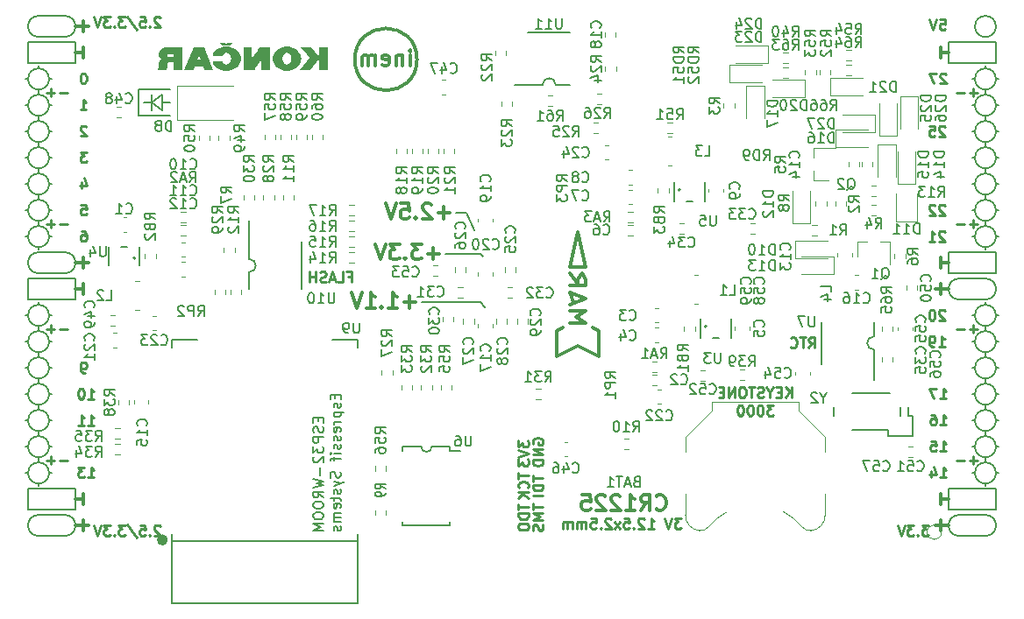
<source format=gbo>
G04 #@! TF.GenerationSoftware,KiCad,Pcbnew,5.0.0-rc2+dfsg1-3*
G04 #@! TF.CreationDate,2018-07-05T14:42:17+02:00*
G04 #@! TF.ProjectId,ulx3s,756C7833732E6B696361645F70636200,rev?*
G04 #@! TF.SameCoordinates,Original*
G04 #@! TF.FileFunction,Legend,Bot*
G04 #@! TF.FilePolarity,Positive*
%FSLAX46Y46*%
G04 Gerber Fmt 4.6, Leading zero omitted, Abs format (unit mm)*
G04 Created by KiCad (PCBNEW 5.0.0-rc2+dfsg1-3) date Thu Jul  5 14:42:17 2018*
%MOMM*%
%LPD*%
G01*
G04 APERTURE LIST*
%ADD10C,0.200000*%
%ADD11C,0.250000*%
%ADD12C,0.300000*%
%ADD13C,0.120000*%
%ADD14C,0.150000*%
%ADD15C,0.500000*%
%ADD16C,0.100000*%
G04 APERTURE END LIST*
D10*
X136660000Y-80742000D02*
X135644000Y-80742000D01*
X137422000Y-82393000D02*
X136660000Y-80742000D01*
X138057000Y-84679000D02*
X134628000Y-84679000D01*
X138311000Y-84933000D02*
X138057000Y-84679000D01*
X138057000Y-89378000D02*
X138438000Y-89886000D01*
X132342000Y-89378000D02*
X138057000Y-89378000D01*
D11*
X99893476Y-96180380D02*
X99703000Y-96180380D01*
X99607761Y-96132761D01*
X99560142Y-96085142D01*
X99464904Y-95942285D01*
X99417285Y-95751809D01*
X99417285Y-95370857D01*
X99464904Y-95275619D01*
X99512523Y-95228000D01*
X99607761Y-95180380D01*
X99798238Y-95180380D01*
X99893476Y-95228000D01*
X99941095Y-95275619D01*
X99988714Y-95370857D01*
X99988714Y-95608952D01*
X99941095Y-95704190D01*
X99893476Y-95751809D01*
X99798238Y-95799428D01*
X99607761Y-95799428D01*
X99512523Y-95751809D01*
X99464904Y-95704190D01*
X99417285Y-95608952D01*
X100147476Y-101260380D02*
X100718904Y-101260380D01*
X100433190Y-101260380D02*
X100433190Y-100260380D01*
X100528428Y-100403238D01*
X100623666Y-100498476D01*
X100718904Y-100546095D01*
X99195095Y-101260380D02*
X99766523Y-101260380D01*
X99480809Y-101260380D02*
X99480809Y-100260380D01*
X99576047Y-100403238D01*
X99671285Y-100498476D01*
X99766523Y-100546095D01*
D10*
X105037000Y-68804000D02*
X108085000Y-68804000D01*
X105037000Y-71344000D02*
X105037000Y-68804000D01*
X108085000Y-71344000D02*
X105037000Y-71344000D01*
X107323000Y-70074000D02*
X108085000Y-70074000D01*
X106307000Y-70074000D02*
X105545000Y-70074000D01*
X106307000Y-70836000D02*
X106307000Y-70074000D01*
X106307000Y-69312000D02*
X106307000Y-70836000D01*
X107323000Y-69312000D02*
X107323000Y-70836000D01*
X106307000Y-70074000D02*
X107323000Y-69312000D01*
X107323000Y-70836000D02*
X106307000Y-70074000D01*
D11*
X182887904Y-72415619D02*
X182840285Y-72368000D01*
X182745047Y-72320380D01*
X182506952Y-72320380D01*
X182411714Y-72368000D01*
X182364095Y-72415619D01*
X182316476Y-72510857D01*
X182316476Y-72606095D01*
X182364095Y-72748952D01*
X182935523Y-73320380D01*
X182316476Y-73320380D01*
X181411714Y-72320380D02*
X181887904Y-72320380D01*
X181935523Y-72796571D01*
X181887904Y-72748952D01*
X181792666Y-72701333D01*
X181554571Y-72701333D01*
X181459333Y-72748952D01*
X181411714Y-72796571D01*
X181364095Y-72891809D01*
X181364095Y-73129904D01*
X181411714Y-73225142D01*
X181459333Y-73272761D01*
X181554571Y-73320380D01*
X181792666Y-73320380D01*
X181887904Y-73272761D01*
X181935523Y-73225142D01*
X182887904Y-80035619D02*
X182840285Y-79988000D01*
X182745047Y-79940380D01*
X182506952Y-79940380D01*
X182411714Y-79988000D01*
X182364095Y-80035619D01*
X182316476Y-80130857D01*
X182316476Y-80226095D01*
X182364095Y-80368952D01*
X182935523Y-80940380D01*
X182316476Y-80940380D01*
X181935523Y-80035619D02*
X181887904Y-79988000D01*
X181792666Y-79940380D01*
X181554571Y-79940380D01*
X181459333Y-79988000D01*
X181411714Y-80035619D01*
X181364095Y-80130857D01*
X181364095Y-80226095D01*
X181411714Y-80368952D01*
X181983142Y-80940380D01*
X181364095Y-80940380D01*
X182887904Y-82575619D02*
X182840285Y-82528000D01*
X182745047Y-82480380D01*
X182506952Y-82480380D01*
X182411714Y-82528000D01*
X182364095Y-82575619D01*
X182316476Y-82670857D01*
X182316476Y-82766095D01*
X182364095Y-82908952D01*
X182935523Y-83480380D01*
X182316476Y-83480380D01*
X181364095Y-83480380D02*
X181935523Y-83480380D01*
X181649809Y-83480380D02*
X181649809Y-82480380D01*
X181745047Y-82623238D01*
X181840285Y-82718476D01*
X181935523Y-82766095D01*
X182887904Y-90195619D02*
X182840285Y-90148000D01*
X182745047Y-90100380D01*
X182506952Y-90100380D01*
X182411714Y-90148000D01*
X182364095Y-90195619D01*
X182316476Y-90290857D01*
X182316476Y-90386095D01*
X182364095Y-90528952D01*
X182935523Y-91100380D01*
X182316476Y-91100380D01*
X181697428Y-90100380D02*
X181602190Y-90100380D01*
X181506952Y-90148000D01*
X181459333Y-90195619D01*
X181411714Y-90290857D01*
X181364095Y-90481333D01*
X181364095Y-90719428D01*
X181411714Y-90909904D01*
X181459333Y-91005142D01*
X181506952Y-91052761D01*
X181602190Y-91100380D01*
X181697428Y-91100380D01*
X181792666Y-91052761D01*
X181840285Y-91005142D01*
X181887904Y-90909904D01*
X181935523Y-90719428D01*
X181935523Y-90481333D01*
X181887904Y-90290857D01*
X181840285Y-90195619D01*
X181792666Y-90148000D01*
X181697428Y-90100380D01*
X182316476Y-93640380D02*
X182887904Y-93640380D01*
X182602190Y-93640380D02*
X182602190Y-92640380D01*
X182697428Y-92783238D01*
X182792666Y-92878476D01*
X182887904Y-92926095D01*
X181840285Y-93640380D02*
X181649809Y-93640380D01*
X181554571Y-93592761D01*
X181506952Y-93545142D01*
X181411714Y-93402285D01*
X181364095Y-93211809D01*
X181364095Y-92830857D01*
X181411714Y-92735619D01*
X181459333Y-92688000D01*
X181554571Y-92640380D01*
X181745047Y-92640380D01*
X181840285Y-92688000D01*
X181887904Y-92735619D01*
X181935523Y-92830857D01*
X181935523Y-93068952D01*
X181887904Y-93164190D01*
X181840285Y-93211809D01*
X181745047Y-93259428D01*
X181554571Y-93259428D01*
X181459333Y-93211809D01*
X181411714Y-93164190D01*
X181364095Y-93068952D01*
X125269476Y-86893571D02*
X125602809Y-86893571D01*
X125602809Y-87417380D02*
X125602809Y-86417380D01*
X125126619Y-86417380D01*
X124269476Y-87417380D02*
X124745666Y-87417380D01*
X124745666Y-86417380D01*
X123983761Y-87131666D02*
X123507571Y-87131666D01*
X124079000Y-87417380D02*
X123745666Y-86417380D01*
X123412333Y-87417380D01*
X123126619Y-87369761D02*
X122983761Y-87417380D01*
X122745666Y-87417380D01*
X122650428Y-87369761D01*
X122602809Y-87322142D01*
X122555190Y-87226904D01*
X122555190Y-87131666D01*
X122602809Y-87036428D01*
X122650428Y-86988809D01*
X122745666Y-86941190D01*
X122936142Y-86893571D01*
X123031380Y-86845952D01*
X123079000Y-86798333D01*
X123126619Y-86703095D01*
X123126619Y-86607857D01*
X123079000Y-86512619D01*
X123031380Y-86465000D01*
X122936142Y-86417380D01*
X122698047Y-86417380D01*
X122555190Y-86465000D01*
X122126619Y-87417380D02*
X122126619Y-86417380D01*
X122126619Y-86893571D02*
X121555190Y-86893571D01*
X121555190Y-87417380D02*
X121555190Y-86417380D01*
X157418095Y-110252380D02*
X156799047Y-110252380D01*
X157132380Y-110633333D01*
X156989523Y-110633333D01*
X156894285Y-110680952D01*
X156846666Y-110728571D01*
X156799047Y-110823809D01*
X156799047Y-111061904D01*
X156846666Y-111157142D01*
X156894285Y-111204761D01*
X156989523Y-111252380D01*
X157275238Y-111252380D01*
X157370476Y-111204761D01*
X157418095Y-111157142D01*
X156513333Y-110252380D02*
X156180000Y-111252380D01*
X155846666Y-110252380D01*
X154227619Y-111252380D02*
X154799047Y-111252380D01*
X154513333Y-111252380D02*
X154513333Y-110252380D01*
X154608571Y-110395238D01*
X154703809Y-110490476D01*
X154799047Y-110538095D01*
X153846666Y-110347619D02*
X153799047Y-110300000D01*
X153703809Y-110252380D01*
X153465714Y-110252380D01*
X153370476Y-110300000D01*
X153322857Y-110347619D01*
X153275238Y-110442857D01*
X153275238Y-110538095D01*
X153322857Y-110680952D01*
X153894285Y-111252380D01*
X153275238Y-111252380D01*
X152846666Y-111157142D02*
X152799047Y-111204761D01*
X152846666Y-111252380D01*
X152894285Y-111204761D01*
X152846666Y-111157142D01*
X152846666Y-111252380D01*
X151894285Y-110252380D02*
X152370476Y-110252380D01*
X152418095Y-110728571D01*
X152370476Y-110680952D01*
X152275238Y-110633333D01*
X152037142Y-110633333D01*
X151941904Y-110680952D01*
X151894285Y-110728571D01*
X151846666Y-110823809D01*
X151846666Y-111061904D01*
X151894285Y-111157142D01*
X151941904Y-111204761D01*
X152037142Y-111252380D01*
X152275238Y-111252380D01*
X152370476Y-111204761D01*
X152418095Y-111157142D01*
X151513333Y-111252380D02*
X150989523Y-110585714D01*
X151513333Y-110585714D02*
X150989523Y-111252380D01*
X150656190Y-110347619D02*
X150608571Y-110300000D01*
X150513333Y-110252380D01*
X150275238Y-110252380D01*
X150180000Y-110300000D01*
X150132380Y-110347619D01*
X150084761Y-110442857D01*
X150084761Y-110538095D01*
X150132380Y-110680952D01*
X150703809Y-111252380D01*
X150084761Y-111252380D01*
X149656190Y-111157142D02*
X149608571Y-111204761D01*
X149656190Y-111252380D01*
X149703809Y-111204761D01*
X149656190Y-111157142D01*
X149656190Y-111252380D01*
X148703809Y-110252380D02*
X149180000Y-110252380D01*
X149227619Y-110728571D01*
X149180000Y-110680952D01*
X149084761Y-110633333D01*
X148846666Y-110633333D01*
X148751428Y-110680952D01*
X148703809Y-110728571D01*
X148656190Y-110823809D01*
X148656190Y-111061904D01*
X148703809Y-111157142D01*
X148751428Y-111204761D01*
X148846666Y-111252380D01*
X149084761Y-111252380D01*
X149180000Y-111204761D01*
X149227619Y-111157142D01*
X148227619Y-111252380D02*
X148227619Y-110585714D01*
X148227619Y-110680952D02*
X148180000Y-110633333D01*
X148084761Y-110585714D01*
X147941904Y-110585714D01*
X147846666Y-110633333D01*
X147799047Y-110728571D01*
X147799047Y-111252380D01*
X147799047Y-110728571D02*
X147751428Y-110633333D01*
X147656190Y-110585714D01*
X147513333Y-110585714D01*
X147418095Y-110633333D01*
X147370476Y-110728571D01*
X147370476Y-111252380D01*
X146894285Y-111252380D02*
X146894285Y-110585714D01*
X146894285Y-110680952D02*
X146846666Y-110633333D01*
X146751428Y-110585714D01*
X146608571Y-110585714D01*
X146513333Y-110633333D01*
X146465714Y-110728571D01*
X146465714Y-111252380D01*
X146465714Y-110728571D02*
X146418095Y-110633333D01*
X146322857Y-110585714D01*
X146180000Y-110585714D01*
X146084761Y-110633333D01*
X146037142Y-110728571D01*
X146037142Y-111252380D01*
X168085000Y-98577380D02*
X168085000Y-97577380D01*
X167513571Y-98577380D02*
X167942142Y-98005952D01*
X167513571Y-97577380D02*
X168085000Y-98148809D01*
X167085000Y-98053571D02*
X166751666Y-98053571D01*
X166608809Y-98577380D02*
X167085000Y-98577380D01*
X167085000Y-97577380D01*
X166608809Y-97577380D01*
X165989761Y-98101190D02*
X165989761Y-98577380D01*
X166323095Y-97577380D02*
X165989761Y-98101190D01*
X165656428Y-97577380D01*
X165370714Y-98529761D02*
X165227857Y-98577380D01*
X164989761Y-98577380D01*
X164894523Y-98529761D01*
X164846904Y-98482142D01*
X164799285Y-98386904D01*
X164799285Y-98291666D01*
X164846904Y-98196428D01*
X164894523Y-98148809D01*
X164989761Y-98101190D01*
X165180238Y-98053571D01*
X165275476Y-98005952D01*
X165323095Y-97958333D01*
X165370714Y-97863095D01*
X165370714Y-97767857D01*
X165323095Y-97672619D01*
X165275476Y-97625000D01*
X165180238Y-97577380D01*
X164942142Y-97577380D01*
X164799285Y-97625000D01*
X164513571Y-97577380D02*
X163942142Y-97577380D01*
X164227857Y-98577380D02*
X164227857Y-97577380D01*
X163418333Y-97577380D02*
X163227857Y-97577380D01*
X163132619Y-97625000D01*
X163037380Y-97720238D01*
X162989761Y-97910714D01*
X162989761Y-98244047D01*
X163037380Y-98434523D01*
X163132619Y-98529761D01*
X163227857Y-98577380D01*
X163418333Y-98577380D01*
X163513571Y-98529761D01*
X163608809Y-98434523D01*
X163656428Y-98244047D01*
X163656428Y-97910714D01*
X163608809Y-97720238D01*
X163513571Y-97625000D01*
X163418333Y-97577380D01*
X162561190Y-98577380D02*
X162561190Y-97577380D01*
X161989761Y-98577380D01*
X161989761Y-97577380D01*
X161513571Y-98053571D02*
X161180238Y-98053571D01*
X161037380Y-98577380D02*
X161513571Y-98577380D01*
X161513571Y-97577380D01*
X161037380Y-97577380D01*
X166346904Y-99327380D02*
X165727857Y-99327380D01*
X166061190Y-99708333D01*
X165918333Y-99708333D01*
X165823095Y-99755952D01*
X165775476Y-99803571D01*
X165727857Y-99898809D01*
X165727857Y-100136904D01*
X165775476Y-100232142D01*
X165823095Y-100279761D01*
X165918333Y-100327380D01*
X166204047Y-100327380D01*
X166299285Y-100279761D01*
X166346904Y-100232142D01*
X165108809Y-99327380D02*
X165013571Y-99327380D01*
X164918333Y-99375000D01*
X164870714Y-99422619D01*
X164823095Y-99517857D01*
X164775476Y-99708333D01*
X164775476Y-99946428D01*
X164823095Y-100136904D01*
X164870714Y-100232142D01*
X164918333Y-100279761D01*
X165013571Y-100327380D01*
X165108809Y-100327380D01*
X165204047Y-100279761D01*
X165251666Y-100232142D01*
X165299285Y-100136904D01*
X165346904Y-99946428D01*
X165346904Y-99708333D01*
X165299285Y-99517857D01*
X165251666Y-99422619D01*
X165204047Y-99375000D01*
X165108809Y-99327380D01*
X164156428Y-99327380D02*
X164061190Y-99327380D01*
X163965952Y-99375000D01*
X163918333Y-99422619D01*
X163870714Y-99517857D01*
X163823095Y-99708333D01*
X163823095Y-99946428D01*
X163870714Y-100136904D01*
X163918333Y-100232142D01*
X163965952Y-100279761D01*
X164061190Y-100327380D01*
X164156428Y-100327380D01*
X164251666Y-100279761D01*
X164299285Y-100232142D01*
X164346904Y-100136904D01*
X164394523Y-99946428D01*
X164394523Y-99708333D01*
X164346904Y-99517857D01*
X164299285Y-99422619D01*
X164251666Y-99375000D01*
X164156428Y-99327380D01*
X163204047Y-99327380D02*
X163108809Y-99327380D01*
X163013571Y-99375000D01*
X162965952Y-99422619D01*
X162918333Y-99517857D01*
X162870714Y-99708333D01*
X162870714Y-99946428D01*
X162918333Y-100136904D01*
X162965952Y-100232142D01*
X163013571Y-100279761D01*
X163108809Y-100327380D01*
X163204047Y-100327380D01*
X163299285Y-100279761D01*
X163346904Y-100232142D01*
X163394523Y-100136904D01*
X163442142Y-99946428D01*
X163442142Y-99708333D01*
X163394523Y-99517857D01*
X163346904Y-99422619D01*
X163299285Y-99375000D01*
X163204047Y-99327380D01*
D12*
X182492000Y-87582000D02*
X182492000Y-88598000D01*
X183254000Y-88090000D02*
X181984000Y-88090000D01*
X182492000Y-110442000D02*
X182492000Y-111458000D01*
X183254000Y-110950000D02*
X181984000Y-110950000D01*
X99688000Y-62182000D02*
X99688000Y-63198000D01*
X98926000Y-62690000D02*
X100196000Y-62690000D01*
X99688000Y-110442000D02*
X99688000Y-111458000D01*
X98926000Y-110950000D02*
X100196000Y-110950000D01*
X99688000Y-85042000D02*
X99688000Y-86058000D01*
X98926000Y-85550000D02*
X100196000Y-85550000D01*
D10*
X187826000Y-62690000D02*
G75*
G03X187826000Y-62690000I-1016000J0D01*
G01*
X184270000Y-87074000D02*
X186810000Y-87074000D01*
X184270000Y-89106000D02*
X186810000Y-89106000D01*
X184270000Y-87074000D02*
G75*
G03X184270000Y-89106000I0J-1016000D01*
G01*
X186810000Y-89106000D02*
G75*
G03X186810000Y-87074000I0J1016000D01*
G01*
X184270000Y-111966000D02*
X186810000Y-111966000D01*
X184270000Y-109934000D02*
X186810000Y-109934000D01*
X184270000Y-109934000D02*
G75*
G03X184270000Y-111966000I0J-1016000D01*
G01*
X186810000Y-111966000D02*
G75*
G03X186810000Y-109934000I0J1016000D01*
G01*
X97910000Y-63706000D02*
G75*
G03X97910000Y-61674000I0J1016000D01*
G01*
X95370000Y-61674000D02*
X97910000Y-61674000D01*
X95370000Y-63706000D02*
X97910000Y-63706000D01*
X95370000Y-61674000D02*
G75*
G03X95370000Y-63706000I0J-1016000D01*
G01*
X95370000Y-86566000D02*
X97910000Y-86566000D01*
X95370000Y-84534000D02*
X97910000Y-84534000D01*
X95370000Y-84534000D02*
G75*
G03X95370000Y-86566000I0J-1016000D01*
G01*
X97910000Y-86566000D02*
G75*
G03X97910000Y-84534000I0J1016000D01*
G01*
X95370000Y-111966000D02*
X97910000Y-111966000D01*
X95370000Y-109934000D02*
X97910000Y-109934000D01*
X95370000Y-109934000D02*
G75*
G03X95370000Y-111966000I0J-1016000D01*
G01*
X97910000Y-111966000D02*
G75*
G03X97910000Y-109934000I0J1016000D01*
G01*
X98926000Y-107394000D02*
X94354000Y-107394000D01*
X98926000Y-109426000D02*
X98926000Y-107394000D01*
X94354000Y-109426000D02*
X98926000Y-109426000D01*
X94354000Y-107394000D02*
X94354000Y-109426000D01*
X187826000Y-107394000D02*
X183254000Y-107394000D01*
X187826000Y-109426000D02*
X187826000Y-107394000D01*
X183254000Y-109426000D02*
X187826000Y-109426000D01*
X183254000Y-107394000D02*
X183254000Y-109426000D01*
X187826000Y-84534000D02*
X183254000Y-84534000D01*
X187826000Y-86566000D02*
X187826000Y-84534000D01*
X183254000Y-86566000D02*
X187826000Y-86566000D01*
X183254000Y-84534000D02*
X183254000Y-86566000D01*
X187826000Y-64214000D02*
X183254000Y-64214000D01*
X187826000Y-66246000D02*
X187826000Y-64214000D01*
X183254000Y-66246000D02*
X187826000Y-66246000D01*
X183254000Y-64214000D02*
X183254000Y-66246000D01*
X98926000Y-64214000D02*
X94354000Y-64214000D01*
X98926000Y-66246000D02*
X98926000Y-64214000D01*
X94354000Y-66246000D02*
X98926000Y-66246000D01*
X94354000Y-64214000D02*
X94354000Y-66246000D01*
X98926000Y-87074000D02*
X94354000Y-87074000D01*
X98926000Y-89106000D02*
X98926000Y-87074000D01*
X94354000Y-89106000D02*
X98926000Y-89106000D01*
X94354000Y-87074000D02*
X94354000Y-89106000D01*
D11*
X186032000Y-91971428D02*
X185270095Y-91971428D01*
X185651047Y-92352380D02*
X185651047Y-91590476D01*
X184793904Y-91971428D02*
X184032000Y-91971428D01*
X186032000Y-69111428D02*
X185270095Y-69111428D01*
X185651047Y-69492380D02*
X185651047Y-68730476D01*
X184793904Y-69111428D02*
X184032000Y-69111428D01*
X186032000Y-81811428D02*
X185270095Y-81811428D01*
X185651047Y-82192380D02*
X185651047Y-81430476D01*
X184793904Y-81811428D02*
X184032000Y-81811428D01*
X186032000Y-104671428D02*
X185270095Y-104671428D01*
X185651047Y-105052380D02*
X185651047Y-104290476D01*
X184793904Y-104671428D02*
X184032000Y-104671428D01*
X98148000Y-104671428D02*
X97386095Y-104671428D01*
X96909904Y-104671428D02*
X96148000Y-104671428D01*
X96528952Y-105052380D02*
X96528952Y-104290476D01*
X98148000Y-91971428D02*
X97386095Y-91971428D01*
X96909904Y-91971428D02*
X96148000Y-91971428D01*
X96528952Y-92352380D02*
X96528952Y-91590476D01*
X98148000Y-81811428D02*
X97386095Y-81811428D01*
X96909904Y-81811428D02*
X96148000Y-81811428D01*
X96528952Y-82192380D02*
X96528952Y-81430476D01*
X98148000Y-69111428D02*
X97386095Y-69111428D01*
X96909904Y-69111428D02*
X96148000Y-69111428D01*
X96528952Y-69492380D02*
X96528952Y-68730476D01*
D12*
X182492000Y-107902000D02*
X182492000Y-108918000D01*
X183254000Y-108410000D02*
X182492000Y-108410000D01*
D10*
X95370000Y-96726000D02*
X95370000Y-97234000D01*
X96386000Y-95710000D02*
X96640000Y-95710000D01*
X94354000Y-95710000D02*
X94100000Y-95710000D01*
X187826000Y-98250000D02*
X188080000Y-98250000D01*
X187826000Y-83010000D02*
X188080000Y-83010000D01*
X95370000Y-107140000D02*
X95370000Y-106886000D01*
X96386000Y-105870000D02*
X96640000Y-105870000D01*
X94354000Y-105870000D02*
X94100000Y-105870000D01*
X94354000Y-103330000D02*
X94100000Y-103330000D01*
X95370000Y-104346000D02*
X95370000Y-104854000D01*
X96386000Y-103330000D02*
X96640000Y-103330000D01*
X94354000Y-100790000D02*
X94100000Y-100790000D01*
X95370000Y-102314000D02*
X95370000Y-101806000D01*
X96386000Y-100790000D02*
X96640000Y-100790000D01*
X95370000Y-99266000D02*
X95370000Y-99774000D01*
X94354000Y-98250000D02*
X94100000Y-98250000D01*
X96386000Y-98250000D02*
X96640000Y-98250000D01*
X95370000Y-94186000D02*
X95370000Y-94694000D01*
X96386000Y-93170000D02*
X96640000Y-93170000D01*
X94354000Y-93170000D02*
X94100000Y-93170000D01*
X94354000Y-90630000D02*
X94100000Y-90630000D01*
X95370000Y-91646000D02*
X95370000Y-92154000D01*
X96640000Y-90630000D02*
X96386000Y-90630000D01*
X95370000Y-89360000D02*
X95370000Y-89614000D01*
X94354000Y-83010000D02*
X94100000Y-83010000D01*
X95370000Y-84280000D02*
X95370000Y-84026000D01*
X96386000Y-83010000D02*
X96640000Y-83010000D01*
X95370000Y-81486000D02*
X95370000Y-81994000D01*
X94354000Y-80470000D02*
X94100000Y-80470000D01*
X96640000Y-80470000D02*
X96386000Y-80470000D01*
X95370000Y-78946000D02*
X95370000Y-79454000D01*
X96386000Y-77930000D02*
X96640000Y-77930000D01*
X94354000Y-77930000D02*
X94100000Y-77930000D01*
X95370000Y-76406000D02*
X95370000Y-76914000D01*
X94354000Y-75390000D02*
X94100000Y-75390000D01*
X96386000Y-75390000D02*
X96640000Y-75390000D01*
X95370000Y-73866000D02*
X95370000Y-74374000D01*
X96386000Y-72850000D02*
X96640000Y-72850000D01*
X94100000Y-72850000D02*
X94354000Y-72850000D01*
X94354000Y-70310000D02*
X94100000Y-70310000D01*
X96640000Y-70310000D02*
X96386000Y-70310000D01*
X95370000Y-71326000D02*
X95370000Y-71834000D01*
X95370000Y-68786000D02*
X95370000Y-69294000D01*
X96386000Y-67770000D02*
X96640000Y-67770000D01*
X94354000Y-67770000D02*
X94100000Y-67770000D01*
X95370000Y-66500000D02*
X95370000Y-66754000D01*
X187826000Y-105870000D02*
X188080000Y-105870000D01*
X186810000Y-107140000D02*
X186810000Y-106886000D01*
X185540000Y-105870000D02*
X185794000Y-105870000D01*
X186810000Y-104346000D02*
X186810000Y-104854000D01*
X187826000Y-103330000D02*
X188080000Y-103330000D01*
X185540000Y-103330000D02*
X185794000Y-103330000D01*
X186810000Y-101806000D02*
X186810000Y-102314000D01*
X187826000Y-100790000D02*
X188080000Y-100790000D01*
X185540000Y-100790000D02*
X185794000Y-100790000D01*
X186810000Y-99266000D02*
X186810000Y-99774000D01*
X185540000Y-98250000D02*
X185794000Y-98250000D01*
X186810000Y-97234000D02*
X186810000Y-96726000D01*
X187826000Y-95710000D02*
X188080000Y-95710000D01*
X185540000Y-95710000D02*
X185794000Y-95710000D01*
X186810000Y-94694000D02*
X186810000Y-94186000D01*
X187826000Y-93170000D02*
X188080000Y-93170000D01*
X185540000Y-93170000D02*
X185794000Y-93170000D01*
X186810000Y-92154000D02*
X186810000Y-91646000D01*
X187826000Y-90630000D02*
X188080000Y-90630000D01*
X185540000Y-90630000D02*
X185794000Y-90630000D01*
X186810000Y-89360000D02*
X186810000Y-89614000D01*
X186810000Y-84280000D02*
X186810000Y-84026000D01*
X185540000Y-83010000D02*
X185794000Y-83010000D01*
X186810000Y-81994000D02*
X186810000Y-81486000D01*
X185794000Y-80470000D02*
X185540000Y-80470000D01*
X187826000Y-80470000D02*
X188080000Y-80470000D01*
X186810000Y-78946000D02*
X186810000Y-79454000D01*
X185794000Y-77930000D02*
X185540000Y-77930000D01*
X187826000Y-77930000D02*
X188080000Y-77930000D01*
X186810000Y-76406000D02*
X186810000Y-76914000D01*
X186810000Y-73866000D02*
X186810000Y-74374000D01*
X185794000Y-75390000D02*
X185540000Y-75390000D01*
X187826000Y-75390000D02*
X188080000Y-75390000D01*
X187826000Y-72850000D02*
X188080000Y-72850000D01*
X185540000Y-72850000D02*
X185794000Y-72850000D01*
X186810000Y-71834000D02*
X186810000Y-71326000D01*
X187826000Y-70310000D02*
X188080000Y-70310000D01*
X185540000Y-70310000D02*
X185794000Y-70310000D01*
X187826000Y-67770000D02*
X188080000Y-67770000D01*
X186810000Y-68786000D02*
X186810000Y-69294000D01*
X185540000Y-67770000D02*
X185794000Y-67770000D01*
X186810000Y-66500000D02*
X186810000Y-66754000D01*
X187826000Y-67770000D02*
G75*
G03X187826000Y-67770000I-1016000J0D01*
G01*
X187826000Y-70310000D02*
G75*
G03X187826000Y-70310000I-1016000J0D01*
G01*
X187826000Y-72850000D02*
G75*
G03X187826000Y-72850000I-1016000J0D01*
G01*
X187826000Y-75390000D02*
G75*
G03X187826000Y-75390000I-1016000J0D01*
G01*
X187826000Y-77930000D02*
G75*
G03X187826000Y-77930000I-1016000J0D01*
G01*
X187826000Y-80470000D02*
G75*
G03X187826000Y-80470000I-1016000J0D01*
G01*
X187826000Y-83010000D02*
G75*
G03X187826000Y-83010000I-1016000J0D01*
G01*
X187826000Y-90630000D02*
G75*
G03X187826000Y-90630000I-1016000J0D01*
G01*
X187826000Y-93170000D02*
G75*
G03X187826000Y-93170000I-1016000J0D01*
G01*
X187826000Y-95710000D02*
G75*
G03X187826000Y-95710000I-1016000J0D01*
G01*
X187826000Y-98250000D02*
G75*
G03X187826000Y-98250000I-1016000J0D01*
G01*
X187826000Y-100790000D02*
G75*
G03X187826000Y-100790000I-1016000J0D01*
G01*
X187826000Y-103330000D02*
G75*
G03X187826000Y-103330000I-1016000J0D01*
G01*
X187826000Y-105870000D02*
G75*
G03X187826000Y-105870000I-1016000J0D01*
G01*
X96386000Y-105870000D02*
G75*
G03X96386000Y-105870000I-1016000J0D01*
G01*
X96386000Y-103330000D02*
G75*
G03X96386000Y-103330000I-1016000J0D01*
G01*
X96386000Y-100790000D02*
G75*
G03X96386000Y-100790000I-1016000J0D01*
G01*
X96386000Y-98250000D02*
G75*
G03X96386000Y-98250000I-1016000J0D01*
G01*
X96386000Y-95710000D02*
G75*
G03X96386000Y-95710000I-1016000J0D01*
G01*
X96386000Y-93170000D02*
G75*
G03X96386000Y-93170000I-1016000J0D01*
G01*
X96386000Y-90630000D02*
G75*
G03X96386000Y-90630000I-1016000J0D01*
G01*
X96386000Y-83010000D02*
G75*
G03X96386000Y-83010000I-1016000J0D01*
G01*
X96386000Y-80470000D02*
G75*
G03X96386000Y-80470000I-1016000J0D01*
G01*
X96386000Y-77930000D02*
G75*
G03X96386000Y-77930000I-1016000J0D01*
G01*
X96386000Y-75390000D02*
G75*
G03X96386000Y-75390000I-1016000J0D01*
G01*
X96386000Y-72850000D02*
G75*
G03X96386000Y-72850000I-1016000J0D01*
G01*
X96386000Y-70310000D02*
G75*
G03X96386000Y-70310000I-1016000J0D01*
G01*
X96386000Y-67770000D02*
G75*
G03X96386000Y-67770000I-1016000J0D01*
G01*
D11*
X182428476Y-62015380D02*
X182904666Y-62015380D01*
X182952285Y-62491571D01*
X182904666Y-62443952D01*
X182809428Y-62396333D01*
X182571333Y-62396333D01*
X182476095Y-62443952D01*
X182428476Y-62491571D01*
X182380857Y-62586809D01*
X182380857Y-62824904D01*
X182428476Y-62920142D01*
X182476095Y-62967761D01*
X182571333Y-63015380D01*
X182809428Y-63015380D01*
X182904666Y-62967761D01*
X182952285Y-62920142D01*
X182095142Y-62015380D02*
X181761809Y-63015380D01*
X181428476Y-62015380D01*
D12*
X182492000Y-64722000D02*
X182492000Y-65738000D01*
X183254000Y-65230000D02*
X182492000Y-65230000D01*
D11*
X182999904Y-67317619D02*
X182952285Y-67270000D01*
X182857047Y-67222380D01*
X182618952Y-67222380D01*
X182523714Y-67270000D01*
X182476095Y-67317619D01*
X182428476Y-67412857D01*
X182428476Y-67508095D01*
X182476095Y-67650952D01*
X183047523Y-68222380D01*
X182428476Y-68222380D01*
X182095142Y-67222380D02*
X181428476Y-67222380D01*
X181857047Y-68222380D01*
D12*
X182492000Y-85042000D02*
X182492000Y-86058000D01*
X183254000Y-85550000D02*
X182492000Y-85550000D01*
D11*
X182428476Y-98702380D02*
X182999904Y-98702380D01*
X182714190Y-98702380D02*
X182714190Y-97702380D01*
X182809428Y-97845238D01*
X182904666Y-97940476D01*
X182999904Y-97988095D01*
X182095142Y-97702380D02*
X181428476Y-97702380D01*
X181857047Y-98702380D01*
X182428476Y-101242380D02*
X182999904Y-101242380D01*
X182714190Y-101242380D02*
X182714190Y-100242380D01*
X182809428Y-100385238D01*
X182904666Y-100480476D01*
X182999904Y-100528095D01*
X181571333Y-100242380D02*
X181761809Y-100242380D01*
X181857047Y-100290000D01*
X181904666Y-100337619D01*
X181999904Y-100480476D01*
X182047523Y-100670952D01*
X182047523Y-101051904D01*
X181999904Y-101147142D01*
X181952285Y-101194761D01*
X181857047Y-101242380D01*
X181666571Y-101242380D01*
X181571333Y-101194761D01*
X181523714Y-101147142D01*
X181476095Y-101051904D01*
X181476095Y-100813809D01*
X181523714Y-100718571D01*
X181571333Y-100670952D01*
X181666571Y-100623333D01*
X181857047Y-100623333D01*
X181952285Y-100670952D01*
X181999904Y-100718571D01*
X182047523Y-100813809D01*
X182428476Y-103782380D02*
X182999904Y-103782380D01*
X182714190Y-103782380D02*
X182714190Y-102782380D01*
X182809428Y-102925238D01*
X182904666Y-103020476D01*
X182999904Y-103068095D01*
X181523714Y-102782380D02*
X181999904Y-102782380D01*
X182047523Y-103258571D01*
X181999904Y-103210952D01*
X181904666Y-103163333D01*
X181666571Y-103163333D01*
X181571333Y-103210952D01*
X181523714Y-103258571D01*
X181476095Y-103353809D01*
X181476095Y-103591904D01*
X181523714Y-103687142D01*
X181571333Y-103734761D01*
X181666571Y-103782380D01*
X181904666Y-103782380D01*
X181999904Y-103734761D01*
X182047523Y-103687142D01*
X182428476Y-106322380D02*
X182999904Y-106322380D01*
X182714190Y-106322380D02*
X182714190Y-105322380D01*
X182809428Y-105465238D01*
X182904666Y-105560476D01*
X182999904Y-105608095D01*
X181571333Y-105655714D02*
X181571333Y-106322380D01*
X181809428Y-105274761D02*
X182047523Y-105989047D01*
X181428476Y-105989047D01*
X181312642Y-110928380D02*
X180693595Y-110928380D01*
X181026928Y-111309333D01*
X180884071Y-111309333D01*
X180788833Y-111356952D01*
X180741214Y-111404571D01*
X180693595Y-111499809D01*
X180693595Y-111737904D01*
X180741214Y-111833142D01*
X180788833Y-111880761D01*
X180884071Y-111928380D01*
X181169785Y-111928380D01*
X181265023Y-111880761D01*
X181312642Y-111833142D01*
X180265023Y-111833142D02*
X180217404Y-111880761D01*
X180265023Y-111928380D01*
X180312642Y-111880761D01*
X180265023Y-111833142D01*
X180265023Y-111928380D01*
X179884071Y-110928380D02*
X179265023Y-110928380D01*
X179598357Y-111309333D01*
X179455500Y-111309333D01*
X179360261Y-111356952D01*
X179312642Y-111404571D01*
X179265023Y-111499809D01*
X179265023Y-111737904D01*
X179312642Y-111833142D01*
X179360261Y-111880761D01*
X179455500Y-111928380D01*
X179741214Y-111928380D01*
X179836452Y-111880761D01*
X179884071Y-111833142D01*
X178979309Y-110928380D02*
X178645976Y-111928380D01*
X178312642Y-110928380D01*
D12*
X99688000Y-108918000D02*
X99688000Y-107902000D01*
X98926000Y-108410000D02*
X99688000Y-108410000D01*
X99688000Y-88598000D02*
X99688000Y-87582000D01*
X98926000Y-88090000D02*
X99688000Y-88090000D01*
X99688000Y-64722000D02*
X99688000Y-65738000D01*
X98926000Y-65230000D02*
X99688000Y-65230000D01*
D11*
X107103690Y-111023619D02*
X107056071Y-110976000D01*
X106960833Y-110928380D01*
X106722738Y-110928380D01*
X106627500Y-110976000D01*
X106579880Y-111023619D01*
X106532261Y-111118857D01*
X106532261Y-111214095D01*
X106579880Y-111356952D01*
X107151309Y-111928380D01*
X106532261Y-111928380D01*
X106103690Y-111833142D02*
X106056071Y-111880761D01*
X106103690Y-111928380D01*
X106151309Y-111880761D01*
X106103690Y-111833142D01*
X106103690Y-111928380D01*
X105151309Y-110928380D02*
X105627500Y-110928380D01*
X105675119Y-111404571D01*
X105627500Y-111356952D01*
X105532261Y-111309333D01*
X105294166Y-111309333D01*
X105198928Y-111356952D01*
X105151309Y-111404571D01*
X105103690Y-111499809D01*
X105103690Y-111737904D01*
X105151309Y-111833142D01*
X105198928Y-111880761D01*
X105294166Y-111928380D01*
X105532261Y-111928380D01*
X105627500Y-111880761D01*
X105675119Y-111833142D01*
X103960833Y-110880761D02*
X104817976Y-112166476D01*
X103722738Y-110928380D02*
X103103690Y-110928380D01*
X103437023Y-111309333D01*
X103294166Y-111309333D01*
X103198928Y-111356952D01*
X103151309Y-111404571D01*
X103103690Y-111499809D01*
X103103690Y-111737904D01*
X103151309Y-111833142D01*
X103198928Y-111880761D01*
X103294166Y-111928380D01*
X103579880Y-111928380D01*
X103675119Y-111880761D01*
X103722738Y-111833142D01*
X102675119Y-111833142D02*
X102627500Y-111880761D01*
X102675119Y-111928380D01*
X102722738Y-111880761D01*
X102675119Y-111833142D01*
X102675119Y-111928380D01*
X102294166Y-110928380D02*
X101675119Y-110928380D01*
X102008452Y-111309333D01*
X101865595Y-111309333D01*
X101770357Y-111356952D01*
X101722738Y-111404571D01*
X101675119Y-111499809D01*
X101675119Y-111737904D01*
X101722738Y-111833142D01*
X101770357Y-111880761D01*
X101865595Y-111928380D01*
X102151309Y-111928380D01*
X102246547Y-111880761D01*
X102294166Y-111833142D01*
X101389404Y-110928380D02*
X101056071Y-111928380D01*
X100722738Y-110928380D01*
X100132476Y-106322380D02*
X100703904Y-106322380D01*
X100418190Y-106322380D02*
X100418190Y-105322380D01*
X100513428Y-105465238D01*
X100608666Y-105560476D01*
X100703904Y-105608095D01*
X99799142Y-105322380D02*
X99180095Y-105322380D01*
X99513428Y-105703333D01*
X99370571Y-105703333D01*
X99275333Y-105750952D01*
X99227714Y-105798571D01*
X99180095Y-105893809D01*
X99180095Y-106131904D01*
X99227714Y-106227142D01*
X99275333Y-106274761D01*
X99370571Y-106322380D01*
X99656285Y-106322380D01*
X99751523Y-106274761D01*
X99799142Y-106227142D01*
X100147476Y-98720380D02*
X100718904Y-98720380D01*
X100433190Y-98720380D02*
X100433190Y-97720380D01*
X100528428Y-97863238D01*
X100623666Y-97958476D01*
X100718904Y-98006095D01*
X99528428Y-97720380D02*
X99433190Y-97720380D01*
X99337952Y-97768000D01*
X99290333Y-97815619D01*
X99242714Y-97910857D01*
X99195095Y-98101333D01*
X99195095Y-98339428D01*
X99242714Y-98529904D01*
X99290333Y-98625142D01*
X99337952Y-98672761D01*
X99433190Y-98720380D01*
X99528428Y-98720380D01*
X99623666Y-98672761D01*
X99671285Y-98625142D01*
X99718904Y-98529904D01*
X99766523Y-98339428D01*
X99766523Y-98101333D01*
X99718904Y-97910857D01*
X99671285Y-97815619D01*
X99623666Y-97768000D01*
X99528428Y-97720380D01*
X99512523Y-82462380D02*
X99703000Y-82462380D01*
X99798238Y-82510000D01*
X99845857Y-82557619D01*
X99941095Y-82700476D01*
X99988714Y-82890952D01*
X99988714Y-83271904D01*
X99941095Y-83367142D01*
X99893476Y-83414761D01*
X99798238Y-83462380D01*
X99607761Y-83462380D01*
X99512523Y-83414761D01*
X99464904Y-83367142D01*
X99417285Y-83271904D01*
X99417285Y-83033809D01*
X99464904Y-82938571D01*
X99512523Y-82890952D01*
X99607761Y-82843333D01*
X99798238Y-82843333D01*
X99893476Y-82890952D01*
X99941095Y-82938571D01*
X99988714Y-83033809D01*
X99464904Y-79922380D02*
X99941095Y-79922380D01*
X99988714Y-80398571D01*
X99941095Y-80350952D01*
X99845857Y-80303333D01*
X99607761Y-80303333D01*
X99512523Y-80350952D01*
X99464904Y-80398571D01*
X99417285Y-80493809D01*
X99417285Y-80731904D01*
X99464904Y-80827142D01*
X99512523Y-80874761D01*
X99607761Y-80922380D01*
X99845857Y-80922380D01*
X99941095Y-80874761D01*
X99988714Y-80827142D01*
X99512523Y-77715714D02*
X99512523Y-78382380D01*
X99750619Y-77334761D02*
X99988714Y-78049047D01*
X99369666Y-78049047D01*
X100021333Y-74842380D02*
X99402285Y-74842380D01*
X99735619Y-75223333D01*
X99592761Y-75223333D01*
X99497523Y-75270952D01*
X99449904Y-75318571D01*
X99402285Y-75413809D01*
X99402285Y-75651904D01*
X99449904Y-75747142D01*
X99497523Y-75794761D01*
X99592761Y-75842380D01*
X99878476Y-75842380D01*
X99973714Y-75794761D01*
X100021333Y-75747142D01*
X99973714Y-72397619D02*
X99926095Y-72350000D01*
X99830857Y-72302380D01*
X99592761Y-72302380D01*
X99497523Y-72350000D01*
X99449904Y-72397619D01*
X99402285Y-72492857D01*
X99402285Y-72588095D01*
X99449904Y-72730952D01*
X100021333Y-73302380D01*
X99402285Y-73302380D01*
X99402285Y-70762380D02*
X99973714Y-70762380D01*
X99688000Y-70762380D02*
X99688000Y-69762380D01*
X99783238Y-69905238D01*
X99878476Y-70000476D01*
X99973714Y-70048095D01*
X99750619Y-67222380D02*
X99655380Y-67222380D01*
X99560142Y-67270000D01*
X99512523Y-67317619D01*
X99464904Y-67412857D01*
X99417285Y-67603333D01*
X99417285Y-67841428D01*
X99464904Y-68031904D01*
X99512523Y-68127142D01*
X99560142Y-68174761D01*
X99655380Y-68222380D01*
X99750619Y-68222380D01*
X99845857Y-68174761D01*
X99893476Y-68127142D01*
X99941095Y-68031904D01*
X99988714Y-67841428D01*
X99988714Y-67603333D01*
X99941095Y-67412857D01*
X99893476Y-67317619D01*
X99845857Y-67270000D01*
X99750619Y-67222380D01*
X107103690Y-61874619D02*
X107056071Y-61827000D01*
X106960833Y-61779380D01*
X106722738Y-61779380D01*
X106627500Y-61827000D01*
X106579880Y-61874619D01*
X106532261Y-61969857D01*
X106532261Y-62065095D01*
X106579880Y-62207952D01*
X107151309Y-62779380D01*
X106532261Y-62779380D01*
X106103690Y-62684142D02*
X106056071Y-62731761D01*
X106103690Y-62779380D01*
X106151309Y-62731761D01*
X106103690Y-62684142D01*
X106103690Y-62779380D01*
X105151309Y-61779380D02*
X105627500Y-61779380D01*
X105675119Y-62255571D01*
X105627500Y-62207952D01*
X105532261Y-62160333D01*
X105294166Y-62160333D01*
X105198928Y-62207952D01*
X105151309Y-62255571D01*
X105103690Y-62350809D01*
X105103690Y-62588904D01*
X105151309Y-62684142D01*
X105198928Y-62731761D01*
X105294166Y-62779380D01*
X105532261Y-62779380D01*
X105627500Y-62731761D01*
X105675119Y-62684142D01*
X103960833Y-61731761D02*
X104817976Y-63017476D01*
X103722738Y-61779380D02*
X103103690Y-61779380D01*
X103437023Y-62160333D01*
X103294166Y-62160333D01*
X103198928Y-62207952D01*
X103151309Y-62255571D01*
X103103690Y-62350809D01*
X103103690Y-62588904D01*
X103151309Y-62684142D01*
X103198928Y-62731761D01*
X103294166Y-62779380D01*
X103579880Y-62779380D01*
X103675119Y-62731761D01*
X103722738Y-62684142D01*
X102675119Y-62684142D02*
X102627500Y-62731761D01*
X102675119Y-62779380D01*
X102722738Y-62731761D01*
X102675119Y-62684142D01*
X102675119Y-62779380D01*
X102294166Y-61779380D02*
X101675119Y-61779380D01*
X102008452Y-62160333D01*
X101865595Y-62160333D01*
X101770357Y-62207952D01*
X101722738Y-62255571D01*
X101675119Y-62350809D01*
X101675119Y-62588904D01*
X101722738Y-62684142D01*
X101770357Y-62731761D01*
X101865595Y-62779380D01*
X102151309Y-62779380D01*
X102246547Y-62731761D01*
X102294166Y-62684142D01*
X101389404Y-61779380D02*
X101056071Y-62779380D01*
X100722738Y-61779380D01*
D12*
X155027857Y-109335714D02*
X155099285Y-109407142D01*
X155313571Y-109478571D01*
X155456428Y-109478571D01*
X155670714Y-109407142D01*
X155813571Y-109264285D01*
X155885000Y-109121428D01*
X155956428Y-108835714D01*
X155956428Y-108621428D01*
X155885000Y-108335714D01*
X155813571Y-108192857D01*
X155670714Y-108050000D01*
X155456428Y-107978571D01*
X155313571Y-107978571D01*
X155099285Y-108050000D01*
X155027857Y-108121428D01*
X153527857Y-109478571D02*
X154027857Y-108764285D01*
X154385000Y-109478571D02*
X154385000Y-107978571D01*
X153813571Y-107978571D01*
X153670714Y-108050000D01*
X153599285Y-108121428D01*
X153527857Y-108264285D01*
X153527857Y-108478571D01*
X153599285Y-108621428D01*
X153670714Y-108692857D01*
X153813571Y-108764285D01*
X154385000Y-108764285D01*
X152099285Y-109478571D02*
X152956428Y-109478571D01*
X152527857Y-109478571D02*
X152527857Y-107978571D01*
X152670714Y-108192857D01*
X152813571Y-108335714D01*
X152956428Y-108407142D01*
X151527857Y-108121428D02*
X151456428Y-108050000D01*
X151313571Y-107978571D01*
X150956428Y-107978571D01*
X150813571Y-108050000D01*
X150742142Y-108121428D01*
X150670714Y-108264285D01*
X150670714Y-108407142D01*
X150742142Y-108621428D01*
X151599285Y-109478571D01*
X150670714Y-109478571D01*
X150099285Y-108121428D02*
X150027857Y-108050000D01*
X149885000Y-107978571D01*
X149527857Y-107978571D01*
X149385000Y-108050000D01*
X149313571Y-108121428D01*
X149242142Y-108264285D01*
X149242142Y-108407142D01*
X149313571Y-108621428D01*
X150170714Y-109478571D01*
X149242142Y-109478571D01*
X147885000Y-107978571D02*
X148599285Y-107978571D01*
X148670714Y-108692857D01*
X148599285Y-108621428D01*
X148456428Y-108550000D01*
X148099285Y-108550000D01*
X147956428Y-108621428D01*
X147885000Y-108692857D01*
X147813571Y-108835714D01*
X147813571Y-109192857D01*
X147885000Y-109335714D01*
X147956428Y-109407142D01*
X148099285Y-109478571D01*
X148456428Y-109478571D01*
X148599285Y-109407142D01*
X148670714Y-109335714D01*
X135088000Y-80722142D02*
X133945142Y-80722142D01*
X134516571Y-81293571D02*
X134516571Y-80150714D01*
X133302285Y-79936428D02*
X133230857Y-79865000D01*
X133088000Y-79793571D01*
X132730857Y-79793571D01*
X132588000Y-79865000D01*
X132516571Y-79936428D01*
X132445142Y-80079285D01*
X132445142Y-80222142D01*
X132516571Y-80436428D01*
X133373714Y-81293571D01*
X132445142Y-81293571D01*
X131802285Y-81150714D02*
X131730857Y-81222142D01*
X131802285Y-81293571D01*
X131873714Y-81222142D01*
X131802285Y-81150714D01*
X131802285Y-81293571D01*
X130373714Y-79793571D02*
X131088000Y-79793571D01*
X131159428Y-80507857D01*
X131088000Y-80436428D01*
X130945142Y-80365000D01*
X130588000Y-80365000D01*
X130445142Y-80436428D01*
X130373714Y-80507857D01*
X130302285Y-80650714D01*
X130302285Y-81007857D01*
X130373714Y-81150714D01*
X130445142Y-81222142D01*
X130588000Y-81293571D01*
X130945142Y-81293571D01*
X131088000Y-81222142D01*
X131159428Y-81150714D01*
X129873714Y-79793571D02*
X129373714Y-81293571D01*
X128873714Y-79793571D01*
X134072000Y-84659142D02*
X132929142Y-84659142D01*
X133500571Y-85230571D02*
X133500571Y-84087714D01*
X132357714Y-83730571D02*
X131429142Y-83730571D01*
X131929142Y-84302000D01*
X131714857Y-84302000D01*
X131572000Y-84373428D01*
X131500571Y-84444857D01*
X131429142Y-84587714D01*
X131429142Y-84944857D01*
X131500571Y-85087714D01*
X131572000Y-85159142D01*
X131714857Y-85230571D01*
X132143428Y-85230571D01*
X132286285Y-85159142D01*
X132357714Y-85087714D01*
X130786285Y-85087714D02*
X130714857Y-85159142D01*
X130786285Y-85230571D01*
X130857714Y-85159142D01*
X130786285Y-85087714D01*
X130786285Y-85230571D01*
X130214857Y-83730571D02*
X129286285Y-83730571D01*
X129786285Y-84302000D01*
X129572000Y-84302000D01*
X129429142Y-84373428D01*
X129357714Y-84444857D01*
X129286285Y-84587714D01*
X129286285Y-84944857D01*
X129357714Y-85087714D01*
X129429142Y-85159142D01*
X129572000Y-85230571D01*
X130000571Y-85230571D01*
X130143428Y-85159142D01*
X130214857Y-85087714D01*
X128857714Y-83730571D02*
X128357714Y-85230571D01*
X127857714Y-83730571D01*
X131786000Y-89358142D02*
X130643142Y-89358142D01*
X131214571Y-89929571D02*
X131214571Y-88786714D01*
X129143142Y-89929571D02*
X130000285Y-89929571D01*
X129571714Y-89929571D02*
X129571714Y-88429571D01*
X129714571Y-88643857D01*
X129857428Y-88786714D01*
X130000285Y-88858142D01*
X128500285Y-89786714D02*
X128428857Y-89858142D01*
X128500285Y-89929571D01*
X128571714Y-89858142D01*
X128500285Y-89786714D01*
X128500285Y-89929571D01*
X127000285Y-89929571D02*
X127857428Y-89929571D01*
X127428857Y-89929571D02*
X127428857Y-88429571D01*
X127571714Y-88643857D01*
X127714571Y-88786714D01*
X127857428Y-88858142D01*
X126571714Y-88429571D02*
X126071714Y-89929571D01*
X125571714Y-88429571D01*
D11*
X141685380Y-105854285D02*
X141685380Y-106425714D01*
X142685380Y-106140000D02*
X141685380Y-106140000D01*
X142590142Y-107330476D02*
X142637761Y-107282857D01*
X142685380Y-107140000D01*
X142685380Y-107044761D01*
X142637761Y-106901904D01*
X142542523Y-106806666D01*
X142447285Y-106759047D01*
X142256809Y-106711428D01*
X142113952Y-106711428D01*
X141923476Y-106759047D01*
X141828238Y-106806666D01*
X141733000Y-106901904D01*
X141685380Y-107044761D01*
X141685380Y-107140000D01*
X141733000Y-107282857D01*
X141780619Y-107330476D01*
X142685380Y-107759047D02*
X141685380Y-107759047D01*
X142685380Y-108330476D02*
X142113952Y-107901904D01*
X141685380Y-108330476D02*
X142256809Y-107759047D01*
X141685380Y-102726904D02*
X141685380Y-103345952D01*
X142066333Y-103012619D01*
X142066333Y-103155476D01*
X142113952Y-103250714D01*
X142161571Y-103298333D01*
X142256809Y-103345952D01*
X142494904Y-103345952D01*
X142590142Y-103298333D01*
X142637761Y-103250714D01*
X142685380Y-103155476D01*
X142685380Y-102869761D01*
X142637761Y-102774523D01*
X142590142Y-102726904D01*
X141685380Y-103631666D02*
X142685380Y-103965000D01*
X141685380Y-104298333D01*
X141685380Y-104536428D02*
X141685380Y-105155476D01*
X142066333Y-104822142D01*
X142066333Y-104965000D01*
X142113952Y-105060238D01*
X142161571Y-105107857D01*
X142256809Y-105155476D01*
X142494904Y-105155476D01*
X142590142Y-105107857D01*
X142637761Y-105060238D01*
X142685380Y-104965000D01*
X142685380Y-104679285D01*
X142637761Y-104584047D01*
X142590142Y-104536428D01*
X141685380Y-108878476D02*
X141685380Y-109449904D01*
X142685380Y-109164190D02*
X141685380Y-109164190D01*
X142685380Y-109783238D02*
X141685380Y-109783238D01*
X141685380Y-110021333D01*
X141733000Y-110164190D01*
X141828238Y-110259428D01*
X141923476Y-110307047D01*
X142113952Y-110354666D01*
X142256809Y-110354666D01*
X142447285Y-110307047D01*
X142542523Y-110259428D01*
X142637761Y-110164190D01*
X142685380Y-110021333D01*
X142685380Y-109783238D01*
X141685380Y-110973714D02*
X141685380Y-111164190D01*
X141733000Y-111259428D01*
X141828238Y-111354666D01*
X142018714Y-111402285D01*
X142352047Y-111402285D01*
X142542523Y-111354666D01*
X142637761Y-111259428D01*
X142685380Y-111164190D01*
X142685380Y-110973714D01*
X142637761Y-110878476D01*
X142542523Y-110783238D01*
X142352047Y-110735619D01*
X142018714Y-110735619D01*
X141828238Y-110783238D01*
X141733000Y-110878476D01*
X141685380Y-110973714D01*
X143130000Y-103076095D02*
X143082380Y-102980857D01*
X143082380Y-102838000D01*
X143130000Y-102695142D01*
X143225238Y-102599904D01*
X143320476Y-102552285D01*
X143510952Y-102504666D01*
X143653809Y-102504666D01*
X143844285Y-102552285D01*
X143939523Y-102599904D01*
X144034761Y-102695142D01*
X144082380Y-102838000D01*
X144082380Y-102933238D01*
X144034761Y-103076095D01*
X143987142Y-103123714D01*
X143653809Y-103123714D01*
X143653809Y-102933238D01*
X144082380Y-103552285D02*
X143082380Y-103552285D01*
X144082380Y-104123714D01*
X143082380Y-104123714D01*
X144082380Y-104599904D02*
X143082380Y-104599904D01*
X143082380Y-104838000D01*
X143130000Y-104980857D01*
X143225238Y-105076095D01*
X143320476Y-105123714D01*
X143510952Y-105171333D01*
X143653809Y-105171333D01*
X143844285Y-105123714D01*
X143939523Y-105076095D01*
X144034761Y-104980857D01*
X144082380Y-104838000D01*
X144082380Y-104599904D01*
X143082380Y-106116190D02*
X143082380Y-106687619D01*
X144082380Y-106401904D02*
X143082380Y-106401904D01*
X144082380Y-107020952D02*
X143082380Y-107020952D01*
X143082380Y-107259047D01*
X143130000Y-107401904D01*
X143225238Y-107497142D01*
X143320476Y-107544761D01*
X143510952Y-107592380D01*
X143653809Y-107592380D01*
X143844285Y-107544761D01*
X143939523Y-107497142D01*
X144034761Y-107401904D01*
X144082380Y-107259047D01*
X144082380Y-107020952D01*
X144082380Y-108020952D02*
X143082380Y-108020952D01*
X143082380Y-108854666D02*
X143082380Y-109426095D01*
X144082380Y-109140380D02*
X143082380Y-109140380D01*
X144082380Y-109759428D02*
X143082380Y-109759428D01*
X143796666Y-110092761D01*
X143082380Y-110426095D01*
X144082380Y-110426095D01*
X144034761Y-110854666D02*
X144082380Y-110997523D01*
X144082380Y-111235619D01*
X144034761Y-111330857D01*
X143987142Y-111378476D01*
X143891904Y-111426095D01*
X143796666Y-111426095D01*
X143701428Y-111378476D01*
X143653809Y-111330857D01*
X143606190Y-111235619D01*
X143558571Y-111045142D01*
X143510952Y-110949904D01*
X143463333Y-110902285D01*
X143368095Y-110854666D01*
X143272857Y-110854666D01*
X143177619Y-110902285D01*
X143130000Y-110949904D01*
X143082380Y-111045142D01*
X143082380Y-111283238D01*
X143130000Y-111426095D01*
X169743428Y-93767380D02*
X170076761Y-93291190D01*
X170314857Y-93767380D02*
X170314857Y-92767380D01*
X169933904Y-92767380D01*
X169838666Y-92815000D01*
X169791047Y-92862619D01*
X169743428Y-92957857D01*
X169743428Y-93100714D01*
X169791047Y-93195952D01*
X169838666Y-93243571D01*
X169933904Y-93291190D01*
X170314857Y-93291190D01*
X169457714Y-92767380D02*
X168886285Y-92767380D01*
X169172000Y-93767380D02*
X169172000Y-92767380D01*
X167981523Y-93672142D02*
X168029142Y-93719761D01*
X168172000Y-93767380D01*
X168267238Y-93767380D01*
X168410095Y-93719761D01*
X168505333Y-93624523D01*
X168552952Y-93529285D01*
X168600571Y-93338809D01*
X168600571Y-93195952D01*
X168552952Y-93005476D01*
X168505333Y-92910238D01*
X168410095Y-92815000D01*
X168267238Y-92767380D01*
X168172000Y-92767380D01*
X168029142Y-92815000D01*
X167981523Y-92862619D01*
D13*
G04 #@! TO.C,BAT1*
X160091264Y-111074552D02*
G75*
G02X161785000Y-109670000I4493736J-3695448D01*
G01*
X167317553Y-109624793D02*
G75*
G02X169085000Y-111070000I-2732553J-5145207D01*
G01*
X159170385Y-111454160D02*
G75*
G03X160085000Y-111070000I124615J984160D01*
G01*
X169999615Y-111454160D02*
G75*
G02X169085000Y-111070000I-124615J984160D01*
G01*
X157835000Y-109920000D02*
G75*
G03X159285000Y-111470000I1500000J-50000D01*
G01*
X171335000Y-109920000D02*
G75*
G02X169885000Y-111470000I-1500000J-50000D01*
G01*
X157835000Y-107870000D02*
X157835000Y-109970000D01*
X171335000Y-107870000D02*
X171335000Y-109970000D01*
X171335000Y-103870000D02*
X171335000Y-102420000D01*
X171335000Y-102420000D02*
X168735000Y-99820000D01*
X168735000Y-99820000D02*
X168735000Y-99020000D01*
X168735000Y-99020000D02*
X160435000Y-99020000D01*
X160435000Y-99020000D02*
X160435000Y-99820000D01*
X160435000Y-99820000D02*
X157835000Y-102420000D01*
X157835000Y-102420000D02*
X157835000Y-103870000D01*
D14*
G04 #@! TO.C,U11*
X144045000Y-68341500D02*
X141378000Y-68341500D01*
X145315000Y-68341500D02*
X146712000Y-68341500D01*
X146712000Y-63261500D02*
X142648000Y-63261500D01*
X145315000Y-68341500D02*
G75*
G03X144045000Y-68341500I-635000J0D01*
G01*
G04 #@! TO.C,U10*
X115705000Y-86457000D02*
X115705000Y-88108000D01*
X115705000Y-85187000D02*
X115705000Y-81504000D01*
X120785000Y-88108000D02*
X120785000Y-83536000D01*
X115705000Y-86457000D02*
G75*
G03X115705000Y-85187000I0J635000D01*
G01*
G04 #@! TO.C,U7*
X176030000Y-92680000D02*
X176030000Y-91283000D01*
X170950000Y-95347000D02*
X170950000Y-91283000D01*
X176030000Y-93950000D02*
X176030000Y-96871000D01*
X176030000Y-92680000D02*
G75*
G03X176030000Y-93950000I0J-635000D01*
G01*
G04 #@! TO.C,U6*
X130549000Y-110950000D02*
X130549000Y-110569000D01*
X135121000Y-110950000D02*
X130549000Y-110950000D01*
X135121000Y-110569000D02*
X135121000Y-110950000D01*
X135121000Y-103711000D02*
X136137000Y-103711000D01*
X135121000Y-103330000D02*
X135121000Y-103711000D01*
X133343000Y-103330000D02*
X135121000Y-103330000D01*
X130549000Y-103330000D02*
X130549000Y-103711000D01*
X132327000Y-103330000D02*
X130549000Y-103330000D01*
X132327000Y-103330000D02*
G75*
G03X133343000Y-103330000I508000J0D01*
G01*
G04 #@! TO.C,U5*
X157346803Y-78492000D02*
G75*
G03X157346803Y-78492000I-111803J0D01*
G01*
X157935000Y-79592000D02*
X158535000Y-79592000D01*
X159735000Y-79592000D02*
X159735000Y-77792000D01*
X156735000Y-77792000D02*
X156735000Y-79592000D01*
G04 #@! TO.C,U3*
X159886803Y-91700000D02*
G75*
G03X159886803Y-91700000I-111803J0D01*
G01*
X160475000Y-92800000D02*
X161075000Y-92800000D01*
X162275000Y-92800000D02*
X162275000Y-91000000D01*
X159275000Y-91000000D02*
X159275000Y-92800000D01*
G04 #@! TO.C,U4*
X104736803Y-85115000D02*
G75*
G03X104736803Y-85115000I-111803J0D01*
G01*
X103925000Y-84015000D02*
X103325000Y-84015000D01*
X102125000Y-84015000D02*
X102125000Y-85815000D01*
X105125000Y-85815000D02*
X105125000Y-84015000D01*
D15*
G04 #@! TO.C,U9*
X107607981Y-112354000D02*
G75*
G03X107607981Y-112354000I-283981J0D01*
G01*
D14*
X126230000Y-112500000D02*
X108230000Y-112500000D01*
X108230000Y-118500000D02*
X108230000Y-111750000D01*
X126230000Y-118500000D02*
X126230000Y-111750000D01*
X126230000Y-118500000D02*
X108230000Y-118500000D01*
X126230000Y-93750000D02*
X126230000Y-93000000D01*
X126230000Y-93000000D02*
X123730000Y-93000000D01*
X110730000Y-93000000D02*
X108230000Y-93000000D01*
X108230000Y-93000000D02*
X108230000Y-93750000D01*
D12*
G04 #@! TO.C,REF\002A\002A*
X131913000Y-65883000D02*
G75*
G03X131913000Y-65883000I-3000000J0D01*
G01*
D14*
G04 #@! TO.C,Y2*
X179776000Y-100322000D02*
X179376000Y-100322000D01*
X179776000Y-102322000D02*
X179776000Y-100322000D01*
X177376000Y-102322000D02*
X179776000Y-102322000D01*
X177376000Y-101722000D02*
X177376000Y-102322000D01*
X172176000Y-99522000D02*
X172176000Y-100322000D01*
X177576000Y-98122000D02*
X173976000Y-98122000D01*
X177376000Y-101722000D02*
X173976000Y-101722000D01*
X178576000Y-99522000D02*
X178576000Y-100322000D01*
X179376000Y-99522000D02*
X179376000Y-100322000D01*
D12*
G04 #@! TO.C,REF\002A\002A*
X148240000Y-90179000D02*
X146640000Y-90179000D01*
X147240000Y-90779000D02*
X148240000Y-90179000D01*
X148240000Y-91379000D02*
X147240000Y-90779000D01*
X146640000Y-91379000D02*
X148240000Y-91379000D01*
X145440000Y-92179000D02*
X146040000Y-91779000D01*
X149440000Y-92179000D02*
X148840000Y-91779000D01*
X149440000Y-94579000D02*
X149440000Y-92179000D01*
X147440000Y-82579000D02*
X148240000Y-85979000D01*
X146640000Y-85979000D02*
X147440000Y-82579000D01*
X148240000Y-85979000D02*
X146640000Y-85979000D01*
X147440000Y-87579000D02*
X146640000Y-86579000D01*
X147440000Y-87179000D02*
X147440000Y-87779000D01*
X147840000Y-86579000D02*
X147440000Y-87179000D01*
X148240000Y-87179000D02*
X147840000Y-86579000D01*
X148240000Y-87779000D02*
X148240000Y-87179000D01*
X148240000Y-87779000D02*
X146640000Y-87779000D01*
X146640000Y-88379000D02*
X147040000Y-89379000D01*
X148240000Y-88979000D02*
X146640000Y-88379000D01*
X146640000Y-89579000D02*
X148240000Y-88979000D01*
X145440000Y-94579000D02*
X145440000Y-92179000D01*
X147440000Y-93579000D02*
X145440000Y-94579000D01*
X149440000Y-94579000D02*
X147440000Y-93579000D01*
D13*
G04 #@! TO.C,C47*
X134351000Y-69260000D02*
X134651000Y-69260000D01*
X134351000Y-67840000D02*
X134651000Y-67840000D01*
G04 #@! TO.C,C1*
X103553500Y-82595000D02*
X103853500Y-82595000D01*
X103553500Y-81175000D02*
X103853500Y-81175000D01*
G04 #@! TO.C,C2*
X154640000Y-97420000D02*
X155080000Y-97420000D01*
X154640000Y-96400000D02*
X155080000Y-96400000D01*
G04 #@! TO.C,C3*
X154910000Y-89920000D02*
X155210000Y-89920000D01*
X154910000Y-91340000D02*
X155210000Y-91340000D01*
G04 #@! TO.C,C4*
X154910000Y-93245000D02*
X155210000Y-93245000D01*
X154910000Y-91825000D02*
X155210000Y-91825000D01*
G04 #@! TO.C,C5*
X162605000Y-92050000D02*
X162605000Y-91750000D01*
X164025000Y-92050000D02*
X164025000Y-91750000D01*
G04 #@! TO.C,C6*
X152300000Y-82885000D02*
X152740000Y-82885000D01*
X152300000Y-81865000D02*
X152740000Y-81865000D01*
G04 #@! TO.C,C7*
X152370000Y-78490000D02*
X152670000Y-78490000D01*
X152370000Y-79910000D02*
X152670000Y-79910000D01*
G04 #@! TO.C,C8*
X152370000Y-76585000D02*
X152670000Y-76585000D01*
X152370000Y-78005000D02*
X152670000Y-78005000D01*
G04 #@! TO.C,C9*
X161485000Y-78715000D02*
X161485000Y-78415000D01*
X160065000Y-78715000D02*
X160065000Y-78415000D01*
G04 #@! TO.C,C10*
X109560000Y-81615000D02*
X109120000Y-81615000D01*
X109560000Y-80595000D02*
X109120000Y-80595000D01*
G04 #@! TO.C,C11*
X109490000Y-84990000D02*
X109190000Y-84990000D01*
X109490000Y-83570000D02*
X109190000Y-83570000D01*
G04 #@! TO.C,C12*
X109490000Y-85475000D02*
X109190000Y-85475000D01*
X109490000Y-86895000D02*
X109190000Y-86895000D01*
G04 #@! TO.C,C13*
X172511000Y-84938000D02*
X172511000Y-84638000D01*
X173931000Y-84938000D02*
X173931000Y-84638000D01*
G04 #@! TO.C,C14*
X175890000Y-75805000D02*
X175890000Y-76245000D01*
X174870000Y-75805000D02*
X174870000Y-76245000D01*
G04 #@! TO.C,C15*
X105986000Y-99162000D02*
X105986000Y-98862000D01*
X104566000Y-99162000D02*
X104566000Y-98862000D01*
G04 #@! TO.C,C16*
X174229000Y-88183000D02*
X174529000Y-88183000D01*
X174229000Y-86763000D02*
X174529000Y-86763000D01*
G04 #@! TO.C,C17*
X137790000Y-91470000D02*
X137790000Y-91770000D01*
X139210000Y-91470000D02*
X139210000Y-91770000D01*
G04 #@! TO.C,C18*
X151099600Y-63704000D02*
X151099600Y-63264000D01*
X150079600Y-63704000D02*
X150079600Y-63264000D01*
G04 #@! TO.C,C19*
X139210000Y-81570000D02*
X139210000Y-81270000D01*
X137790000Y-81570000D02*
X137790000Y-81270000D01*
G04 #@! TO.C,C20*
X139210000Y-86470000D02*
X139210000Y-86770000D01*
X137790000Y-86470000D02*
X137790000Y-86770000D01*
G04 #@! TO.C,C21*
X102601000Y-92351000D02*
X102901000Y-92351000D01*
X102601000Y-93771000D02*
X102901000Y-93771000D01*
G04 #@! TO.C,C22*
X155164000Y-99214000D02*
X155464000Y-99214000D01*
X155164000Y-97794000D02*
X155464000Y-97794000D01*
G04 #@! TO.C,C23*
X106696000Y-92102000D02*
X106396000Y-92102000D01*
X106696000Y-90682000D02*
X106396000Y-90682000D01*
G04 #@! TO.C,C24*
X150384000Y-74172000D02*
X150084000Y-74172000D01*
X150384000Y-75592000D02*
X150084000Y-75592000D01*
G04 #@! TO.C,C25*
X141410000Y-86000000D02*
X141410000Y-86440000D01*
X140390000Y-86000000D02*
X140390000Y-86440000D01*
G04 #@! TO.C,C26*
X136610000Y-86000000D02*
X136610000Y-86440000D01*
X135590000Y-86000000D02*
X135590000Y-86440000D01*
G04 #@! TO.C,C27*
X137410000Y-91000000D02*
X137410000Y-91440000D01*
X136390000Y-91000000D02*
X136390000Y-91440000D01*
G04 #@! TO.C,C28*
X139590000Y-91000000D02*
X139590000Y-91440000D01*
X140610000Y-91000000D02*
X140610000Y-91440000D01*
G04 #@! TO.C,C29*
X142610000Y-91000000D02*
X142610000Y-91440000D01*
X141590000Y-91000000D02*
X141590000Y-91440000D01*
G04 #@! TO.C,C30*
X134390000Y-90800000D02*
X134390000Y-91240000D01*
X135410000Y-90800000D02*
X135410000Y-91240000D01*
G04 #@! TO.C,C31*
X135880000Y-88930000D02*
X136320000Y-88930000D01*
X135880000Y-87910000D02*
X136320000Y-87910000D01*
G04 #@! TO.C,C32*
X141120000Y-88930000D02*
X140680000Y-88930000D01*
X141120000Y-87910000D02*
X140680000Y-87910000D01*
G04 #@! TO.C,C33*
X164080000Y-82730000D02*
X164520000Y-82730000D01*
X164080000Y-81710000D02*
X164520000Y-81710000D01*
G04 #@! TO.C,C34*
X157720000Y-81710000D02*
X157280000Y-81710000D01*
X157720000Y-82730000D02*
X157280000Y-82730000D01*
G04 #@! TO.C,C35*
X176790000Y-94680000D02*
X176790000Y-95120000D01*
X177810000Y-94680000D02*
X177810000Y-95120000D01*
G04 #@! TO.C,C46*
X146147000Y-104294000D02*
X146447000Y-104294000D01*
X146147000Y-102874000D02*
X146447000Y-102874000D01*
G04 #@! TO.C,C48*
X102900000Y-70453000D02*
X103340000Y-70453000D01*
X102900000Y-71473000D02*
X103340000Y-71473000D01*
G04 #@! TO.C,C49*
X102277000Y-90646000D02*
X102717000Y-90646000D01*
X102277000Y-91666000D02*
X102717000Y-91666000D01*
G04 #@! TO.C,C50*
X180223000Y-88201000D02*
X180223000Y-87761000D01*
X179203000Y-88201000D02*
X179203000Y-87761000D01*
G04 #@! TO.C,C51*
X179818000Y-103346000D02*
X179378000Y-103346000D01*
X179818000Y-104366000D02*
X179378000Y-104366000D01*
G04 #@! TO.C,C52*
X159740000Y-97000000D02*
X159300000Y-97000000D01*
X159740000Y-95980000D02*
X159300000Y-95980000D01*
G04 #@! TO.C,C53*
X133922200Y-86840000D02*
X133482200Y-86840000D01*
X133922200Y-85820000D02*
X133482200Y-85820000D01*
G04 #@! TO.C,C54*
X168462000Y-96386000D02*
X168462000Y-96086000D01*
X169882000Y-96386000D02*
X169882000Y-96086000D01*
G04 #@! TO.C,D11*
X180200000Y-78835000D02*
X180200000Y-81535000D01*
X180200000Y-81535000D02*
X178180000Y-81535000D01*
X178180000Y-81535000D02*
X178180000Y-78835000D01*
G04 #@! TO.C,D10*
X168400000Y-85130000D02*
X168400000Y-83430000D01*
X168400000Y-83430000D02*
X171550000Y-83430000D01*
X168400000Y-85130000D02*
X171550000Y-85130000D01*
G04 #@! TO.C,D12*
X169880000Y-81735000D02*
X169880000Y-78585000D01*
X168180000Y-81735000D02*
X168180000Y-78585000D01*
X169880000Y-81735000D02*
X168180000Y-81735000D01*
G04 #@! TO.C,D13*
X172200000Y-84954000D02*
X172200000Y-86654000D01*
X172200000Y-86654000D02*
X169050000Y-86654000D01*
X172200000Y-84954000D02*
X169050000Y-84954000D01*
G04 #@! TO.C,D14*
X180040000Y-77925000D02*
X180040000Y-74775000D01*
X178340000Y-77925000D02*
X178340000Y-74775000D01*
X180040000Y-77925000D02*
X178340000Y-77925000D01*
G04 #@! TO.C,D15*
X176435000Y-74125000D02*
X176435000Y-77275000D01*
X178135000Y-74125000D02*
X178135000Y-77275000D01*
X176435000Y-74125000D02*
X178135000Y-74125000D01*
G04 #@! TO.C,D16*
X172337000Y-74353000D02*
X172337000Y-72653000D01*
X172337000Y-72653000D02*
X175487000Y-72653000D01*
X172337000Y-74353000D02*
X175487000Y-74353000D01*
G04 #@! TO.C,D17*
X163735000Y-68410000D02*
X165435000Y-68410000D01*
X165435000Y-68410000D02*
X165435000Y-71560000D01*
X163735000Y-68410000D02*
X163735000Y-71560000D01*
G04 #@! TO.C,D20*
X169406000Y-67809000D02*
X169406000Y-69509000D01*
X169406000Y-69509000D02*
X166256000Y-69509000D01*
X169406000Y-67809000D02*
X166256000Y-67809000D01*
G04 #@! TO.C,D21*
X171829000Y-69400000D02*
X174979000Y-69400000D01*
X171829000Y-67700000D02*
X174979000Y-67700000D01*
X171829000Y-69400000D02*
X171829000Y-67700000D01*
G04 #@! TO.C,D23*
X162050000Y-68112000D02*
X165200000Y-68112000D01*
X162050000Y-66412000D02*
X165200000Y-66412000D01*
X162050000Y-68112000D02*
X162050000Y-66412000D01*
G04 #@! TO.C,D24*
X165850000Y-64507000D02*
X162700000Y-64507000D01*
X165850000Y-66207000D02*
X162700000Y-66207000D01*
X165850000Y-64507000D02*
X165850000Y-66207000D01*
G04 #@! TO.C,D25*
X178262000Y-73244000D02*
X176562000Y-73244000D01*
X176562000Y-73244000D02*
X176562000Y-70094000D01*
X178262000Y-73244000D02*
X178262000Y-70094000D01*
G04 #@! TO.C,D26*
X178594000Y-69444000D02*
X180294000Y-69444000D01*
X180294000Y-69444000D02*
X180294000Y-72594000D01*
X178594000Y-69444000D02*
X178594000Y-72594000D01*
G04 #@! TO.C,AE1*
X182572000Y-111603000D02*
G75*
G03X182572000Y-111603000I-700000J0D01*
G01*
G04 #@! TO.C,R49*
X113787000Y-73705000D02*
X113787000Y-73265000D01*
X112767000Y-73705000D02*
X112767000Y-73265000D01*
G04 #@! TO.C,R50*
X110862000Y-73705000D02*
X110862000Y-73265000D01*
X111882000Y-73705000D02*
X111882000Y-73265000D01*
G04 #@! TO.C,R51*
X156550000Y-72997000D02*
X156110000Y-72997000D01*
X156550000Y-71977000D02*
X156110000Y-71977000D01*
G04 #@! TO.C,R52*
X170821000Y-67373000D02*
X170821000Y-66933000D01*
X171841000Y-67373000D02*
X171841000Y-66933000D01*
G04 #@! TO.C,R53*
X170429000Y-67373000D02*
X170429000Y-66933000D01*
X169409000Y-67373000D02*
X169409000Y-66933000D01*
G04 #@! TO.C,R54*
X173382000Y-64992000D02*
X173822000Y-64992000D01*
X173382000Y-66012000D02*
X173822000Y-66012000D01*
G04 #@! TO.C,R56*
X128900000Y-105666000D02*
X128900000Y-105226000D01*
X127880000Y-105666000D02*
X127880000Y-105226000D01*
G04 #@! TO.C,R57*
X117212000Y-73578000D02*
X117212000Y-73138000D01*
X118232000Y-73578000D02*
X118232000Y-73138000D01*
G04 #@! TO.C,R58*
X119756000Y-73578000D02*
X119756000Y-73138000D01*
X118736000Y-73578000D02*
X118736000Y-73138000D01*
G04 #@! TO.C,R59*
X120260000Y-73578000D02*
X120260000Y-73138000D01*
X121280000Y-73578000D02*
X121280000Y-73138000D01*
G04 #@! TO.C,R60*
X122804000Y-73578000D02*
X122804000Y-73138000D01*
X121784000Y-73578000D02*
X121784000Y-73138000D01*
G04 #@! TO.C,R61*
X145000000Y-69390000D02*
X144560000Y-69390000D01*
X145000000Y-70410000D02*
X144560000Y-70410000D01*
G04 #@! TO.C,R40*
X167286000Y-66248000D02*
X167726000Y-66248000D01*
X167286000Y-65228000D02*
X167726000Y-65228000D01*
G04 #@! TO.C,R55*
X134230000Y-97395000D02*
X134230000Y-97835000D01*
X135250000Y-97395000D02*
X135250000Y-97835000D01*
G04 #@! TO.C,C55*
X178368000Y-91768000D02*
X178368000Y-92068000D01*
X179788000Y-91768000D02*
X179788000Y-92068000D01*
G04 #@! TO.C,R65*
X177810000Y-92138000D02*
X177810000Y-91698000D01*
X176790000Y-92138000D02*
X176790000Y-91698000D01*
G04 #@! TO.C,L1*
X159070000Y-86690000D02*
X158670000Y-86690000D01*
X159070000Y-89490000D02*
X158670000Y-89490000D01*
G04 #@! TO.C,L2*
X104695000Y-90125000D02*
X105095000Y-90125000D01*
X104695000Y-87325000D02*
X105095000Y-87325000D01*
G04 #@! TO.C,L3*
X156530000Y-76155000D02*
X156130000Y-76155000D01*
X156530000Y-73355000D02*
X156130000Y-73355000D01*
G04 #@! TO.C,R1*
X170080000Y-81865000D02*
X170520000Y-81865000D01*
X170080000Y-82885000D02*
X170520000Y-82885000D01*
G04 #@! TO.C,R2*
X172330000Y-80055000D02*
X172330000Y-79615000D01*
X173350000Y-80055000D02*
X173350000Y-79615000D01*
G04 #@! TO.C,R3*
X162555000Y-70530000D02*
X162555000Y-70090000D01*
X161535000Y-70530000D02*
X161535000Y-70090000D01*
G04 #@! TO.C,R4*
X176235000Y-79960000D02*
X175795000Y-79960000D01*
X176235000Y-80980000D02*
X175795000Y-80980000D01*
G04 #@! TO.C,R5*
X173600000Y-75805000D02*
X173600000Y-76245000D01*
X174620000Y-75805000D02*
X174620000Y-76245000D01*
G04 #@! TO.C,R6*
X179065000Y-84695000D02*
X179065000Y-85135000D01*
X178045000Y-84695000D02*
X178045000Y-85135000D01*
G04 #@! TO.C,R7*
X114295000Y-84060000D02*
X114295000Y-84500000D01*
X113275000Y-84060000D02*
X113275000Y-84500000D01*
G04 #@! TO.C,R8*
X171445000Y-80055000D02*
X171445000Y-79615000D01*
X170425000Y-80055000D02*
X170425000Y-79615000D01*
G04 #@! TO.C,R9*
X128900000Y-109460000D02*
X128900000Y-109900000D01*
X127880000Y-109460000D02*
X127880000Y-109900000D01*
G04 #@! TO.C,R10*
X152359000Y-103586000D02*
X151919000Y-103586000D01*
X152359000Y-102566000D02*
X151919000Y-102566000D01*
G04 #@! TO.C,R11*
X120025000Y-78998000D02*
X120025000Y-79438000D01*
X119005000Y-78998000D02*
X119005000Y-79438000D01*
G04 #@! TO.C,R12*
X114930000Y-88564000D02*
X114930000Y-88124000D01*
X113910000Y-88564000D02*
X113910000Y-88124000D01*
G04 #@! TO.C,R13*
X176235000Y-79075000D02*
X175795000Y-79075000D01*
X176235000Y-78055000D02*
X175795000Y-78055000D01*
G04 #@! TO.C,R14*
X125816000Y-85570000D02*
X125376000Y-85570000D01*
X125816000Y-84550000D02*
X125376000Y-84550000D01*
G04 #@! TO.C,R15*
X125816000Y-83026000D02*
X125376000Y-83026000D01*
X125816000Y-84046000D02*
X125376000Y-84046000D01*
G04 #@! TO.C,R16*
X125816000Y-82522000D02*
X125376000Y-82522000D01*
X125816000Y-81502000D02*
X125376000Y-81502000D01*
G04 #@! TO.C,R17*
X125816000Y-79960000D02*
X125376000Y-79960000D01*
X125816000Y-80980000D02*
X125376000Y-80980000D01*
G04 #@! TO.C,R18*
X129912000Y-74993000D02*
X129912000Y-74553000D01*
X130932000Y-74993000D02*
X130932000Y-74553000D01*
G04 #@! TO.C,R19*
X131451000Y-74993000D02*
X131451000Y-74553000D01*
X132471000Y-74993000D02*
X132471000Y-74553000D01*
G04 #@! TO.C,R20*
X132975000Y-74993000D02*
X132975000Y-74553000D01*
X133995000Y-74993000D02*
X133995000Y-74553000D01*
G04 #@! TO.C,R21*
X135519000Y-74993000D02*
X135519000Y-74553000D01*
X134499000Y-74993000D02*
X134499000Y-74553000D01*
G04 #@! TO.C,R22*
X140535500Y-65450000D02*
X140535500Y-65010000D01*
X139515500Y-65450000D02*
X139515500Y-65010000D01*
G04 #@! TO.C,R23*
X141107000Y-69981000D02*
X141107000Y-70421000D01*
X140087000Y-69981000D02*
X140087000Y-70421000D01*
G04 #@! TO.C,R24*
X151125000Y-66992000D02*
X151125000Y-66552000D01*
X150105000Y-66992000D02*
X150105000Y-66552000D01*
G04 #@! TO.C,R25*
X149395000Y-72997000D02*
X148955000Y-72997000D01*
X149395000Y-71977000D02*
X148955000Y-71977000D01*
G04 #@! TO.C,R26*
X149707000Y-69183000D02*
X149267000Y-69183000D01*
X149707000Y-70203000D02*
X149267000Y-70203000D01*
G04 #@! TO.C,R27*
X128515000Y-96395000D02*
X128515000Y-95955000D01*
X129535000Y-96395000D02*
X129535000Y-95955000D01*
G04 #@! TO.C,R28*
X117085000Y-78998000D02*
X117085000Y-79438000D01*
X118105000Y-78998000D02*
X118105000Y-79438000D01*
G04 #@! TO.C,R29*
X113406000Y-88564000D02*
X113406000Y-88124000D01*
X112386000Y-88564000D02*
X112386000Y-88124000D01*
G04 #@! TO.C,R30*
X115180000Y-78998000D02*
X115180000Y-79438000D01*
X116200000Y-78998000D02*
X116200000Y-79438000D01*
G04 #@! TO.C,R31*
X143850000Y-98760000D02*
X143410000Y-98760000D01*
X143850000Y-97740000D02*
X143410000Y-97740000D01*
G04 #@! TO.C,R32*
X133345000Y-97835000D02*
X133345000Y-97395000D01*
X132325000Y-97835000D02*
X132325000Y-97395000D01*
G04 #@! TO.C,R33*
X130420000Y-97835000D02*
X130420000Y-97395000D01*
X131440000Y-97835000D02*
X131440000Y-97395000D01*
G04 #@! TO.C,R34*
X102770000Y-104110000D02*
X103210000Y-104110000D01*
X102770000Y-103090000D02*
X103210000Y-103090000D01*
G04 #@! TO.C,R35*
X103210000Y-102570000D02*
X102770000Y-102570000D01*
X103210000Y-101550000D02*
X102770000Y-101550000D01*
G04 #@! TO.C,R38*
X104086500Y-99250000D02*
X104086500Y-98810000D01*
X103066500Y-99250000D02*
X103066500Y-98810000D01*
G04 #@! TO.C,R39*
X163535000Y-95835000D02*
X163095000Y-95835000D01*
X163535000Y-96855000D02*
X163095000Y-96855000D01*
G04 #@! TO.C,R63*
X167286000Y-66625000D02*
X167726000Y-66625000D01*
X167286000Y-67645000D02*
X167726000Y-67645000D01*
G04 #@! TO.C,R64*
X173820000Y-66389000D02*
X173380000Y-66389000D01*
X173820000Y-67409000D02*
X173380000Y-67409000D01*
G04 #@! TO.C,RA1*
X154640000Y-96150000D02*
X155080000Y-96150000D01*
X154640000Y-95130000D02*
X155080000Y-95130000D01*
G04 #@! TO.C,RA2*
X109560000Y-81865000D02*
X109120000Y-81865000D01*
X109560000Y-82885000D02*
X109120000Y-82885000D01*
G04 #@! TO.C,RA3*
X152300000Y-81615000D02*
X152740000Y-81615000D01*
X152300000Y-80595000D02*
X152740000Y-80595000D01*
G04 #@! TO.C,RB1*
X158745000Y-91680000D02*
X158745000Y-92120000D01*
X157725000Y-91680000D02*
X157725000Y-92120000D01*
G04 #@! TO.C,RB2*
X106675000Y-85135000D02*
X106675000Y-84695000D01*
X105655000Y-85135000D02*
X105655000Y-84695000D01*
G04 #@! TO.C,RB3*
X156205000Y-78345000D02*
X156205000Y-78785000D01*
X155185000Y-78345000D02*
X155185000Y-78785000D01*
G04 #@! TO.C,D8*
X108749000Y-71724000D02*
X108749000Y-68424000D01*
X108749000Y-68424000D02*
X114149000Y-68424000D01*
X108749000Y-71724000D02*
X114149000Y-71724000D01*
G04 #@! TO.C,Q1*
X174435000Y-83520000D02*
X174435000Y-84980000D01*
X177595000Y-83520000D02*
X177595000Y-85680000D01*
X177595000Y-83520000D02*
X176665000Y-83520000D01*
X174435000Y-83520000D02*
X175365000Y-83520000D01*
G04 #@! TO.C,Q2*
X170175000Y-77605000D02*
X170175000Y-76675000D01*
X170175000Y-74445000D02*
X170175000Y-75375000D01*
X170175000Y-74445000D02*
X172335000Y-74445000D01*
X170175000Y-77605000D02*
X171635000Y-77605000D01*
D16*
G04 #@! TO.C,svg2mod*
G36*
X113355225Y-64269303D02*
X112917348Y-64269303D01*
X113131250Y-64544530D01*
X113861438Y-64544530D01*
X114155782Y-64269303D01*
X113671925Y-64269303D01*
X113510924Y-64342793D01*
X113355225Y-64269303D01*
X113355225Y-64269303D01*
G37*
G36*
X113988996Y-65822663D02*
X113950212Y-66045256D01*
X113845602Y-66223766D01*
X113692777Y-66342431D01*
X113509351Y-66385489D01*
X113347398Y-66356788D01*
X113221812Y-66270204D01*
X113145553Y-66125019D01*
X113134184Y-66082751D01*
X112206588Y-66084695D01*
X112211802Y-66146344D01*
X112255953Y-66340579D01*
X112348470Y-66510184D01*
X112482035Y-66654768D01*
X112649329Y-66773941D01*
X112843035Y-66867310D01*
X113055834Y-66934487D01*
X113280408Y-66975079D01*
X113509440Y-66988697D01*
X113733801Y-66973587D01*
X113947537Y-66929758D01*
X114147589Y-66859461D01*
X114330896Y-66764946D01*
X114494399Y-66648466D01*
X114635036Y-66512271D01*
X114749747Y-66358611D01*
X114835473Y-66189739D01*
X114889152Y-66007904D01*
X114907725Y-65815359D01*
X114889152Y-65622784D01*
X114835473Y-65440933D01*
X114749747Y-65272054D01*
X114635036Y-65118395D01*
X114494399Y-64982207D01*
X114330896Y-64865737D01*
X114147589Y-64771234D01*
X113947537Y-64700948D01*
X113733801Y-64657127D01*
X113509440Y-64642020D01*
X113273520Y-64656603D01*
X113045592Y-64699928D01*
X112831932Y-64771364D01*
X112638817Y-64870278D01*
X112472524Y-64996036D01*
X112339329Y-65148007D01*
X112245508Y-65325558D01*
X112197339Y-65528055D01*
X112190535Y-65591295D01*
X113122078Y-65589881D01*
X113133094Y-65547112D01*
X113210573Y-65393715D01*
X113341366Y-65294875D01*
X113509351Y-65259868D01*
X113692777Y-65302925D01*
X113845602Y-65421586D01*
X113950212Y-65600087D01*
X113988996Y-65822663D01*
X113988996Y-65822663D01*
G37*
G36*
X111011886Y-65925267D02*
X109435840Y-66911271D01*
X110335276Y-66911271D01*
X110468059Y-66558931D01*
X111255214Y-66558931D01*
X111393976Y-66911271D01*
X112259274Y-66911271D01*
X111368910Y-64722739D01*
X110356543Y-64722739D01*
X109435840Y-66911271D01*
X111011886Y-65925267D01*
X110720606Y-65925267D01*
X110863875Y-65543737D01*
X111011886Y-65925267D01*
X111011886Y-65925267D01*
G37*
G36*
X107946789Y-65649071D02*
X109215149Y-66911274D01*
X109215149Y-64722742D01*
X107749205Y-64722742D01*
X107530090Y-64743566D01*
X107333084Y-64812465D01*
X107144760Y-64961887D01*
X107019139Y-65169631D01*
X106985777Y-65358931D01*
X107009945Y-65546037D01*
X107097102Y-65734313D01*
X107149767Y-65785830D01*
X107197573Y-65827008D01*
X107161785Y-65857612D01*
X107100990Y-65924327D01*
X107035511Y-66031573D01*
X106992448Y-66203221D01*
X106980490Y-66443795D01*
X106967478Y-66572303D01*
X106935954Y-66696371D01*
X106888031Y-66832129D01*
X106854688Y-66911274D01*
X107566584Y-66911274D01*
X107667144Y-66896606D01*
X107754831Y-66788005D01*
X107783432Y-66681879D01*
X107806701Y-66539582D01*
X107826532Y-66395032D01*
X107843137Y-66283619D01*
X107910618Y-66184444D01*
X107982871Y-66169275D01*
X108086170Y-66166211D01*
X108314298Y-66165652D01*
X108367936Y-66165475D01*
X108367936Y-66911274D01*
X109215149Y-66911274D01*
X107946789Y-65649071D01*
X107844779Y-65611059D01*
X107811119Y-65510308D01*
X107852154Y-65405265D01*
X107964874Y-65359823D01*
X108367936Y-65359823D01*
X108367936Y-65648982D01*
X107946789Y-65649071D01*
X107946789Y-65649071D01*
G37*
G36*
X118920182Y-65822663D02*
X117957948Y-65815359D01*
X117976395Y-66007847D01*
X118029714Y-66189648D01*
X118114867Y-66358507D01*
X118228819Y-66512169D01*
X118368535Y-66648378D01*
X118530979Y-66764879D01*
X118713113Y-66859416D01*
X118911904Y-66929735D01*
X119124314Y-66973580D01*
X119347309Y-66988697D01*
X119570333Y-66973580D01*
X119782762Y-66929735D01*
X119981562Y-66859416D01*
X120163700Y-66764879D01*
X120326141Y-66648378D01*
X120465851Y-66512169D01*
X120579796Y-66358507D01*
X120664941Y-66189648D01*
X120718254Y-66007847D01*
X120736699Y-65815359D01*
X120718254Y-65622870D01*
X120664941Y-65441069D01*
X120579796Y-65272210D01*
X120465851Y-65118548D01*
X120326141Y-64982339D01*
X120163700Y-64865838D01*
X119981562Y-64771301D01*
X119782762Y-64700982D01*
X119570333Y-64657137D01*
X119347309Y-64642020D01*
X119124314Y-64657137D01*
X118911904Y-64700982D01*
X118713113Y-64771301D01*
X118530979Y-64865838D01*
X118368535Y-64982339D01*
X118228819Y-65118548D01*
X118114867Y-65272210D01*
X118029714Y-65441069D01*
X117976395Y-65622870D01*
X117957948Y-65815359D01*
X118920182Y-65822663D01*
X118955187Y-65597192D01*
X119048654Y-65419013D01*
X119183260Y-65301960D01*
X119341683Y-65259868D01*
X119500075Y-65301960D01*
X119634642Y-65419013D01*
X119728075Y-65597192D01*
X119763065Y-65822663D01*
X119728075Y-66048152D01*
X119634642Y-66226340D01*
X119500075Y-66343396D01*
X119341683Y-66385489D01*
X119183260Y-66343396D01*
X119048654Y-66226340D01*
X118955187Y-66048152D01*
X118920182Y-65822663D01*
X118920182Y-65822663D01*
G37*
G36*
X115973538Y-64722736D02*
X115144234Y-64722736D01*
X115144234Y-66911268D01*
X116169561Y-66911268D01*
X116245659Y-66798414D01*
X116372965Y-66610468D01*
X116529415Y-66381056D01*
X116692944Y-66143802D01*
X116841487Y-65932333D01*
X116914801Y-65829653D01*
X116914801Y-66911268D01*
X117744105Y-66911268D01*
X117744105Y-64722736D01*
X116705288Y-64722736D01*
X116628900Y-64837901D01*
X116501795Y-65029516D01*
X116347164Y-65262509D01*
X116188198Y-65501806D01*
X116048089Y-65712334D01*
X115973892Y-65823468D01*
X115974068Y-65689830D01*
X115974132Y-65492212D01*
X115974047Y-65267123D01*
X115973877Y-65044134D01*
X115973687Y-64852815D01*
X115973538Y-64722736D01*
X115973538Y-64722736D01*
G37*
G36*
X123285312Y-64722736D02*
X122439779Y-64722736D01*
X122439779Y-65637430D01*
X121663405Y-64722736D01*
X120655810Y-64722736D01*
X120766190Y-64840789D01*
X120911311Y-64996570D01*
X121074015Y-65172097D01*
X121237144Y-65349389D01*
X121383539Y-65510464D01*
X121496042Y-65637342D01*
X121533803Y-65699020D01*
X121540872Y-65717783D01*
X121544937Y-65733424D01*
X121537161Y-65747444D01*
X121500372Y-65797812D01*
X121395488Y-65924764D01*
X121258146Y-66087555D01*
X121101635Y-66271104D01*
X120939244Y-66460331D01*
X120784262Y-66640154D01*
X120649979Y-66795494D01*
X120549684Y-66911268D01*
X121579075Y-66911268D01*
X122439779Y-65800286D01*
X122439779Y-66911268D01*
X123285312Y-66911268D01*
X123285312Y-64722736D01*
X123285312Y-64722736D01*
G37*
D13*
G04 #@! TO.C,D27*
X176152000Y-71256000D02*
X176152000Y-72956000D01*
X176152000Y-72956000D02*
X173002000Y-72956000D01*
X176152000Y-71256000D02*
X173002000Y-71256000D01*
G04 #@! TO.C,BAT1*
D14*
X153114285Y-106705571D02*
X152971428Y-106753190D01*
X152923809Y-106800809D01*
X152876190Y-106896047D01*
X152876190Y-107038904D01*
X152923809Y-107134142D01*
X152971428Y-107181761D01*
X153066666Y-107229380D01*
X153447619Y-107229380D01*
X153447619Y-106229380D01*
X153114285Y-106229380D01*
X153019047Y-106277000D01*
X152971428Y-106324619D01*
X152923809Y-106419857D01*
X152923809Y-106515095D01*
X152971428Y-106610333D01*
X153019047Y-106657952D01*
X153114285Y-106705571D01*
X153447619Y-106705571D01*
X152495238Y-106943666D02*
X152019047Y-106943666D01*
X152590476Y-107229380D02*
X152257142Y-106229380D01*
X151923809Y-107229380D01*
X151733333Y-106229380D02*
X151161904Y-106229380D01*
X151447619Y-107229380D02*
X151447619Y-106229380D01*
X150304761Y-107229380D02*
X150876190Y-107229380D01*
X150590476Y-107229380D02*
X150590476Y-106229380D01*
X150685714Y-106372238D01*
X150780952Y-106467476D01*
X150876190Y-106515095D01*
G04 #@! TO.C,U11*
X145899095Y-61906380D02*
X145899095Y-62715904D01*
X145851476Y-62811142D01*
X145803857Y-62858761D01*
X145708619Y-62906380D01*
X145518142Y-62906380D01*
X145422904Y-62858761D01*
X145375285Y-62811142D01*
X145327666Y-62715904D01*
X145327666Y-61906380D01*
X144327666Y-62906380D02*
X144899095Y-62906380D01*
X144613380Y-62906380D02*
X144613380Y-61906380D01*
X144708619Y-62049238D01*
X144803857Y-62144476D01*
X144899095Y-62192095D01*
X143375285Y-62906380D02*
X143946714Y-62906380D01*
X143661000Y-62906380D02*
X143661000Y-61906380D01*
X143756238Y-62049238D01*
X143851476Y-62144476D01*
X143946714Y-62192095D01*
G04 #@! TO.C,U10*
X123928095Y-88449380D02*
X123928095Y-89258904D01*
X123880476Y-89354142D01*
X123832857Y-89401761D01*
X123737619Y-89449380D01*
X123547142Y-89449380D01*
X123451904Y-89401761D01*
X123404285Y-89354142D01*
X123356666Y-89258904D01*
X123356666Y-88449380D01*
X122356666Y-89449380D02*
X122928095Y-89449380D01*
X122642380Y-89449380D02*
X122642380Y-88449380D01*
X122737619Y-88592238D01*
X122832857Y-88687476D01*
X122928095Y-88735095D01*
X121737619Y-88449380D02*
X121642380Y-88449380D01*
X121547142Y-88497000D01*
X121499523Y-88544619D01*
X121451904Y-88639857D01*
X121404285Y-88830333D01*
X121404285Y-89068428D01*
X121451904Y-89258904D01*
X121499523Y-89354142D01*
X121547142Y-89401761D01*
X121642380Y-89449380D01*
X121737619Y-89449380D01*
X121832857Y-89401761D01*
X121880476Y-89354142D01*
X121928095Y-89258904D01*
X121975714Y-89068428D01*
X121975714Y-88830333D01*
X121928095Y-88639857D01*
X121880476Y-88544619D01*
X121832857Y-88497000D01*
X121737619Y-88449380D01*
G04 #@! TO.C,U7*
X170314904Y-90735380D02*
X170314904Y-91544904D01*
X170267285Y-91640142D01*
X170219666Y-91687761D01*
X170124428Y-91735380D01*
X169933952Y-91735380D01*
X169838714Y-91687761D01*
X169791095Y-91640142D01*
X169743476Y-91544904D01*
X169743476Y-90735380D01*
X169362523Y-90735380D02*
X168695857Y-90735380D01*
X169124428Y-91735380D01*
G04 #@! TO.C,U6*
X137152904Y-102274380D02*
X137152904Y-103083904D01*
X137105285Y-103179142D01*
X137057666Y-103226761D01*
X136962428Y-103274380D01*
X136771952Y-103274380D01*
X136676714Y-103226761D01*
X136629095Y-103179142D01*
X136581476Y-103083904D01*
X136581476Y-102274380D01*
X135676714Y-102274380D02*
X135867190Y-102274380D01*
X135962428Y-102322000D01*
X136010047Y-102369619D01*
X136105285Y-102512476D01*
X136152904Y-102702952D01*
X136152904Y-103083904D01*
X136105285Y-103179142D01*
X136057666Y-103226761D01*
X135962428Y-103274380D01*
X135771952Y-103274380D01*
X135676714Y-103226761D01*
X135629095Y-103179142D01*
X135581476Y-103083904D01*
X135581476Y-102845809D01*
X135629095Y-102750571D01*
X135676714Y-102702952D01*
X135771952Y-102655333D01*
X135962428Y-102655333D01*
X136057666Y-102702952D01*
X136105285Y-102750571D01*
X136152904Y-102845809D01*
G04 #@! TO.C,U5*
D10*
X160789904Y-80956380D02*
X160789904Y-81765904D01*
X160742285Y-81861142D01*
X160694666Y-81908761D01*
X160599428Y-81956380D01*
X160408952Y-81956380D01*
X160313714Y-81908761D01*
X160266095Y-81861142D01*
X160218476Y-81765904D01*
X160218476Y-80956380D01*
X159266095Y-80956380D02*
X159742285Y-80956380D01*
X159789904Y-81432571D01*
X159742285Y-81384952D01*
X159647047Y-81337333D01*
X159408952Y-81337333D01*
X159313714Y-81384952D01*
X159266095Y-81432571D01*
X159218476Y-81527809D01*
X159218476Y-81765904D01*
X159266095Y-81861142D01*
X159313714Y-81908761D01*
X159408952Y-81956380D01*
X159647047Y-81956380D01*
X159742285Y-81908761D01*
X159789904Y-81861142D01*
G04 #@! TO.C,U3*
X161241904Y-94252380D02*
X161241904Y-95061904D01*
X161194285Y-95157142D01*
X161146666Y-95204761D01*
X161051428Y-95252380D01*
X160860952Y-95252380D01*
X160765714Y-95204761D01*
X160718095Y-95157142D01*
X160670476Y-95061904D01*
X160670476Y-94252380D01*
X160289523Y-94252380D02*
X159670476Y-94252380D01*
X160003809Y-94633333D01*
X159860952Y-94633333D01*
X159765714Y-94680952D01*
X159718095Y-94728571D01*
X159670476Y-94823809D01*
X159670476Y-95061904D01*
X159718095Y-95157142D01*
X159765714Y-95204761D01*
X159860952Y-95252380D01*
X160146666Y-95252380D01*
X160241904Y-95204761D01*
X160289523Y-95157142D01*
G04 #@! TO.C,U4*
X101861904Y-83940880D02*
X101861904Y-84750404D01*
X101814285Y-84845642D01*
X101766666Y-84893261D01*
X101671428Y-84940880D01*
X101480952Y-84940880D01*
X101385714Y-84893261D01*
X101338095Y-84845642D01*
X101290476Y-84750404D01*
X101290476Y-83940880D01*
X100385714Y-84274214D02*
X100385714Y-84940880D01*
X100623809Y-83893261D02*
X100861904Y-84607547D01*
X100242857Y-84607547D01*
G04 #@! TO.C,U9*
D14*
X126357904Y-91352380D02*
X126357904Y-92161904D01*
X126310285Y-92257142D01*
X126262666Y-92304761D01*
X126167428Y-92352380D01*
X125976952Y-92352380D01*
X125881714Y-92304761D01*
X125834095Y-92257142D01*
X125786476Y-92161904D01*
X125786476Y-91352380D01*
X125262666Y-92352380D02*
X125072190Y-92352380D01*
X124976952Y-92304761D01*
X124929333Y-92257142D01*
X124834095Y-92114285D01*
X124786476Y-91923809D01*
X124786476Y-91542857D01*
X124834095Y-91447619D01*
X124881714Y-91400000D01*
X124976952Y-91352380D01*
X125167428Y-91352380D01*
X125262666Y-91400000D01*
X125310285Y-91447619D01*
X125357904Y-91542857D01*
X125357904Y-91780952D01*
X125310285Y-91876190D01*
X125262666Y-91923809D01*
X125167428Y-91971428D01*
X124976952Y-91971428D01*
X124881714Y-91923809D01*
X124834095Y-91876190D01*
X124786476Y-91780952D01*
X124016571Y-98289571D02*
X124016571Y-98622904D01*
X124540380Y-98765761D02*
X124540380Y-98289571D01*
X123540380Y-98289571D01*
X123540380Y-98765761D01*
X124492761Y-99146714D02*
X124540380Y-99241952D01*
X124540380Y-99432428D01*
X124492761Y-99527666D01*
X124397523Y-99575285D01*
X124349904Y-99575285D01*
X124254666Y-99527666D01*
X124207047Y-99432428D01*
X124207047Y-99289571D01*
X124159428Y-99194333D01*
X124064190Y-99146714D01*
X124016571Y-99146714D01*
X123921333Y-99194333D01*
X123873714Y-99289571D01*
X123873714Y-99432428D01*
X123921333Y-99527666D01*
X123873714Y-100003857D02*
X124873714Y-100003857D01*
X123921333Y-100003857D02*
X123873714Y-100099095D01*
X123873714Y-100289571D01*
X123921333Y-100384809D01*
X123968952Y-100432428D01*
X124064190Y-100480047D01*
X124349904Y-100480047D01*
X124445142Y-100432428D01*
X124492761Y-100384809D01*
X124540380Y-100289571D01*
X124540380Y-100099095D01*
X124492761Y-100003857D01*
X124540380Y-100908619D02*
X123873714Y-100908619D01*
X124064190Y-100908619D02*
X123968952Y-100956238D01*
X123921333Y-101003857D01*
X123873714Y-101099095D01*
X123873714Y-101194333D01*
X124492761Y-101908619D02*
X124540380Y-101813380D01*
X124540380Y-101622904D01*
X124492761Y-101527666D01*
X124397523Y-101480047D01*
X124016571Y-101480047D01*
X123921333Y-101527666D01*
X123873714Y-101622904D01*
X123873714Y-101813380D01*
X123921333Y-101908619D01*
X124016571Y-101956238D01*
X124111809Y-101956238D01*
X124207047Y-101480047D01*
X124492761Y-102337190D02*
X124540380Y-102432428D01*
X124540380Y-102622904D01*
X124492761Y-102718142D01*
X124397523Y-102765761D01*
X124349904Y-102765761D01*
X124254666Y-102718142D01*
X124207047Y-102622904D01*
X124207047Y-102480047D01*
X124159428Y-102384809D01*
X124064190Y-102337190D01*
X124016571Y-102337190D01*
X123921333Y-102384809D01*
X123873714Y-102480047D01*
X123873714Y-102622904D01*
X123921333Y-102718142D01*
X124492761Y-103146714D02*
X124540380Y-103241952D01*
X124540380Y-103432428D01*
X124492761Y-103527666D01*
X124397523Y-103575285D01*
X124349904Y-103575285D01*
X124254666Y-103527666D01*
X124207047Y-103432428D01*
X124207047Y-103289571D01*
X124159428Y-103194333D01*
X124064190Y-103146714D01*
X124016571Y-103146714D01*
X123921333Y-103194333D01*
X123873714Y-103289571D01*
X123873714Y-103432428D01*
X123921333Y-103527666D01*
X124540380Y-104003857D02*
X123873714Y-104003857D01*
X123540380Y-104003857D02*
X123588000Y-103956238D01*
X123635619Y-104003857D01*
X123588000Y-104051476D01*
X123540380Y-104003857D01*
X123635619Y-104003857D01*
X123873714Y-104337190D02*
X123873714Y-104718142D01*
X124540380Y-104480047D02*
X123683238Y-104480047D01*
X123588000Y-104527666D01*
X123540380Y-104622904D01*
X123540380Y-104718142D01*
X124492761Y-105765761D02*
X124540380Y-105908619D01*
X124540380Y-106146714D01*
X124492761Y-106241952D01*
X124445142Y-106289571D01*
X124349904Y-106337190D01*
X124254666Y-106337190D01*
X124159428Y-106289571D01*
X124111809Y-106241952D01*
X124064190Y-106146714D01*
X124016571Y-105956238D01*
X123968952Y-105861000D01*
X123921333Y-105813380D01*
X123826095Y-105765761D01*
X123730857Y-105765761D01*
X123635619Y-105813380D01*
X123588000Y-105861000D01*
X123540380Y-105956238D01*
X123540380Y-106194333D01*
X123588000Y-106337190D01*
X123873714Y-106670523D02*
X124540380Y-106908619D01*
X123873714Y-107146714D02*
X124540380Y-106908619D01*
X124778476Y-106813380D01*
X124826095Y-106765761D01*
X124873714Y-106670523D01*
X124492761Y-107480047D02*
X124540380Y-107575285D01*
X124540380Y-107765761D01*
X124492761Y-107861000D01*
X124397523Y-107908619D01*
X124349904Y-107908619D01*
X124254666Y-107861000D01*
X124207047Y-107765761D01*
X124207047Y-107622904D01*
X124159428Y-107527666D01*
X124064190Y-107480047D01*
X124016571Y-107480047D01*
X123921333Y-107527666D01*
X123873714Y-107622904D01*
X123873714Y-107765761D01*
X123921333Y-107861000D01*
X123873714Y-108194333D02*
X123873714Y-108575285D01*
X123540380Y-108337190D02*
X124397523Y-108337190D01*
X124492761Y-108384809D01*
X124540380Y-108480047D01*
X124540380Y-108575285D01*
X124492761Y-109289571D02*
X124540380Y-109194333D01*
X124540380Y-109003857D01*
X124492761Y-108908619D01*
X124397523Y-108861000D01*
X124016571Y-108861000D01*
X123921333Y-108908619D01*
X123873714Y-109003857D01*
X123873714Y-109194333D01*
X123921333Y-109289571D01*
X124016571Y-109337190D01*
X124111809Y-109337190D01*
X124207047Y-108861000D01*
X124540380Y-109765761D02*
X123873714Y-109765761D01*
X123968952Y-109765761D02*
X123921333Y-109813380D01*
X123873714Y-109908619D01*
X123873714Y-110051476D01*
X123921333Y-110146714D01*
X124016571Y-110194333D01*
X124540380Y-110194333D01*
X124016571Y-110194333D02*
X123921333Y-110241952D01*
X123873714Y-110337190D01*
X123873714Y-110480047D01*
X123921333Y-110575285D01*
X124016571Y-110622904D01*
X124540380Y-110622904D01*
X124492761Y-111051476D02*
X124540380Y-111146714D01*
X124540380Y-111337190D01*
X124492761Y-111432428D01*
X124397523Y-111480047D01*
X124349904Y-111480047D01*
X124254666Y-111432428D01*
X124207047Y-111337190D01*
X124207047Y-111194333D01*
X124159428Y-111099095D01*
X124064190Y-111051476D01*
X124016571Y-111051476D01*
X123921333Y-111099095D01*
X123873714Y-111194333D01*
X123873714Y-111337190D01*
X123921333Y-111432428D01*
X122365571Y-100551619D02*
X122365571Y-100884952D01*
X122889380Y-101027809D02*
X122889380Y-100551619D01*
X121889380Y-100551619D01*
X121889380Y-101027809D01*
X122841761Y-101408761D02*
X122889380Y-101551619D01*
X122889380Y-101789714D01*
X122841761Y-101884952D01*
X122794142Y-101932571D01*
X122698904Y-101980190D01*
X122603666Y-101980190D01*
X122508428Y-101932571D01*
X122460809Y-101884952D01*
X122413190Y-101789714D01*
X122365571Y-101599238D01*
X122317952Y-101504000D01*
X122270333Y-101456380D01*
X122175095Y-101408761D01*
X122079857Y-101408761D01*
X121984619Y-101456380D01*
X121937000Y-101504000D01*
X121889380Y-101599238D01*
X121889380Y-101837333D01*
X121937000Y-101980190D01*
X122889380Y-102408761D02*
X121889380Y-102408761D01*
X121889380Y-102789714D01*
X121937000Y-102884952D01*
X121984619Y-102932571D01*
X122079857Y-102980190D01*
X122222714Y-102980190D01*
X122317952Y-102932571D01*
X122365571Y-102884952D01*
X122413190Y-102789714D01*
X122413190Y-102408761D01*
X121889380Y-103313523D02*
X121889380Y-103932571D01*
X122270333Y-103599238D01*
X122270333Y-103742095D01*
X122317952Y-103837333D01*
X122365571Y-103884952D01*
X122460809Y-103932571D01*
X122698904Y-103932571D01*
X122794142Y-103884952D01*
X122841761Y-103837333D01*
X122889380Y-103742095D01*
X122889380Y-103456380D01*
X122841761Y-103361142D01*
X122794142Y-103313523D01*
X121984619Y-104313523D02*
X121937000Y-104361142D01*
X121889380Y-104456380D01*
X121889380Y-104694476D01*
X121937000Y-104789714D01*
X121984619Y-104837333D01*
X122079857Y-104884952D01*
X122175095Y-104884952D01*
X122317952Y-104837333D01*
X122889380Y-104265904D01*
X122889380Y-104884952D01*
X122508428Y-105313523D02*
X122508428Y-106075428D01*
X121889380Y-106456380D02*
X122889380Y-106694476D01*
X122175095Y-106884952D01*
X122889380Y-107075428D01*
X121889380Y-107313523D01*
X122889380Y-108265904D02*
X122413190Y-107932571D01*
X122889380Y-107694476D02*
X121889380Y-107694476D01*
X121889380Y-108075428D01*
X121937000Y-108170666D01*
X121984619Y-108218285D01*
X122079857Y-108265904D01*
X122222714Y-108265904D01*
X122317952Y-108218285D01*
X122365571Y-108170666D01*
X122413190Y-108075428D01*
X122413190Y-107694476D01*
X121889380Y-108884952D02*
X121889380Y-109075428D01*
X121937000Y-109170666D01*
X122032238Y-109265904D01*
X122222714Y-109313523D01*
X122556047Y-109313523D01*
X122746523Y-109265904D01*
X122841761Y-109170666D01*
X122889380Y-109075428D01*
X122889380Y-108884952D01*
X122841761Y-108789714D01*
X122746523Y-108694476D01*
X122556047Y-108646857D01*
X122222714Y-108646857D01*
X122032238Y-108694476D01*
X121937000Y-108789714D01*
X121889380Y-108884952D01*
X121889380Y-109932571D02*
X121889380Y-110123047D01*
X121937000Y-110218285D01*
X122032238Y-110313523D01*
X122222714Y-110361142D01*
X122556047Y-110361142D01*
X122746523Y-110313523D01*
X122841761Y-110218285D01*
X122889380Y-110123047D01*
X122889380Y-109932571D01*
X122841761Y-109837333D01*
X122746523Y-109742095D01*
X122556047Y-109694476D01*
X122222714Y-109694476D01*
X122032238Y-109742095D01*
X121937000Y-109837333D01*
X121889380Y-109932571D01*
X122889380Y-110789714D02*
X121889380Y-110789714D01*
X122603666Y-111123047D01*
X121889380Y-111456380D01*
X122889380Y-111456380D01*
G04 #@! TO.C,REF\002A\002A*
D12*
X131234428Y-66461571D02*
X131234428Y-65461571D01*
X131234428Y-64961571D02*
X131305857Y-65033000D01*
X131234428Y-65104428D01*
X131163000Y-65033000D01*
X131234428Y-64961571D01*
X131234428Y-65104428D01*
X130520142Y-65461571D02*
X130520142Y-66461571D01*
X130520142Y-65604428D02*
X130448714Y-65533000D01*
X130305857Y-65461571D01*
X130091571Y-65461571D01*
X129948714Y-65533000D01*
X129877285Y-65675857D01*
X129877285Y-66461571D01*
X128591571Y-66390142D02*
X128734428Y-66461571D01*
X129020142Y-66461571D01*
X129163000Y-66390142D01*
X129234428Y-66247285D01*
X129234428Y-65675857D01*
X129163000Y-65533000D01*
X129020142Y-65461571D01*
X128734428Y-65461571D01*
X128591571Y-65533000D01*
X128520142Y-65675857D01*
X128520142Y-65818714D01*
X129234428Y-65961571D01*
X127877285Y-66461571D02*
X127877285Y-65461571D01*
X127877285Y-65604428D02*
X127805857Y-65533000D01*
X127663000Y-65461571D01*
X127448714Y-65461571D01*
X127305857Y-65533000D01*
X127234428Y-65675857D01*
X127234428Y-66461571D01*
X127234428Y-65675857D02*
X127163000Y-65533000D01*
X127020142Y-65461571D01*
X126805857Y-65461571D01*
X126663000Y-65533000D01*
X126591571Y-65675857D01*
X126591571Y-66461571D01*
G04 #@! TO.C,Y2*
D14*
X171172190Y-98625190D02*
X171172190Y-99101380D01*
X171505523Y-98101380D02*
X171172190Y-98625190D01*
X170838857Y-98101380D01*
X170553142Y-98196619D02*
X170505523Y-98149000D01*
X170410285Y-98101380D01*
X170172190Y-98101380D01*
X170076952Y-98149000D01*
X170029333Y-98196619D01*
X169981714Y-98291857D01*
X169981714Y-98387095D01*
X170029333Y-98529952D01*
X170600761Y-99101380D01*
X169981714Y-99101380D01*
G04 #@! TO.C,C47*
X135143857Y-67129142D02*
X135191476Y-67176761D01*
X135334333Y-67224380D01*
X135429571Y-67224380D01*
X135572428Y-67176761D01*
X135667666Y-67081523D01*
X135715285Y-66986285D01*
X135762904Y-66795809D01*
X135762904Y-66652952D01*
X135715285Y-66462476D01*
X135667666Y-66367238D01*
X135572428Y-66272000D01*
X135429571Y-66224380D01*
X135334333Y-66224380D01*
X135191476Y-66272000D01*
X135143857Y-66319619D01*
X134286714Y-66557714D02*
X134286714Y-67224380D01*
X134524809Y-66176761D02*
X134762904Y-66891047D01*
X134143857Y-66891047D01*
X133858142Y-66224380D02*
X133191476Y-66224380D01*
X133620047Y-67224380D01*
G04 #@! TO.C,C1*
X103806666Y-80718142D02*
X103854285Y-80765761D01*
X103997142Y-80813380D01*
X104092380Y-80813380D01*
X104235238Y-80765761D01*
X104330476Y-80670523D01*
X104378095Y-80575285D01*
X104425714Y-80384809D01*
X104425714Y-80241952D01*
X104378095Y-80051476D01*
X104330476Y-79956238D01*
X104235238Y-79861000D01*
X104092380Y-79813380D01*
X103997142Y-79813380D01*
X103854285Y-79861000D01*
X103806666Y-79908619D01*
X102854285Y-80813380D02*
X103425714Y-80813380D01*
X103140000Y-80813380D02*
X103140000Y-79813380D01*
X103235238Y-79956238D01*
X103330476Y-80051476D01*
X103425714Y-80099095D01*
G04 #@! TO.C,C2*
X157400666Y-97228142D02*
X157448285Y-97275761D01*
X157591142Y-97323380D01*
X157686380Y-97323380D01*
X157829238Y-97275761D01*
X157924476Y-97180523D01*
X157972095Y-97085285D01*
X158019714Y-96894809D01*
X158019714Y-96751952D01*
X157972095Y-96561476D01*
X157924476Y-96466238D01*
X157829238Y-96371000D01*
X157686380Y-96323380D01*
X157591142Y-96323380D01*
X157448285Y-96371000D01*
X157400666Y-96418619D01*
X157019714Y-96418619D02*
X156972095Y-96371000D01*
X156876857Y-96323380D01*
X156638761Y-96323380D01*
X156543523Y-96371000D01*
X156495904Y-96418619D01*
X156448285Y-96513857D01*
X156448285Y-96609095D01*
X156495904Y-96751952D01*
X157067333Y-97323380D01*
X156448285Y-97323380D01*
G04 #@! TO.C,C3*
X152446666Y-91005142D02*
X152494285Y-91052761D01*
X152637142Y-91100380D01*
X152732380Y-91100380D01*
X152875238Y-91052761D01*
X152970476Y-90957523D01*
X153018095Y-90862285D01*
X153065714Y-90671809D01*
X153065714Y-90528952D01*
X153018095Y-90338476D01*
X152970476Y-90243238D01*
X152875238Y-90148000D01*
X152732380Y-90100380D01*
X152637142Y-90100380D01*
X152494285Y-90148000D01*
X152446666Y-90195619D01*
X152113333Y-90100380D02*
X151494285Y-90100380D01*
X151827619Y-90481333D01*
X151684761Y-90481333D01*
X151589523Y-90528952D01*
X151541904Y-90576571D01*
X151494285Y-90671809D01*
X151494285Y-90909904D01*
X151541904Y-91005142D01*
X151589523Y-91052761D01*
X151684761Y-91100380D01*
X151970476Y-91100380D01*
X152065714Y-91052761D01*
X152113333Y-91005142D01*
G04 #@! TO.C,C4*
X152446666Y-92957142D02*
X152494285Y-93004761D01*
X152637142Y-93052380D01*
X152732380Y-93052380D01*
X152875238Y-93004761D01*
X152970476Y-92909523D01*
X153018095Y-92814285D01*
X153065714Y-92623809D01*
X153065714Y-92480952D01*
X153018095Y-92290476D01*
X152970476Y-92195238D01*
X152875238Y-92100000D01*
X152732380Y-92052380D01*
X152637142Y-92052380D01*
X152494285Y-92100000D01*
X152446666Y-92147619D01*
X151589523Y-92385714D02*
X151589523Y-93052380D01*
X151827619Y-92004761D02*
X152065714Y-92719047D01*
X151446666Y-92719047D01*
G04 #@! TO.C,C5*
X165338142Y-91733333D02*
X165385761Y-91685714D01*
X165433380Y-91542857D01*
X165433380Y-91447619D01*
X165385761Y-91304761D01*
X165290523Y-91209523D01*
X165195285Y-91161904D01*
X165004809Y-91114285D01*
X164861952Y-91114285D01*
X164671476Y-91161904D01*
X164576238Y-91209523D01*
X164481000Y-91304761D01*
X164433380Y-91447619D01*
X164433380Y-91542857D01*
X164481000Y-91685714D01*
X164528619Y-91733333D01*
X164433380Y-92638095D02*
X164433380Y-92161904D01*
X164909571Y-92114285D01*
X164861952Y-92161904D01*
X164814333Y-92257142D01*
X164814333Y-92495238D01*
X164861952Y-92590476D01*
X164909571Y-92638095D01*
X165004809Y-92685714D01*
X165242904Y-92685714D01*
X165338142Y-92638095D01*
X165385761Y-92590476D01*
X165433380Y-92495238D01*
X165433380Y-92257142D01*
X165385761Y-92161904D01*
X165338142Y-92114285D01*
G04 #@! TO.C,C6*
X149907666Y-82750142D02*
X149955285Y-82797761D01*
X150098142Y-82845380D01*
X150193380Y-82845380D01*
X150336238Y-82797761D01*
X150431476Y-82702523D01*
X150479095Y-82607285D01*
X150526714Y-82416809D01*
X150526714Y-82273952D01*
X150479095Y-82083476D01*
X150431476Y-81988238D01*
X150336238Y-81893000D01*
X150193380Y-81845380D01*
X150098142Y-81845380D01*
X149955285Y-81893000D01*
X149907666Y-81940619D01*
X149050523Y-81845380D02*
X149241000Y-81845380D01*
X149336238Y-81893000D01*
X149383857Y-81940619D01*
X149479095Y-82083476D01*
X149526714Y-82273952D01*
X149526714Y-82654904D01*
X149479095Y-82750142D01*
X149431476Y-82797761D01*
X149336238Y-82845380D01*
X149145761Y-82845380D01*
X149050523Y-82797761D01*
X149002904Y-82750142D01*
X148955285Y-82654904D01*
X148955285Y-82416809D01*
X149002904Y-82321571D01*
X149050523Y-82273952D01*
X149145761Y-82226333D01*
X149336238Y-82226333D01*
X149431476Y-82273952D01*
X149479095Y-82321571D01*
X149526714Y-82416809D01*
G04 #@! TO.C,C7*
X147875666Y-79448142D02*
X147923285Y-79495761D01*
X148066142Y-79543380D01*
X148161380Y-79543380D01*
X148304238Y-79495761D01*
X148399476Y-79400523D01*
X148447095Y-79305285D01*
X148494714Y-79114809D01*
X148494714Y-78971952D01*
X148447095Y-78781476D01*
X148399476Y-78686238D01*
X148304238Y-78591000D01*
X148161380Y-78543380D01*
X148066142Y-78543380D01*
X147923285Y-78591000D01*
X147875666Y-78638619D01*
X147542333Y-78543380D02*
X146875666Y-78543380D01*
X147304238Y-79543380D01*
G04 #@! TO.C,C8*
X147875666Y-77670142D02*
X147923285Y-77717761D01*
X148066142Y-77765380D01*
X148161380Y-77765380D01*
X148304238Y-77717761D01*
X148399476Y-77622523D01*
X148447095Y-77527285D01*
X148494714Y-77336809D01*
X148494714Y-77193952D01*
X148447095Y-77003476D01*
X148399476Y-76908238D01*
X148304238Y-76813000D01*
X148161380Y-76765380D01*
X148066142Y-76765380D01*
X147923285Y-76813000D01*
X147875666Y-76860619D01*
X147304238Y-77193952D02*
X147399476Y-77146333D01*
X147447095Y-77098714D01*
X147494714Y-77003476D01*
X147494714Y-76955857D01*
X147447095Y-76860619D01*
X147399476Y-76813000D01*
X147304238Y-76765380D01*
X147113761Y-76765380D01*
X147018523Y-76813000D01*
X146970904Y-76860619D01*
X146923285Y-76955857D01*
X146923285Y-77003476D01*
X146970904Y-77098714D01*
X147018523Y-77146333D01*
X147113761Y-77193952D01*
X147304238Y-77193952D01*
X147399476Y-77241571D01*
X147447095Y-77289190D01*
X147494714Y-77384428D01*
X147494714Y-77574904D01*
X147447095Y-77670142D01*
X147399476Y-77717761D01*
X147304238Y-77765380D01*
X147113761Y-77765380D01*
X147018523Y-77717761D01*
X146970904Y-77670142D01*
X146923285Y-77574904D01*
X146923285Y-77384428D01*
X146970904Y-77289190D01*
X147018523Y-77241571D01*
X147113761Y-77193952D01*
G04 #@! TO.C,C9*
X162982142Y-78398333D02*
X163029761Y-78350714D01*
X163077380Y-78207857D01*
X163077380Y-78112619D01*
X163029761Y-77969761D01*
X162934523Y-77874523D01*
X162839285Y-77826904D01*
X162648809Y-77779285D01*
X162505952Y-77779285D01*
X162315476Y-77826904D01*
X162220238Y-77874523D01*
X162125000Y-77969761D01*
X162077380Y-78112619D01*
X162077380Y-78207857D01*
X162125000Y-78350714D01*
X162172619Y-78398333D01*
X163077380Y-78874523D02*
X163077380Y-79065000D01*
X163029761Y-79160238D01*
X162982142Y-79207857D01*
X162839285Y-79303095D01*
X162648809Y-79350714D01*
X162267857Y-79350714D01*
X162172619Y-79303095D01*
X162125000Y-79255476D01*
X162077380Y-79160238D01*
X162077380Y-78969761D01*
X162125000Y-78874523D01*
X162172619Y-78826904D01*
X162267857Y-78779285D01*
X162505952Y-78779285D01*
X162601190Y-78826904D01*
X162648809Y-78874523D01*
X162696428Y-78969761D01*
X162696428Y-79160238D01*
X162648809Y-79255476D01*
X162601190Y-79303095D01*
X162505952Y-79350714D01*
G04 #@! TO.C,C10*
X109997857Y-76400142D02*
X110045476Y-76447761D01*
X110188333Y-76495380D01*
X110283571Y-76495380D01*
X110426428Y-76447761D01*
X110521666Y-76352523D01*
X110569285Y-76257285D01*
X110616904Y-76066809D01*
X110616904Y-75923952D01*
X110569285Y-75733476D01*
X110521666Y-75638238D01*
X110426428Y-75543000D01*
X110283571Y-75495380D01*
X110188333Y-75495380D01*
X110045476Y-75543000D01*
X109997857Y-75590619D01*
X109045476Y-76495380D02*
X109616904Y-76495380D01*
X109331190Y-76495380D02*
X109331190Y-75495380D01*
X109426428Y-75638238D01*
X109521666Y-75733476D01*
X109616904Y-75781095D01*
X108426428Y-75495380D02*
X108331190Y-75495380D01*
X108235952Y-75543000D01*
X108188333Y-75590619D01*
X108140714Y-75685857D01*
X108093095Y-75876333D01*
X108093095Y-76114428D01*
X108140714Y-76304904D01*
X108188333Y-76400142D01*
X108235952Y-76447761D01*
X108331190Y-76495380D01*
X108426428Y-76495380D01*
X108521666Y-76447761D01*
X108569285Y-76400142D01*
X108616904Y-76304904D01*
X108664523Y-76114428D01*
X108664523Y-75876333D01*
X108616904Y-75685857D01*
X108569285Y-75590619D01*
X108521666Y-75543000D01*
X108426428Y-75495380D01*
G04 #@! TO.C,C11*
X109997857Y-78940142D02*
X110045476Y-78987761D01*
X110188333Y-79035380D01*
X110283571Y-79035380D01*
X110426428Y-78987761D01*
X110521666Y-78892523D01*
X110569285Y-78797285D01*
X110616904Y-78606809D01*
X110616904Y-78463952D01*
X110569285Y-78273476D01*
X110521666Y-78178238D01*
X110426428Y-78083000D01*
X110283571Y-78035380D01*
X110188333Y-78035380D01*
X110045476Y-78083000D01*
X109997857Y-78130619D01*
X109045476Y-79035380D02*
X109616904Y-79035380D01*
X109331190Y-79035380D02*
X109331190Y-78035380D01*
X109426428Y-78178238D01*
X109521666Y-78273476D01*
X109616904Y-78321095D01*
X108093095Y-79035380D02*
X108664523Y-79035380D01*
X108378809Y-79035380D02*
X108378809Y-78035380D01*
X108474047Y-78178238D01*
X108569285Y-78273476D01*
X108664523Y-78321095D01*
G04 #@! TO.C,C12*
X109997857Y-80210142D02*
X110045476Y-80257761D01*
X110188333Y-80305380D01*
X110283571Y-80305380D01*
X110426428Y-80257761D01*
X110521666Y-80162523D01*
X110569285Y-80067285D01*
X110616904Y-79876809D01*
X110616904Y-79733952D01*
X110569285Y-79543476D01*
X110521666Y-79448238D01*
X110426428Y-79353000D01*
X110283571Y-79305380D01*
X110188333Y-79305380D01*
X110045476Y-79353000D01*
X109997857Y-79400619D01*
X109045476Y-80305380D02*
X109616904Y-80305380D01*
X109331190Y-80305380D02*
X109331190Y-79305380D01*
X109426428Y-79448238D01*
X109521666Y-79543476D01*
X109616904Y-79591095D01*
X108664523Y-79400619D02*
X108616904Y-79353000D01*
X108521666Y-79305380D01*
X108283571Y-79305380D01*
X108188333Y-79353000D01*
X108140714Y-79400619D01*
X108093095Y-79495857D01*
X108093095Y-79591095D01*
X108140714Y-79733952D01*
X108712142Y-80305380D01*
X108093095Y-80305380D01*
G04 #@! TO.C,C13*
X167878142Y-84290142D02*
X167925761Y-84242523D01*
X167973380Y-84099666D01*
X167973380Y-84004428D01*
X167925761Y-83861571D01*
X167830523Y-83766333D01*
X167735285Y-83718714D01*
X167544809Y-83671095D01*
X167401952Y-83671095D01*
X167211476Y-83718714D01*
X167116238Y-83766333D01*
X167021000Y-83861571D01*
X166973380Y-84004428D01*
X166973380Y-84099666D01*
X167021000Y-84242523D01*
X167068619Y-84290142D01*
X167973380Y-85242523D02*
X167973380Y-84671095D01*
X167973380Y-84956809D02*
X166973380Y-84956809D01*
X167116238Y-84861571D01*
X167211476Y-84766333D01*
X167259095Y-84671095D01*
X166973380Y-85575857D02*
X166973380Y-86194904D01*
X167354333Y-85861571D01*
X167354333Y-86004428D01*
X167401952Y-86099666D01*
X167449571Y-86147285D01*
X167544809Y-86194904D01*
X167782904Y-86194904D01*
X167878142Y-86147285D01*
X167925761Y-86099666D01*
X167973380Y-86004428D01*
X167973380Y-85718714D01*
X167925761Y-85623476D01*
X167878142Y-85575857D01*
G04 #@! TO.C,C14*
X168767142Y-75400142D02*
X168814761Y-75352523D01*
X168862380Y-75209666D01*
X168862380Y-75114428D01*
X168814761Y-74971571D01*
X168719523Y-74876333D01*
X168624285Y-74828714D01*
X168433809Y-74781095D01*
X168290952Y-74781095D01*
X168100476Y-74828714D01*
X168005238Y-74876333D01*
X167910000Y-74971571D01*
X167862380Y-75114428D01*
X167862380Y-75209666D01*
X167910000Y-75352523D01*
X167957619Y-75400142D01*
X168862380Y-76352523D02*
X168862380Y-75781095D01*
X168862380Y-76066809D02*
X167862380Y-76066809D01*
X168005238Y-75971571D01*
X168100476Y-75876333D01*
X168148095Y-75781095D01*
X168195714Y-77209666D02*
X168862380Y-77209666D01*
X167814761Y-76971571D02*
X168529047Y-76733476D01*
X168529047Y-77352523D01*
G04 #@! TO.C,C15*
X105775142Y-101308142D02*
X105822761Y-101260523D01*
X105870380Y-101117666D01*
X105870380Y-101022428D01*
X105822761Y-100879571D01*
X105727523Y-100784333D01*
X105632285Y-100736714D01*
X105441809Y-100689095D01*
X105298952Y-100689095D01*
X105108476Y-100736714D01*
X105013238Y-100784333D01*
X104918000Y-100879571D01*
X104870380Y-101022428D01*
X104870380Y-101117666D01*
X104918000Y-101260523D01*
X104965619Y-101308142D01*
X105870380Y-102260523D02*
X105870380Y-101689095D01*
X105870380Y-101974809D02*
X104870380Y-101974809D01*
X105013238Y-101879571D01*
X105108476Y-101784333D01*
X105156095Y-101689095D01*
X104870380Y-103165285D02*
X104870380Y-102689095D01*
X105346571Y-102641476D01*
X105298952Y-102689095D01*
X105251333Y-102784333D01*
X105251333Y-103022428D01*
X105298952Y-103117666D01*
X105346571Y-103165285D01*
X105441809Y-103212904D01*
X105679904Y-103212904D01*
X105775142Y-103165285D01*
X105822761Y-103117666D01*
X105870380Y-103022428D01*
X105870380Y-102784333D01*
X105822761Y-102689095D01*
X105775142Y-102641476D01*
G04 #@! TO.C,C16*
X175021857Y-89354142D02*
X175069476Y-89401761D01*
X175212333Y-89449380D01*
X175307571Y-89449380D01*
X175450428Y-89401761D01*
X175545666Y-89306523D01*
X175593285Y-89211285D01*
X175640904Y-89020809D01*
X175640904Y-88877952D01*
X175593285Y-88687476D01*
X175545666Y-88592238D01*
X175450428Y-88497000D01*
X175307571Y-88449380D01*
X175212333Y-88449380D01*
X175069476Y-88497000D01*
X175021857Y-88544619D01*
X174069476Y-89449380D02*
X174640904Y-89449380D01*
X174355190Y-89449380D02*
X174355190Y-88449380D01*
X174450428Y-88592238D01*
X174545666Y-88687476D01*
X174640904Y-88735095D01*
X173212333Y-88449380D02*
X173402809Y-88449380D01*
X173498047Y-88497000D01*
X173545666Y-88544619D01*
X173640904Y-88687476D01*
X173688523Y-88877952D01*
X173688523Y-89258904D01*
X173640904Y-89354142D01*
X173593285Y-89401761D01*
X173498047Y-89449380D01*
X173307571Y-89449380D01*
X173212333Y-89401761D01*
X173164714Y-89354142D01*
X173117095Y-89258904D01*
X173117095Y-89020809D01*
X173164714Y-88925571D01*
X173212333Y-88877952D01*
X173307571Y-88830333D01*
X173498047Y-88830333D01*
X173593285Y-88877952D01*
X173640904Y-88925571D01*
X173688523Y-89020809D01*
G04 #@! TO.C,C17*
X138922142Y-94069142D02*
X138969761Y-94021523D01*
X139017380Y-93878666D01*
X139017380Y-93783428D01*
X138969761Y-93640571D01*
X138874523Y-93545333D01*
X138779285Y-93497714D01*
X138588809Y-93450095D01*
X138445952Y-93450095D01*
X138255476Y-93497714D01*
X138160238Y-93545333D01*
X138065000Y-93640571D01*
X138017380Y-93783428D01*
X138017380Y-93878666D01*
X138065000Y-94021523D01*
X138112619Y-94069142D01*
X139017380Y-95021523D02*
X139017380Y-94450095D01*
X139017380Y-94735809D02*
X138017380Y-94735809D01*
X138160238Y-94640571D01*
X138255476Y-94545333D01*
X138303095Y-94450095D01*
X138017380Y-95354857D02*
X138017380Y-96021523D01*
X139017380Y-95592952D01*
G04 #@! TO.C,C18*
X149590142Y-62827142D02*
X149637761Y-62779523D01*
X149685380Y-62636666D01*
X149685380Y-62541428D01*
X149637761Y-62398571D01*
X149542523Y-62303333D01*
X149447285Y-62255714D01*
X149256809Y-62208095D01*
X149113952Y-62208095D01*
X148923476Y-62255714D01*
X148828238Y-62303333D01*
X148733000Y-62398571D01*
X148685380Y-62541428D01*
X148685380Y-62636666D01*
X148733000Y-62779523D01*
X148780619Y-62827142D01*
X149685380Y-63779523D02*
X149685380Y-63208095D01*
X149685380Y-63493809D02*
X148685380Y-63493809D01*
X148828238Y-63398571D01*
X148923476Y-63303333D01*
X148971095Y-63208095D01*
X149113952Y-64350952D02*
X149066333Y-64255714D01*
X149018714Y-64208095D01*
X148923476Y-64160476D01*
X148875857Y-64160476D01*
X148780619Y-64208095D01*
X148733000Y-64255714D01*
X148685380Y-64350952D01*
X148685380Y-64541428D01*
X148733000Y-64636666D01*
X148780619Y-64684285D01*
X148875857Y-64731904D01*
X148923476Y-64731904D01*
X149018714Y-64684285D01*
X149066333Y-64636666D01*
X149113952Y-64541428D01*
X149113952Y-64350952D01*
X149161571Y-64255714D01*
X149209190Y-64208095D01*
X149304428Y-64160476D01*
X149494904Y-64160476D01*
X149590142Y-64208095D01*
X149637761Y-64255714D01*
X149685380Y-64350952D01*
X149685380Y-64541428D01*
X149637761Y-64636666D01*
X149590142Y-64684285D01*
X149494904Y-64731904D01*
X149304428Y-64731904D01*
X149209190Y-64684285D01*
X149161571Y-64636666D01*
X149113952Y-64541428D01*
G04 #@! TO.C,C19*
X138922142Y-77686142D02*
X138969761Y-77638523D01*
X139017380Y-77495666D01*
X139017380Y-77400428D01*
X138969761Y-77257571D01*
X138874523Y-77162333D01*
X138779285Y-77114714D01*
X138588809Y-77067095D01*
X138445952Y-77067095D01*
X138255476Y-77114714D01*
X138160238Y-77162333D01*
X138065000Y-77257571D01*
X138017380Y-77400428D01*
X138017380Y-77495666D01*
X138065000Y-77638523D01*
X138112619Y-77686142D01*
X139017380Y-78638523D02*
X139017380Y-78067095D01*
X139017380Y-78352809D02*
X138017380Y-78352809D01*
X138160238Y-78257571D01*
X138255476Y-78162333D01*
X138303095Y-78067095D01*
X139017380Y-79114714D02*
X139017380Y-79305190D01*
X138969761Y-79400428D01*
X138922142Y-79448047D01*
X138779285Y-79543285D01*
X138588809Y-79590904D01*
X138207857Y-79590904D01*
X138112619Y-79543285D01*
X138065000Y-79495666D01*
X138017380Y-79400428D01*
X138017380Y-79209952D01*
X138065000Y-79114714D01*
X138112619Y-79067095D01*
X138207857Y-79019476D01*
X138445952Y-79019476D01*
X138541190Y-79067095D01*
X138588809Y-79114714D01*
X138636428Y-79209952D01*
X138636428Y-79400428D01*
X138588809Y-79495666D01*
X138541190Y-79543285D01*
X138445952Y-79590904D01*
G04 #@! TO.C,C20*
X139207857Y-84147142D02*
X139255476Y-84194761D01*
X139398333Y-84242380D01*
X139493571Y-84242380D01*
X139636428Y-84194761D01*
X139731666Y-84099523D01*
X139779285Y-84004285D01*
X139826904Y-83813809D01*
X139826904Y-83670952D01*
X139779285Y-83480476D01*
X139731666Y-83385238D01*
X139636428Y-83290000D01*
X139493571Y-83242380D01*
X139398333Y-83242380D01*
X139255476Y-83290000D01*
X139207857Y-83337619D01*
X138826904Y-83337619D02*
X138779285Y-83290000D01*
X138684047Y-83242380D01*
X138445952Y-83242380D01*
X138350714Y-83290000D01*
X138303095Y-83337619D01*
X138255476Y-83432857D01*
X138255476Y-83528095D01*
X138303095Y-83670952D01*
X138874523Y-84242380D01*
X138255476Y-84242380D01*
X137636428Y-83242380D02*
X137541190Y-83242380D01*
X137445952Y-83290000D01*
X137398333Y-83337619D01*
X137350714Y-83432857D01*
X137303095Y-83623333D01*
X137303095Y-83861428D01*
X137350714Y-84051904D01*
X137398333Y-84147142D01*
X137445952Y-84194761D01*
X137541190Y-84242380D01*
X137636428Y-84242380D01*
X137731666Y-84194761D01*
X137779285Y-84147142D01*
X137826904Y-84051904D01*
X137874523Y-83861428D01*
X137874523Y-83623333D01*
X137826904Y-83432857D01*
X137779285Y-83337619D01*
X137731666Y-83290000D01*
X137636428Y-83242380D01*
G04 #@! TO.C,C21*
X100695142Y-93053142D02*
X100742761Y-93005523D01*
X100790380Y-92862666D01*
X100790380Y-92767428D01*
X100742761Y-92624571D01*
X100647523Y-92529333D01*
X100552285Y-92481714D01*
X100361809Y-92434095D01*
X100218952Y-92434095D01*
X100028476Y-92481714D01*
X99933238Y-92529333D01*
X99838000Y-92624571D01*
X99790380Y-92767428D01*
X99790380Y-92862666D01*
X99838000Y-93005523D01*
X99885619Y-93053142D01*
X99885619Y-93434095D02*
X99838000Y-93481714D01*
X99790380Y-93576952D01*
X99790380Y-93815047D01*
X99838000Y-93910285D01*
X99885619Y-93957904D01*
X99980857Y-94005523D01*
X100076095Y-94005523D01*
X100218952Y-93957904D01*
X100790380Y-93386476D01*
X100790380Y-94005523D01*
X100790380Y-94957904D02*
X100790380Y-94386476D01*
X100790380Y-94672190D02*
X99790380Y-94672190D01*
X99933238Y-94576952D01*
X100028476Y-94481714D01*
X100076095Y-94386476D01*
G04 #@! TO.C,C22*
X155956857Y-100711142D02*
X156004476Y-100758761D01*
X156147333Y-100806380D01*
X156242571Y-100806380D01*
X156385428Y-100758761D01*
X156480666Y-100663523D01*
X156528285Y-100568285D01*
X156575904Y-100377809D01*
X156575904Y-100234952D01*
X156528285Y-100044476D01*
X156480666Y-99949238D01*
X156385428Y-99854000D01*
X156242571Y-99806380D01*
X156147333Y-99806380D01*
X156004476Y-99854000D01*
X155956857Y-99901619D01*
X155575904Y-99901619D02*
X155528285Y-99854000D01*
X155433047Y-99806380D01*
X155194952Y-99806380D01*
X155099714Y-99854000D01*
X155052095Y-99901619D01*
X155004476Y-99996857D01*
X155004476Y-100092095D01*
X155052095Y-100234952D01*
X155623523Y-100806380D01*
X155004476Y-100806380D01*
X154623523Y-99901619D02*
X154575904Y-99854000D01*
X154480666Y-99806380D01*
X154242571Y-99806380D01*
X154147333Y-99854000D01*
X154099714Y-99901619D01*
X154052095Y-99996857D01*
X154052095Y-100092095D01*
X154099714Y-100234952D01*
X154671142Y-100806380D01*
X154052095Y-100806380D01*
G04 #@! TO.C,C23*
X107188857Y-93418142D02*
X107236476Y-93465761D01*
X107379333Y-93513380D01*
X107474571Y-93513380D01*
X107617428Y-93465761D01*
X107712666Y-93370523D01*
X107760285Y-93275285D01*
X107807904Y-93084809D01*
X107807904Y-92941952D01*
X107760285Y-92751476D01*
X107712666Y-92656238D01*
X107617428Y-92561000D01*
X107474571Y-92513380D01*
X107379333Y-92513380D01*
X107236476Y-92561000D01*
X107188857Y-92608619D01*
X106807904Y-92608619D02*
X106760285Y-92561000D01*
X106665047Y-92513380D01*
X106426952Y-92513380D01*
X106331714Y-92561000D01*
X106284095Y-92608619D01*
X106236476Y-92703857D01*
X106236476Y-92799095D01*
X106284095Y-92941952D01*
X106855523Y-93513380D01*
X106236476Y-93513380D01*
X105903142Y-92513380D02*
X105284095Y-92513380D01*
X105617428Y-92894333D01*
X105474571Y-92894333D01*
X105379333Y-92941952D01*
X105331714Y-92989571D01*
X105284095Y-93084809D01*
X105284095Y-93322904D01*
X105331714Y-93418142D01*
X105379333Y-93465761D01*
X105474571Y-93513380D01*
X105760285Y-93513380D01*
X105855523Y-93465761D01*
X105903142Y-93418142D01*
G04 #@! TO.C,C24*
X147894657Y-75257142D02*
X147942276Y-75304761D01*
X148085133Y-75352380D01*
X148180371Y-75352380D01*
X148323228Y-75304761D01*
X148418466Y-75209523D01*
X148466085Y-75114285D01*
X148513704Y-74923809D01*
X148513704Y-74780952D01*
X148466085Y-74590476D01*
X148418466Y-74495238D01*
X148323228Y-74400000D01*
X148180371Y-74352380D01*
X148085133Y-74352380D01*
X147942276Y-74400000D01*
X147894657Y-74447619D01*
X147513704Y-74447619D02*
X147466085Y-74400000D01*
X147370847Y-74352380D01*
X147132752Y-74352380D01*
X147037514Y-74400000D01*
X146989895Y-74447619D01*
X146942276Y-74542857D01*
X146942276Y-74638095D01*
X146989895Y-74780952D01*
X147561323Y-75352380D01*
X146942276Y-75352380D01*
X146085133Y-74685714D02*
X146085133Y-75352380D01*
X146323228Y-74304761D02*
X146561323Y-75019047D01*
X145942276Y-75019047D01*
G04 #@! TO.C,C25*
X141335142Y-82639142D02*
X141382761Y-82591523D01*
X141430380Y-82448666D01*
X141430380Y-82353428D01*
X141382761Y-82210571D01*
X141287523Y-82115333D01*
X141192285Y-82067714D01*
X141001809Y-82020095D01*
X140858952Y-82020095D01*
X140668476Y-82067714D01*
X140573238Y-82115333D01*
X140478000Y-82210571D01*
X140430380Y-82353428D01*
X140430380Y-82448666D01*
X140478000Y-82591523D01*
X140525619Y-82639142D01*
X140525619Y-83020095D02*
X140478000Y-83067714D01*
X140430380Y-83162952D01*
X140430380Y-83401047D01*
X140478000Y-83496285D01*
X140525619Y-83543904D01*
X140620857Y-83591523D01*
X140716095Y-83591523D01*
X140858952Y-83543904D01*
X141430380Y-82972476D01*
X141430380Y-83591523D01*
X140430380Y-84496285D02*
X140430380Y-84020095D01*
X140906571Y-83972476D01*
X140858952Y-84020095D01*
X140811333Y-84115333D01*
X140811333Y-84353428D01*
X140858952Y-84448666D01*
X140906571Y-84496285D01*
X141001809Y-84543904D01*
X141239904Y-84543904D01*
X141335142Y-84496285D01*
X141382761Y-84448666D01*
X141430380Y-84353428D01*
X141430380Y-84115333D01*
X141382761Y-84020095D01*
X141335142Y-83972476D01*
G04 #@! TO.C,C26*
X136509142Y-82258142D02*
X136556761Y-82210523D01*
X136604380Y-82067666D01*
X136604380Y-81972428D01*
X136556761Y-81829571D01*
X136461523Y-81734333D01*
X136366285Y-81686714D01*
X136175809Y-81639095D01*
X136032952Y-81639095D01*
X135842476Y-81686714D01*
X135747238Y-81734333D01*
X135652000Y-81829571D01*
X135604380Y-81972428D01*
X135604380Y-82067666D01*
X135652000Y-82210523D01*
X135699619Y-82258142D01*
X135699619Y-82639095D02*
X135652000Y-82686714D01*
X135604380Y-82781952D01*
X135604380Y-83020047D01*
X135652000Y-83115285D01*
X135699619Y-83162904D01*
X135794857Y-83210523D01*
X135890095Y-83210523D01*
X136032952Y-83162904D01*
X136604380Y-82591476D01*
X136604380Y-83210523D01*
X135604380Y-84067666D02*
X135604380Y-83877190D01*
X135652000Y-83781952D01*
X135699619Y-83734333D01*
X135842476Y-83639095D01*
X136032952Y-83591476D01*
X136413904Y-83591476D01*
X136509142Y-83639095D01*
X136556761Y-83686714D01*
X136604380Y-83781952D01*
X136604380Y-83972428D01*
X136556761Y-84067666D01*
X136509142Y-84115285D01*
X136413904Y-84162904D01*
X136175809Y-84162904D01*
X136080571Y-84115285D01*
X136032952Y-84067666D01*
X135985333Y-83972428D01*
X135985333Y-83781952D01*
X136032952Y-83686714D01*
X136080571Y-83639095D01*
X136175809Y-83591476D01*
G04 #@! TO.C,C27*
X137271142Y-93434142D02*
X137318761Y-93386523D01*
X137366380Y-93243666D01*
X137366380Y-93148428D01*
X137318761Y-93005571D01*
X137223523Y-92910333D01*
X137128285Y-92862714D01*
X136937809Y-92815095D01*
X136794952Y-92815095D01*
X136604476Y-92862714D01*
X136509238Y-92910333D01*
X136414000Y-93005571D01*
X136366380Y-93148428D01*
X136366380Y-93243666D01*
X136414000Y-93386523D01*
X136461619Y-93434142D01*
X136461619Y-93815095D02*
X136414000Y-93862714D01*
X136366380Y-93957952D01*
X136366380Y-94196047D01*
X136414000Y-94291285D01*
X136461619Y-94338904D01*
X136556857Y-94386523D01*
X136652095Y-94386523D01*
X136794952Y-94338904D01*
X137366380Y-93767476D01*
X137366380Y-94386523D01*
X136366380Y-94719857D02*
X136366380Y-95386523D01*
X137366380Y-94957952D01*
G04 #@! TO.C,C28*
X140573142Y-93434142D02*
X140620761Y-93386523D01*
X140668380Y-93243666D01*
X140668380Y-93148428D01*
X140620761Y-93005571D01*
X140525523Y-92910333D01*
X140430285Y-92862714D01*
X140239809Y-92815095D01*
X140096952Y-92815095D01*
X139906476Y-92862714D01*
X139811238Y-92910333D01*
X139716000Y-93005571D01*
X139668380Y-93148428D01*
X139668380Y-93243666D01*
X139716000Y-93386523D01*
X139763619Y-93434142D01*
X139763619Y-93815095D02*
X139716000Y-93862714D01*
X139668380Y-93957952D01*
X139668380Y-94196047D01*
X139716000Y-94291285D01*
X139763619Y-94338904D01*
X139858857Y-94386523D01*
X139954095Y-94386523D01*
X140096952Y-94338904D01*
X140668380Y-93767476D01*
X140668380Y-94386523D01*
X140096952Y-94957952D02*
X140049333Y-94862714D01*
X140001714Y-94815095D01*
X139906476Y-94767476D01*
X139858857Y-94767476D01*
X139763619Y-94815095D01*
X139716000Y-94862714D01*
X139668380Y-94957952D01*
X139668380Y-95148428D01*
X139716000Y-95243666D01*
X139763619Y-95291285D01*
X139858857Y-95338904D01*
X139906476Y-95338904D01*
X140001714Y-95291285D01*
X140049333Y-95243666D01*
X140096952Y-95148428D01*
X140096952Y-94957952D01*
X140144571Y-94862714D01*
X140192190Y-94815095D01*
X140287428Y-94767476D01*
X140477904Y-94767476D01*
X140573142Y-94815095D01*
X140620761Y-94862714D01*
X140668380Y-94957952D01*
X140668380Y-95148428D01*
X140620761Y-95243666D01*
X140573142Y-95291285D01*
X140477904Y-95338904D01*
X140287428Y-95338904D01*
X140192190Y-95291285D01*
X140144571Y-95243666D01*
X140096952Y-95148428D01*
G04 #@! TO.C,C29*
X143748142Y-90640142D02*
X143795761Y-90592523D01*
X143843380Y-90449666D01*
X143843380Y-90354428D01*
X143795761Y-90211571D01*
X143700523Y-90116333D01*
X143605285Y-90068714D01*
X143414809Y-90021095D01*
X143271952Y-90021095D01*
X143081476Y-90068714D01*
X142986238Y-90116333D01*
X142891000Y-90211571D01*
X142843380Y-90354428D01*
X142843380Y-90449666D01*
X142891000Y-90592523D01*
X142938619Y-90640142D01*
X142938619Y-91021095D02*
X142891000Y-91068714D01*
X142843380Y-91163952D01*
X142843380Y-91402047D01*
X142891000Y-91497285D01*
X142938619Y-91544904D01*
X143033857Y-91592523D01*
X143129095Y-91592523D01*
X143271952Y-91544904D01*
X143843380Y-90973476D01*
X143843380Y-91592523D01*
X143843380Y-92068714D02*
X143843380Y-92259190D01*
X143795761Y-92354428D01*
X143748142Y-92402047D01*
X143605285Y-92497285D01*
X143414809Y-92544904D01*
X143033857Y-92544904D01*
X142938619Y-92497285D01*
X142891000Y-92449666D01*
X142843380Y-92354428D01*
X142843380Y-92163952D01*
X142891000Y-92068714D01*
X142938619Y-92021095D01*
X143033857Y-91973476D01*
X143271952Y-91973476D01*
X143367190Y-92021095D01*
X143414809Y-92068714D01*
X143462428Y-92163952D01*
X143462428Y-92354428D01*
X143414809Y-92449666D01*
X143367190Y-92497285D01*
X143271952Y-92544904D01*
G04 #@! TO.C,C30*
X133969142Y-90513142D02*
X134016761Y-90465523D01*
X134064380Y-90322666D01*
X134064380Y-90227428D01*
X134016761Y-90084571D01*
X133921523Y-89989333D01*
X133826285Y-89941714D01*
X133635809Y-89894095D01*
X133492952Y-89894095D01*
X133302476Y-89941714D01*
X133207238Y-89989333D01*
X133112000Y-90084571D01*
X133064380Y-90227428D01*
X133064380Y-90322666D01*
X133112000Y-90465523D01*
X133159619Y-90513142D01*
X133064380Y-90846476D02*
X133064380Y-91465523D01*
X133445333Y-91132190D01*
X133445333Y-91275047D01*
X133492952Y-91370285D01*
X133540571Y-91417904D01*
X133635809Y-91465523D01*
X133873904Y-91465523D01*
X133969142Y-91417904D01*
X134016761Y-91370285D01*
X134064380Y-91275047D01*
X134064380Y-90989333D01*
X134016761Y-90894095D01*
X133969142Y-90846476D01*
X133064380Y-92084571D02*
X133064380Y-92179809D01*
X133112000Y-92275047D01*
X133159619Y-92322666D01*
X133254857Y-92370285D01*
X133445333Y-92417904D01*
X133683428Y-92417904D01*
X133873904Y-92370285D01*
X133969142Y-92322666D01*
X134016761Y-92275047D01*
X134064380Y-92179809D01*
X134064380Y-92084571D01*
X134016761Y-91989333D01*
X133969142Y-91941714D01*
X133873904Y-91894095D01*
X133683428Y-91846476D01*
X133445333Y-91846476D01*
X133254857Y-91894095D01*
X133159619Y-91941714D01*
X133112000Y-91989333D01*
X133064380Y-92084571D01*
G04 #@! TO.C,C31*
X133873857Y-88719142D02*
X133921476Y-88766761D01*
X134064333Y-88814380D01*
X134159571Y-88814380D01*
X134302428Y-88766761D01*
X134397666Y-88671523D01*
X134445285Y-88576285D01*
X134492904Y-88385809D01*
X134492904Y-88242952D01*
X134445285Y-88052476D01*
X134397666Y-87957238D01*
X134302428Y-87862000D01*
X134159571Y-87814380D01*
X134064333Y-87814380D01*
X133921476Y-87862000D01*
X133873857Y-87909619D01*
X133540523Y-87814380D02*
X132921476Y-87814380D01*
X133254809Y-88195333D01*
X133111952Y-88195333D01*
X133016714Y-88242952D01*
X132969095Y-88290571D01*
X132921476Y-88385809D01*
X132921476Y-88623904D01*
X132969095Y-88719142D01*
X133016714Y-88766761D01*
X133111952Y-88814380D01*
X133397666Y-88814380D01*
X133492904Y-88766761D01*
X133540523Y-88719142D01*
X131969095Y-88814380D02*
X132540523Y-88814380D01*
X132254809Y-88814380D02*
X132254809Y-87814380D01*
X132350047Y-87957238D01*
X132445285Y-88052476D01*
X132540523Y-88100095D01*
G04 #@! TO.C,C32*
X144414857Y-88846142D02*
X144462476Y-88893761D01*
X144605333Y-88941380D01*
X144700571Y-88941380D01*
X144843428Y-88893761D01*
X144938666Y-88798523D01*
X144986285Y-88703285D01*
X145033904Y-88512809D01*
X145033904Y-88369952D01*
X144986285Y-88179476D01*
X144938666Y-88084238D01*
X144843428Y-87989000D01*
X144700571Y-87941380D01*
X144605333Y-87941380D01*
X144462476Y-87989000D01*
X144414857Y-88036619D01*
X144081523Y-87941380D02*
X143462476Y-87941380D01*
X143795809Y-88322333D01*
X143652952Y-88322333D01*
X143557714Y-88369952D01*
X143510095Y-88417571D01*
X143462476Y-88512809D01*
X143462476Y-88750904D01*
X143510095Y-88846142D01*
X143557714Y-88893761D01*
X143652952Y-88941380D01*
X143938666Y-88941380D01*
X144033904Y-88893761D01*
X144081523Y-88846142D01*
X143081523Y-88036619D02*
X143033904Y-87989000D01*
X142938666Y-87941380D01*
X142700571Y-87941380D01*
X142605333Y-87989000D01*
X142557714Y-88036619D01*
X142510095Y-88131857D01*
X142510095Y-88227095D01*
X142557714Y-88369952D01*
X143129142Y-88941380D01*
X142510095Y-88941380D01*
G04 #@! TO.C,C33*
X163972857Y-81226142D02*
X164020476Y-81273761D01*
X164163333Y-81321380D01*
X164258571Y-81321380D01*
X164401428Y-81273761D01*
X164496666Y-81178523D01*
X164544285Y-81083285D01*
X164591904Y-80892809D01*
X164591904Y-80749952D01*
X164544285Y-80559476D01*
X164496666Y-80464238D01*
X164401428Y-80369000D01*
X164258571Y-80321380D01*
X164163333Y-80321380D01*
X164020476Y-80369000D01*
X163972857Y-80416619D01*
X163639523Y-80321380D02*
X163020476Y-80321380D01*
X163353809Y-80702333D01*
X163210952Y-80702333D01*
X163115714Y-80749952D01*
X163068095Y-80797571D01*
X163020476Y-80892809D01*
X163020476Y-81130904D01*
X163068095Y-81226142D01*
X163115714Y-81273761D01*
X163210952Y-81321380D01*
X163496666Y-81321380D01*
X163591904Y-81273761D01*
X163639523Y-81226142D01*
X162687142Y-80321380D02*
X162068095Y-80321380D01*
X162401428Y-80702333D01*
X162258571Y-80702333D01*
X162163333Y-80749952D01*
X162115714Y-80797571D01*
X162068095Y-80892809D01*
X162068095Y-81130904D01*
X162115714Y-81226142D01*
X162163333Y-81273761D01*
X162258571Y-81321380D01*
X162544285Y-81321380D01*
X162639523Y-81273761D01*
X162687142Y-81226142D01*
G04 #@! TO.C,C34*
X158122857Y-83957142D02*
X158170476Y-84004761D01*
X158313333Y-84052380D01*
X158408571Y-84052380D01*
X158551428Y-84004761D01*
X158646666Y-83909523D01*
X158694285Y-83814285D01*
X158741904Y-83623809D01*
X158741904Y-83480952D01*
X158694285Y-83290476D01*
X158646666Y-83195238D01*
X158551428Y-83100000D01*
X158408571Y-83052380D01*
X158313333Y-83052380D01*
X158170476Y-83100000D01*
X158122857Y-83147619D01*
X157789523Y-83052380D02*
X157170476Y-83052380D01*
X157503809Y-83433333D01*
X157360952Y-83433333D01*
X157265714Y-83480952D01*
X157218095Y-83528571D01*
X157170476Y-83623809D01*
X157170476Y-83861904D01*
X157218095Y-83957142D01*
X157265714Y-84004761D01*
X157360952Y-84052380D01*
X157646666Y-84052380D01*
X157741904Y-84004761D01*
X157789523Y-83957142D01*
X156313333Y-83385714D02*
X156313333Y-84052380D01*
X156551428Y-83004761D02*
X156789523Y-83719047D01*
X156170476Y-83719047D01*
G04 #@! TO.C,C35*
X180959142Y-94323142D02*
X181006761Y-94275523D01*
X181054380Y-94132666D01*
X181054380Y-94037428D01*
X181006761Y-93894571D01*
X180911523Y-93799333D01*
X180816285Y-93751714D01*
X180625809Y-93704095D01*
X180482952Y-93704095D01*
X180292476Y-93751714D01*
X180197238Y-93799333D01*
X180102000Y-93894571D01*
X180054380Y-94037428D01*
X180054380Y-94132666D01*
X180102000Y-94275523D01*
X180149619Y-94323142D01*
X180054380Y-94656476D02*
X180054380Y-95275523D01*
X180435333Y-94942190D01*
X180435333Y-95085047D01*
X180482952Y-95180285D01*
X180530571Y-95227904D01*
X180625809Y-95275523D01*
X180863904Y-95275523D01*
X180959142Y-95227904D01*
X181006761Y-95180285D01*
X181054380Y-95085047D01*
X181054380Y-94799333D01*
X181006761Y-94704095D01*
X180959142Y-94656476D01*
X180054380Y-96180285D02*
X180054380Y-95704095D01*
X180530571Y-95656476D01*
X180482952Y-95704095D01*
X180435333Y-95799333D01*
X180435333Y-96037428D01*
X180482952Y-96132666D01*
X180530571Y-96180285D01*
X180625809Y-96227904D01*
X180863904Y-96227904D01*
X180959142Y-96180285D01*
X181006761Y-96132666D01*
X181054380Y-96037428D01*
X181054380Y-95799333D01*
X181006761Y-95704095D01*
X180959142Y-95656476D01*
G04 #@! TO.C,C46*
X146939857Y-105791142D02*
X146987476Y-105838761D01*
X147130333Y-105886380D01*
X147225571Y-105886380D01*
X147368428Y-105838761D01*
X147463666Y-105743523D01*
X147511285Y-105648285D01*
X147558904Y-105457809D01*
X147558904Y-105314952D01*
X147511285Y-105124476D01*
X147463666Y-105029238D01*
X147368428Y-104934000D01*
X147225571Y-104886380D01*
X147130333Y-104886380D01*
X146987476Y-104934000D01*
X146939857Y-104981619D01*
X146082714Y-105219714D02*
X146082714Y-105886380D01*
X146320809Y-104838761D02*
X146558904Y-105553047D01*
X145939857Y-105553047D01*
X145130333Y-104886380D02*
X145320809Y-104886380D01*
X145416047Y-104934000D01*
X145463666Y-104981619D01*
X145558904Y-105124476D01*
X145606523Y-105314952D01*
X145606523Y-105695904D01*
X145558904Y-105791142D01*
X145511285Y-105838761D01*
X145416047Y-105886380D01*
X145225571Y-105886380D01*
X145130333Y-105838761D01*
X145082714Y-105791142D01*
X145035095Y-105695904D01*
X145035095Y-105457809D01*
X145082714Y-105362571D01*
X145130333Y-105314952D01*
X145225571Y-105267333D01*
X145416047Y-105267333D01*
X145511285Y-105314952D01*
X145558904Y-105362571D01*
X145606523Y-105457809D01*
G04 #@! TO.C,C48*
X103774857Y-70050142D02*
X103822476Y-70097761D01*
X103965333Y-70145380D01*
X104060571Y-70145380D01*
X104203428Y-70097761D01*
X104298666Y-70002523D01*
X104346285Y-69907285D01*
X104393904Y-69716809D01*
X104393904Y-69573952D01*
X104346285Y-69383476D01*
X104298666Y-69288238D01*
X104203428Y-69193000D01*
X104060571Y-69145380D01*
X103965333Y-69145380D01*
X103822476Y-69193000D01*
X103774857Y-69240619D01*
X102917714Y-69478714D02*
X102917714Y-70145380D01*
X103155809Y-69097761D02*
X103393904Y-69812047D01*
X102774857Y-69812047D01*
X102251047Y-69573952D02*
X102346285Y-69526333D01*
X102393904Y-69478714D01*
X102441523Y-69383476D01*
X102441523Y-69335857D01*
X102393904Y-69240619D01*
X102346285Y-69193000D01*
X102251047Y-69145380D01*
X102060571Y-69145380D01*
X101965333Y-69193000D01*
X101917714Y-69240619D01*
X101870095Y-69335857D01*
X101870095Y-69383476D01*
X101917714Y-69478714D01*
X101965333Y-69526333D01*
X102060571Y-69573952D01*
X102251047Y-69573952D01*
X102346285Y-69621571D01*
X102393904Y-69669190D01*
X102441523Y-69764428D01*
X102441523Y-69954904D01*
X102393904Y-70050142D01*
X102346285Y-70097761D01*
X102251047Y-70145380D01*
X102060571Y-70145380D01*
X101965333Y-70097761D01*
X101917714Y-70050142D01*
X101870095Y-69954904D01*
X101870095Y-69764428D01*
X101917714Y-69669190D01*
X101965333Y-69621571D01*
X102060571Y-69573952D01*
G04 #@! TO.C,C49*
X100695142Y-89878142D02*
X100742761Y-89830523D01*
X100790380Y-89687666D01*
X100790380Y-89592428D01*
X100742761Y-89449571D01*
X100647523Y-89354333D01*
X100552285Y-89306714D01*
X100361809Y-89259095D01*
X100218952Y-89259095D01*
X100028476Y-89306714D01*
X99933238Y-89354333D01*
X99838000Y-89449571D01*
X99790380Y-89592428D01*
X99790380Y-89687666D01*
X99838000Y-89830523D01*
X99885619Y-89878142D01*
X100123714Y-90735285D02*
X100790380Y-90735285D01*
X99742761Y-90497190D02*
X100457047Y-90259095D01*
X100457047Y-90878142D01*
X100790380Y-91306714D02*
X100790380Y-91497190D01*
X100742761Y-91592428D01*
X100695142Y-91640047D01*
X100552285Y-91735285D01*
X100361809Y-91782904D01*
X99980857Y-91782904D01*
X99885619Y-91735285D01*
X99838000Y-91687666D01*
X99790380Y-91592428D01*
X99790380Y-91401952D01*
X99838000Y-91306714D01*
X99885619Y-91259095D01*
X99980857Y-91211476D01*
X100218952Y-91211476D01*
X100314190Y-91259095D01*
X100361809Y-91306714D01*
X100409428Y-91401952D01*
X100409428Y-91592428D01*
X100361809Y-91687666D01*
X100314190Y-91735285D01*
X100218952Y-91782904D01*
G04 #@! TO.C,C50*
X181467142Y-87338142D02*
X181514761Y-87290523D01*
X181562380Y-87147666D01*
X181562380Y-87052428D01*
X181514761Y-86909571D01*
X181419523Y-86814333D01*
X181324285Y-86766714D01*
X181133809Y-86719095D01*
X180990952Y-86719095D01*
X180800476Y-86766714D01*
X180705238Y-86814333D01*
X180610000Y-86909571D01*
X180562380Y-87052428D01*
X180562380Y-87147666D01*
X180610000Y-87290523D01*
X180657619Y-87338142D01*
X180562380Y-88242904D02*
X180562380Y-87766714D01*
X181038571Y-87719095D01*
X180990952Y-87766714D01*
X180943333Y-87861952D01*
X180943333Y-88100047D01*
X180990952Y-88195285D01*
X181038571Y-88242904D01*
X181133809Y-88290523D01*
X181371904Y-88290523D01*
X181467142Y-88242904D01*
X181514761Y-88195285D01*
X181562380Y-88100047D01*
X181562380Y-87861952D01*
X181514761Y-87766714D01*
X181467142Y-87719095D01*
X180562380Y-88909571D02*
X180562380Y-89004809D01*
X180610000Y-89100047D01*
X180657619Y-89147666D01*
X180752857Y-89195285D01*
X180943333Y-89242904D01*
X181181428Y-89242904D01*
X181371904Y-89195285D01*
X181467142Y-89147666D01*
X181514761Y-89100047D01*
X181562380Y-89004809D01*
X181562380Y-88909571D01*
X181514761Y-88814333D01*
X181467142Y-88766714D01*
X181371904Y-88719095D01*
X181181428Y-88671476D01*
X180943333Y-88671476D01*
X180752857Y-88719095D01*
X180657619Y-88766714D01*
X180610000Y-88814333D01*
X180562380Y-88909571D01*
G04 #@! TO.C,C51*
X180228857Y-105610142D02*
X180276476Y-105657761D01*
X180419333Y-105705380D01*
X180514571Y-105705380D01*
X180657428Y-105657761D01*
X180752666Y-105562523D01*
X180800285Y-105467285D01*
X180847904Y-105276809D01*
X180847904Y-105133952D01*
X180800285Y-104943476D01*
X180752666Y-104848238D01*
X180657428Y-104753000D01*
X180514571Y-104705380D01*
X180419333Y-104705380D01*
X180276476Y-104753000D01*
X180228857Y-104800619D01*
X179324095Y-104705380D02*
X179800285Y-104705380D01*
X179847904Y-105181571D01*
X179800285Y-105133952D01*
X179705047Y-105086333D01*
X179466952Y-105086333D01*
X179371714Y-105133952D01*
X179324095Y-105181571D01*
X179276476Y-105276809D01*
X179276476Y-105514904D01*
X179324095Y-105610142D01*
X179371714Y-105657761D01*
X179466952Y-105705380D01*
X179705047Y-105705380D01*
X179800285Y-105657761D01*
X179847904Y-105610142D01*
X178324095Y-105705380D02*
X178895523Y-105705380D01*
X178609809Y-105705380D02*
X178609809Y-104705380D01*
X178705047Y-104848238D01*
X178800285Y-104943476D01*
X178895523Y-104991095D01*
G04 #@! TO.C,C52*
X160162857Y-98157142D02*
X160210476Y-98204761D01*
X160353333Y-98252380D01*
X160448571Y-98252380D01*
X160591428Y-98204761D01*
X160686666Y-98109523D01*
X160734285Y-98014285D01*
X160781904Y-97823809D01*
X160781904Y-97680952D01*
X160734285Y-97490476D01*
X160686666Y-97395238D01*
X160591428Y-97300000D01*
X160448571Y-97252380D01*
X160353333Y-97252380D01*
X160210476Y-97300000D01*
X160162857Y-97347619D01*
X159258095Y-97252380D02*
X159734285Y-97252380D01*
X159781904Y-97728571D01*
X159734285Y-97680952D01*
X159639047Y-97633333D01*
X159400952Y-97633333D01*
X159305714Y-97680952D01*
X159258095Y-97728571D01*
X159210476Y-97823809D01*
X159210476Y-98061904D01*
X159258095Y-98157142D01*
X159305714Y-98204761D01*
X159400952Y-98252380D01*
X159639047Y-98252380D01*
X159734285Y-98204761D01*
X159781904Y-98157142D01*
X158829523Y-97347619D02*
X158781904Y-97300000D01*
X158686666Y-97252380D01*
X158448571Y-97252380D01*
X158353333Y-97300000D01*
X158305714Y-97347619D01*
X158258095Y-97442857D01*
X158258095Y-97538095D01*
X158305714Y-97680952D01*
X158877142Y-98252380D01*
X158258095Y-98252380D01*
G04 #@! TO.C,C53*
X131460857Y-86814142D02*
X131508476Y-86861761D01*
X131651333Y-86909380D01*
X131746571Y-86909380D01*
X131889428Y-86861761D01*
X131984666Y-86766523D01*
X132032285Y-86671285D01*
X132079904Y-86480809D01*
X132079904Y-86337952D01*
X132032285Y-86147476D01*
X131984666Y-86052238D01*
X131889428Y-85957000D01*
X131746571Y-85909380D01*
X131651333Y-85909380D01*
X131508476Y-85957000D01*
X131460857Y-86004619D01*
X130556095Y-85909380D02*
X131032285Y-85909380D01*
X131079904Y-86385571D01*
X131032285Y-86337952D01*
X130937047Y-86290333D01*
X130698952Y-86290333D01*
X130603714Y-86337952D01*
X130556095Y-86385571D01*
X130508476Y-86480809D01*
X130508476Y-86718904D01*
X130556095Y-86814142D01*
X130603714Y-86861761D01*
X130698952Y-86909380D01*
X130937047Y-86909380D01*
X131032285Y-86861761D01*
X131079904Y-86814142D01*
X130175142Y-85909380D02*
X129556095Y-85909380D01*
X129889428Y-86290333D01*
X129746571Y-86290333D01*
X129651333Y-86337952D01*
X129603714Y-86385571D01*
X129556095Y-86480809D01*
X129556095Y-86718904D01*
X129603714Y-86814142D01*
X129651333Y-86861761D01*
X129746571Y-86909380D01*
X130032285Y-86909380D01*
X130127523Y-86861761D01*
X130175142Y-86814142D01*
G04 #@! TO.C,C54*
X167401857Y-96593142D02*
X167449476Y-96640761D01*
X167592333Y-96688380D01*
X167687571Y-96688380D01*
X167830428Y-96640761D01*
X167925666Y-96545523D01*
X167973285Y-96450285D01*
X168020904Y-96259809D01*
X168020904Y-96116952D01*
X167973285Y-95926476D01*
X167925666Y-95831238D01*
X167830428Y-95736000D01*
X167687571Y-95688380D01*
X167592333Y-95688380D01*
X167449476Y-95736000D01*
X167401857Y-95783619D01*
X166497095Y-95688380D02*
X166973285Y-95688380D01*
X167020904Y-96164571D01*
X166973285Y-96116952D01*
X166878047Y-96069333D01*
X166639952Y-96069333D01*
X166544714Y-96116952D01*
X166497095Y-96164571D01*
X166449476Y-96259809D01*
X166449476Y-96497904D01*
X166497095Y-96593142D01*
X166544714Y-96640761D01*
X166639952Y-96688380D01*
X166878047Y-96688380D01*
X166973285Y-96640761D01*
X167020904Y-96593142D01*
X165592333Y-96021714D02*
X165592333Y-96688380D01*
X165830428Y-95640761D02*
X166068523Y-96355047D01*
X165449476Y-96355047D01*
G04 #@! TO.C,D11*
X180419285Y-82718380D02*
X180419285Y-81718380D01*
X180181190Y-81718380D01*
X180038333Y-81766000D01*
X179943095Y-81861238D01*
X179895476Y-81956476D01*
X179847857Y-82146952D01*
X179847857Y-82289809D01*
X179895476Y-82480285D01*
X179943095Y-82575523D01*
X180038333Y-82670761D01*
X180181190Y-82718380D01*
X180419285Y-82718380D01*
X178895476Y-82718380D02*
X179466904Y-82718380D01*
X179181190Y-82718380D02*
X179181190Y-81718380D01*
X179276428Y-81861238D01*
X179371666Y-81956476D01*
X179466904Y-82004095D01*
X177943095Y-82718380D02*
X178514523Y-82718380D01*
X178228809Y-82718380D02*
X178228809Y-81718380D01*
X178324047Y-81861238D01*
X178419285Y-81956476D01*
X178514523Y-82004095D01*
G04 #@! TO.C,D10*
X166449285Y-84750380D02*
X166449285Y-83750380D01*
X166211190Y-83750380D01*
X166068333Y-83798000D01*
X165973095Y-83893238D01*
X165925476Y-83988476D01*
X165877857Y-84178952D01*
X165877857Y-84321809D01*
X165925476Y-84512285D01*
X165973095Y-84607523D01*
X166068333Y-84702761D01*
X166211190Y-84750380D01*
X166449285Y-84750380D01*
X164925476Y-84750380D02*
X165496904Y-84750380D01*
X165211190Y-84750380D02*
X165211190Y-83750380D01*
X165306428Y-83893238D01*
X165401666Y-83988476D01*
X165496904Y-84036095D01*
X164306428Y-83750380D02*
X164211190Y-83750380D01*
X164115952Y-83798000D01*
X164068333Y-83845619D01*
X164020714Y-83940857D01*
X163973095Y-84131333D01*
X163973095Y-84369428D01*
X164020714Y-84559904D01*
X164068333Y-84655142D01*
X164115952Y-84702761D01*
X164211190Y-84750380D01*
X164306428Y-84750380D01*
X164401666Y-84702761D01*
X164449285Y-84655142D01*
X164496904Y-84559904D01*
X164544523Y-84369428D01*
X164544523Y-84131333D01*
X164496904Y-83940857D01*
X164449285Y-83845619D01*
X164401666Y-83798000D01*
X164306428Y-83750380D01*
G04 #@! TO.C,D12*
X166322380Y-78638714D02*
X165322380Y-78638714D01*
X165322380Y-78876809D01*
X165370000Y-79019666D01*
X165465238Y-79114904D01*
X165560476Y-79162523D01*
X165750952Y-79210142D01*
X165893809Y-79210142D01*
X166084285Y-79162523D01*
X166179523Y-79114904D01*
X166274761Y-79019666D01*
X166322380Y-78876809D01*
X166322380Y-78638714D01*
X166322380Y-80162523D02*
X166322380Y-79591095D01*
X166322380Y-79876809D02*
X165322380Y-79876809D01*
X165465238Y-79781571D01*
X165560476Y-79686333D01*
X165608095Y-79591095D01*
X165417619Y-80543476D02*
X165370000Y-80591095D01*
X165322380Y-80686333D01*
X165322380Y-80924428D01*
X165370000Y-81019666D01*
X165417619Y-81067285D01*
X165512857Y-81114904D01*
X165608095Y-81114904D01*
X165750952Y-81067285D01*
X166322380Y-80495857D01*
X166322380Y-81114904D01*
G04 #@! TO.C,D13*
X166449285Y-86274380D02*
X166449285Y-85274380D01*
X166211190Y-85274380D01*
X166068333Y-85322000D01*
X165973095Y-85417238D01*
X165925476Y-85512476D01*
X165877857Y-85702952D01*
X165877857Y-85845809D01*
X165925476Y-86036285D01*
X165973095Y-86131523D01*
X166068333Y-86226761D01*
X166211190Y-86274380D01*
X166449285Y-86274380D01*
X164925476Y-86274380D02*
X165496904Y-86274380D01*
X165211190Y-86274380D02*
X165211190Y-85274380D01*
X165306428Y-85417238D01*
X165401666Y-85512476D01*
X165496904Y-85560095D01*
X164592142Y-85274380D02*
X163973095Y-85274380D01*
X164306428Y-85655333D01*
X164163571Y-85655333D01*
X164068333Y-85702952D01*
X164020714Y-85750571D01*
X163973095Y-85845809D01*
X163973095Y-86083904D01*
X164020714Y-86179142D01*
X164068333Y-86226761D01*
X164163571Y-86274380D01*
X164449285Y-86274380D01*
X164544523Y-86226761D01*
X164592142Y-86179142D01*
G04 #@! TO.C,D14*
X182832380Y-74828714D02*
X181832380Y-74828714D01*
X181832380Y-75066809D01*
X181880000Y-75209666D01*
X181975238Y-75304904D01*
X182070476Y-75352523D01*
X182260952Y-75400142D01*
X182403809Y-75400142D01*
X182594285Y-75352523D01*
X182689523Y-75304904D01*
X182784761Y-75209666D01*
X182832380Y-75066809D01*
X182832380Y-74828714D01*
X182832380Y-76352523D02*
X182832380Y-75781095D01*
X182832380Y-76066809D02*
X181832380Y-76066809D01*
X181975238Y-75971571D01*
X182070476Y-75876333D01*
X182118095Y-75781095D01*
X182165714Y-77209666D02*
X182832380Y-77209666D01*
X181784761Y-76971571D02*
X182499047Y-76733476D01*
X182499047Y-77352523D01*
G04 #@! TO.C,D15*
X181308380Y-74828714D02*
X180308380Y-74828714D01*
X180308380Y-75066809D01*
X180356000Y-75209666D01*
X180451238Y-75304904D01*
X180546476Y-75352523D01*
X180736952Y-75400142D01*
X180879809Y-75400142D01*
X181070285Y-75352523D01*
X181165523Y-75304904D01*
X181260761Y-75209666D01*
X181308380Y-75066809D01*
X181308380Y-74828714D01*
X181308380Y-76352523D02*
X181308380Y-75781095D01*
X181308380Y-76066809D02*
X180308380Y-76066809D01*
X180451238Y-75971571D01*
X180546476Y-75876333D01*
X180594095Y-75781095D01*
X180308380Y-77257285D02*
X180308380Y-76781095D01*
X180784571Y-76733476D01*
X180736952Y-76781095D01*
X180689333Y-76876333D01*
X180689333Y-77114428D01*
X180736952Y-77209666D01*
X180784571Y-77257285D01*
X180879809Y-77304904D01*
X181117904Y-77304904D01*
X181213142Y-77257285D01*
X181260761Y-77209666D01*
X181308380Y-77114428D01*
X181308380Y-76876333D01*
X181260761Y-76781095D01*
X181213142Y-76733476D01*
G04 #@! TO.C,D16*
X172164285Y-73955380D02*
X172164285Y-72955380D01*
X171926190Y-72955380D01*
X171783333Y-73003000D01*
X171688095Y-73098238D01*
X171640476Y-73193476D01*
X171592857Y-73383952D01*
X171592857Y-73526809D01*
X171640476Y-73717285D01*
X171688095Y-73812523D01*
X171783333Y-73907761D01*
X171926190Y-73955380D01*
X172164285Y-73955380D01*
X170640476Y-73955380D02*
X171211904Y-73955380D01*
X170926190Y-73955380D02*
X170926190Y-72955380D01*
X171021428Y-73098238D01*
X171116666Y-73193476D01*
X171211904Y-73241095D01*
X169783333Y-72955380D02*
X169973809Y-72955380D01*
X170069047Y-73003000D01*
X170116666Y-73050619D01*
X170211904Y-73193476D01*
X170259523Y-73383952D01*
X170259523Y-73764904D01*
X170211904Y-73860142D01*
X170164285Y-73907761D01*
X170069047Y-73955380D01*
X169878571Y-73955380D01*
X169783333Y-73907761D01*
X169735714Y-73860142D01*
X169688095Y-73764904D01*
X169688095Y-73526809D01*
X169735714Y-73431571D01*
X169783333Y-73383952D01*
X169878571Y-73336333D01*
X170069047Y-73336333D01*
X170164285Y-73383952D01*
X170211904Y-73431571D01*
X170259523Y-73526809D01*
G04 #@! TO.C,D17*
X166703380Y-69875714D02*
X165703380Y-69875714D01*
X165703380Y-70113809D01*
X165751000Y-70256666D01*
X165846238Y-70351904D01*
X165941476Y-70399523D01*
X166131952Y-70447142D01*
X166274809Y-70447142D01*
X166465285Y-70399523D01*
X166560523Y-70351904D01*
X166655761Y-70256666D01*
X166703380Y-70113809D01*
X166703380Y-69875714D01*
X166703380Y-71399523D02*
X166703380Y-70828095D01*
X166703380Y-71113809D02*
X165703380Y-71113809D01*
X165846238Y-71018571D01*
X165941476Y-70923333D01*
X165989095Y-70828095D01*
X165703380Y-71732857D02*
X165703380Y-72399523D01*
X166703380Y-71970952D01*
G04 #@! TO.C,D20*
X169497285Y-70780380D02*
X169497285Y-69780380D01*
X169259190Y-69780380D01*
X169116333Y-69828000D01*
X169021095Y-69923238D01*
X168973476Y-70018476D01*
X168925857Y-70208952D01*
X168925857Y-70351809D01*
X168973476Y-70542285D01*
X169021095Y-70637523D01*
X169116333Y-70732761D01*
X169259190Y-70780380D01*
X169497285Y-70780380D01*
X168544904Y-69875619D02*
X168497285Y-69828000D01*
X168402047Y-69780380D01*
X168163952Y-69780380D01*
X168068714Y-69828000D01*
X168021095Y-69875619D01*
X167973476Y-69970857D01*
X167973476Y-70066095D01*
X168021095Y-70208952D01*
X168592523Y-70780380D01*
X167973476Y-70780380D01*
X167354428Y-69780380D02*
X167259190Y-69780380D01*
X167163952Y-69828000D01*
X167116333Y-69875619D01*
X167068714Y-69970857D01*
X167021095Y-70161333D01*
X167021095Y-70399428D01*
X167068714Y-70589904D01*
X167116333Y-70685142D01*
X167163952Y-70732761D01*
X167259190Y-70780380D01*
X167354428Y-70780380D01*
X167449666Y-70732761D01*
X167497285Y-70685142D01*
X167544904Y-70589904D01*
X167592523Y-70399428D01*
X167592523Y-70161333D01*
X167544904Y-69970857D01*
X167497285Y-69875619D01*
X167449666Y-69828000D01*
X167354428Y-69780380D01*
G04 #@! TO.C,D21*
X178133285Y-69002380D02*
X178133285Y-68002380D01*
X177895190Y-68002380D01*
X177752333Y-68050000D01*
X177657095Y-68145238D01*
X177609476Y-68240476D01*
X177561857Y-68430952D01*
X177561857Y-68573809D01*
X177609476Y-68764285D01*
X177657095Y-68859523D01*
X177752333Y-68954761D01*
X177895190Y-69002380D01*
X178133285Y-69002380D01*
X177180904Y-68097619D02*
X177133285Y-68050000D01*
X177038047Y-68002380D01*
X176799952Y-68002380D01*
X176704714Y-68050000D01*
X176657095Y-68097619D01*
X176609476Y-68192857D01*
X176609476Y-68288095D01*
X176657095Y-68430952D01*
X177228523Y-69002380D01*
X176609476Y-69002380D01*
X175657095Y-69002380D02*
X176228523Y-69002380D01*
X175942809Y-69002380D02*
X175942809Y-68002380D01*
X176038047Y-68145238D01*
X176133285Y-68240476D01*
X176228523Y-68288095D01*
G04 #@! TO.C,D23*
X165164285Y-64176380D02*
X165164285Y-63176380D01*
X164926190Y-63176380D01*
X164783333Y-63224000D01*
X164688095Y-63319238D01*
X164640476Y-63414476D01*
X164592857Y-63604952D01*
X164592857Y-63747809D01*
X164640476Y-63938285D01*
X164688095Y-64033523D01*
X164783333Y-64128761D01*
X164926190Y-64176380D01*
X165164285Y-64176380D01*
X164211904Y-63271619D02*
X164164285Y-63224000D01*
X164069047Y-63176380D01*
X163830952Y-63176380D01*
X163735714Y-63224000D01*
X163688095Y-63271619D01*
X163640476Y-63366857D01*
X163640476Y-63462095D01*
X163688095Y-63604952D01*
X164259523Y-64176380D01*
X163640476Y-64176380D01*
X163307142Y-63176380D02*
X162688095Y-63176380D01*
X163021428Y-63557333D01*
X162878571Y-63557333D01*
X162783333Y-63604952D01*
X162735714Y-63652571D01*
X162688095Y-63747809D01*
X162688095Y-63985904D01*
X162735714Y-64081142D01*
X162783333Y-64128761D01*
X162878571Y-64176380D01*
X163164285Y-64176380D01*
X163259523Y-64128761D01*
X163307142Y-64081142D01*
G04 #@! TO.C,D24*
X165164285Y-62906380D02*
X165164285Y-61906380D01*
X164926190Y-61906380D01*
X164783333Y-61954000D01*
X164688095Y-62049238D01*
X164640476Y-62144476D01*
X164592857Y-62334952D01*
X164592857Y-62477809D01*
X164640476Y-62668285D01*
X164688095Y-62763523D01*
X164783333Y-62858761D01*
X164926190Y-62906380D01*
X165164285Y-62906380D01*
X164211904Y-62001619D02*
X164164285Y-61954000D01*
X164069047Y-61906380D01*
X163830952Y-61906380D01*
X163735714Y-61954000D01*
X163688095Y-62001619D01*
X163640476Y-62096857D01*
X163640476Y-62192095D01*
X163688095Y-62334952D01*
X164259523Y-62906380D01*
X163640476Y-62906380D01*
X162783333Y-62239714D02*
X162783333Y-62906380D01*
X163021428Y-61858761D02*
X163259523Y-62573047D01*
X162640476Y-62573047D01*
G04 #@! TO.C,D25*
X181562380Y-69385714D02*
X180562380Y-69385714D01*
X180562380Y-69623809D01*
X180610000Y-69766666D01*
X180705238Y-69861904D01*
X180800476Y-69909523D01*
X180990952Y-69957142D01*
X181133809Y-69957142D01*
X181324285Y-69909523D01*
X181419523Y-69861904D01*
X181514761Y-69766666D01*
X181562380Y-69623809D01*
X181562380Y-69385714D01*
X180657619Y-70338095D02*
X180610000Y-70385714D01*
X180562380Y-70480952D01*
X180562380Y-70719047D01*
X180610000Y-70814285D01*
X180657619Y-70861904D01*
X180752857Y-70909523D01*
X180848095Y-70909523D01*
X180990952Y-70861904D01*
X181562380Y-70290476D01*
X181562380Y-70909523D01*
X180562380Y-71814285D02*
X180562380Y-71338095D01*
X181038571Y-71290476D01*
X180990952Y-71338095D01*
X180943333Y-71433333D01*
X180943333Y-71671428D01*
X180990952Y-71766666D01*
X181038571Y-71814285D01*
X181133809Y-71861904D01*
X181371904Y-71861904D01*
X181467142Y-71814285D01*
X181514761Y-71766666D01*
X181562380Y-71671428D01*
X181562380Y-71433333D01*
X181514761Y-71338095D01*
X181467142Y-71290476D01*
G04 #@! TO.C,D26*
X182959380Y-69385714D02*
X181959380Y-69385714D01*
X181959380Y-69623809D01*
X182007000Y-69766666D01*
X182102238Y-69861904D01*
X182197476Y-69909523D01*
X182387952Y-69957142D01*
X182530809Y-69957142D01*
X182721285Y-69909523D01*
X182816523Y-69861904D01*
X182911761Y-69766666D01*
X182959380Y-69623809D01*
X182959380Y-69385714D01*
X182054619Y-70338095D02*
X182007000Y-70385714D01*
X181959380Y-70480952D01*
X181959380Y-70719047D01*
X182007000Y-70814285D01*
X182054619Y-70861904D01*
X182149857Y-70909523D01*
X182245095Y-70909523D01*
X182387952Y-70861904D01*
X182959380Y-70290476D01*
X182959380Y-70909523D01*
X181959380Y-71766666D02*
X181959380Y-71576190D01*
X182007000Y-71480952D01*
X182054619Y-71433333D01*
X182197476Y-71338095D01*
X182387952Y-71290476D01*
X182768904Y-71290476D01*
X182864142Y-71338095D01*
X182911761Y-71385714D01*
X182959380Y-71480952D01*
X182959380Y-71671428D01*
X182911761Y-71766666D01*
X182864142Y-71814285D01*
X182768904Y-71861904D01*
X182530809Y-71861904D01*
X182435571Y-71814285D01*
X182387952Y-71766666D01*
X182340333Y-71671428D01*
X182340333Y-71480952D01*
X182387952Y-71385714D01*
X182435571Y-71338095D01*
X182530809Y-71290476D01*
G04 #@! TO.C,R49*
X115268380Y-72860142D02*
X114792190Y-72526809D01*
X115268380Y-72288714D02*
X114268380Y-72288714D01*
X114268380Y-72669666D01*
X114316000Y-72764904D01*
X114363619Y-72812523D01*
X114458857Y-72860142D01*
X114601714Y-72860142D01*
X114696952Y-72812523D01*
X114744571Y-72764904D01*
X114792190Y-72669666D01*
X114792190Y-72288714D01*
X114601714Y-73717285D02*
X115268380Y-73717285D01*
X114220761Y-73479190D02*
X114935047Y-73241095D01*
X114935047Y-73860142D01*
X115268380Y-74288714D02*
X115268380Y-74479190D01*
X115220761Y-74574428D01*
X115173142Y-74622047D01*
X115030285Y-74717285D01*
X114839809Y-74764904D01*
X114458857Y-74764904D01*
X114363619Y-74717285D01*
X114316000Y-74669666D01*
X114268380Y-74574428D01*
X114268380Y-74383952D01*
X114316000Y-74288714D01*
X114363619Y-74241095D01*
X114458857Y-74193476D01*
X114696952Y-74193476D01*
X114792190Y-74241095D01*
X114839809Y-74288714D01*
X114887428Y-74383952D01*
X114887428Y-74574428D01*
X114839809Y-74669666D01*
X114792190Y-74717285D01*
X114696952Y-74764904D01*
G04 #@! TO.C,R50*
X110442380Y-72860142D02*
X109966190Y-72526809D01*
X110442380Y-72288714D02*
X109442380Y-72288714D01*
X109442380Y-72669666D01*
X109490000Y-72764904D01*
X109537619Y-72812523D01*
X109632857Y-72860142D01*
X109775714Y-72860142D01*
X109870952Y-72812523D01*
X109918571Y-72764904D01*
X109966190Y-72669666D01*
X109966190Y-72288714D01*
X109442380Y-73764904D02*
X109442380Y-73288714D01*
X109918571Y-73241095D01*
X109870952Y-73288714D01*
X109823333Y-73383952D01*
X109823333Y-73622047D01*
X109870952Y-73717285D01*
X109918571Y-73764904D01*
X110013809Y-73812523D01*
X110251904Y-73812523D01*
X110347142Y-73764904D01*
X110394761Y-73717285D01*
X110442380Y-73622047D01*
X110442380Y-73383952D01*
X110394761Y-73288714D01*
X110347142Y-73241095D01*
X109442380Y-74431571D02*
X109442380Y-74526809D01*
X109490000Y-74622047D01*
X109537619Y-74669666D01*
X109632857Y-74717285D01*
X109823333Y-74764904D01*
X110061428Y-74764904D01*
X110251904Y-74717285D01*
X110347142Y-74669666D01*
X110394761Y-74622047D01*
X110442380Y-74526809D01*
X110442380Y-74431571D01*
X110394761Y-74336333D01*
X110347142Y-74288714D01*
X110251904Y-74241095D01*
X110061428Y-74193476D01*
X109823333Y-74193476D01*
X109632857Y-74241095D01*
X109537619Y-74288714D01*
X109490000Y-74336333D01*
X109442380Y-74431571D01*
G04 #@! TO.C,R51*
X156987857Y-71669380D02*
X157321190Y-71193190D01*
X157559285Y-71669380D02*
X157559285Y-70669380D01*
X157178333Y-70669380D01*
X157083095Y-70717000D01*
X157035476Y-70764619D01*
X156987857Y-70859857D01*
X156987857Y-71002714D01*
X157035476Y-71097952D01*
X157083095Y-71145571D01*
X157178333Y-71193190D01*
X157559285Y-71193190D01*
X156083095Y-70669380D02*
X156559285Y-70669380D01*
X156606904Y-71145571D01*
X156559285Y-71097952D01*
X156464047Y-71050333D01*
X156225952Y-71050333D01*
X156130714Y-71097952D01*
X156083095Y-71145571D01*
X156035476Y-71240809D01*
X156035476Y-71478904D01*
X156083095Y-71574142D01*
X156130714Y-71621761D01*
X156225952Y-71669380D01*
X156464047Y-71669380D01*
X156559285Y-71621761D01*
X156606904Y-71574142D01*
X155083095Y-71669380D02*
X155654523Y-71669380D01*
X155368809Y-71669380D02*
X155368809Y-70669380D01*
X155464047Y-70812238D01*
X155559285Y-70907476D01*
X155654523Y-70955095D01*
G04 #@! TO.C,R52*
X171925380Y-63650142D02*
X171449190Y-63316809D01*
X171925380Y-63078714D02*
X170925380Y-63078714D01*
X170925380Y-63459666D01*
X170973000Y-63554904D01*
X171020619Y-63602523D01*
X171115857Y-63650142D01*
X171258714Y-63650142D01*
X171353952Y-63602523D01*
X171401571Y-63554904D01*
X171449190Y-63459666D01*
X171449190Y-63078714D01*
X170925380Y-64554904D02*
X170925380Y-64078714D01*
X171401571Y-64031095D01*
X171353952Y-64078714D01*
X171306333Y-64173952D01*
X171306333Y-64412047D01*
X171353952Y-64507285D01*
X171401571Y-64554904D01*
X171496809Y-64602523D01*
X171734904Y-64602523D01*
X171830142Y-64554904D01*
X171877761Y-64507285D01*
X171925380Y-64412047D01*
X171925380Y-64173952D01*
X171877761Y-64078714D01*
X171830142Y-64031095D01*
X171020619Y-64983476D02*
X170973000Y-65031095D01*
X170925380Y-65126333D01*
X170925380Y-65364428D01*
X170973000Y-65459666D01*
X171020619Y-65507285D01*
X171115857Y-65554904D01*
X171211095Y-65554904D01*
X171353952Y-65507285D01*
X171925380Y-64935857D01*
X171925380Y-65554904D01*
G04 #@! TO.C,R53*
X170386380Y-63650142D02*
X169910190Y-63316809D01*
X170386380Y-63078714D02*
X169386380Y-63078714D01*
X169386380Y-63459666D01*
X169434000Y-63554904D01*
X169481619Y-63602523D01*
X169576857Y-63650142D01*
X169719714Y-63650142D01*
X169814952Y-63602523D01*
X169862571Y-63554904D01*
X169910190Y-63459666D01*
X169910190Y-63078714D01*
X169386380Y-64554904D02*
X169386380Y-64078714D01*
X169862571Y-64031095D01*
X169814952Y-64078714D01*
X169767333Y-64173952D01*
X169767333Y-64412047D01*
X169814952Y-64507285D01*
X169862571Y-64554904D01*
X169957809Y-64602523D01*
X170195904Y-64602523D01*
X170291142Y-64554904D01*
X170338761Y-64507285D01*
X170386380Y-64412047D01*
X170386380Y-64173952D01*
X170338761Y-64078714D01*
X170291142Y-64031095D01*
X169386380Y-64935857D02*
X169386380Y-65554904D01*
X169767333Y-65221571D01*
X169767333Y-65364428D01*
X169814952Y-65459666D01*
X169862571Y-65507285D01*
X169957809Y-65554904D01*
X170195904Y-65554904D01*
X170291142Y-65507285D01*
X170338761Y-65459666D01*
X170386380Y-65364428D01*
X170386380Y-65078714D01*
X170338761Y-64983476D01*
X170291142Y-64935857D01*
G04 #@! TO.C,R54*
X174244857Y-63432380D02*
X174578190Y-62956190D01*
X174816285Y-63432380D02*
X174816285Y-62432380D01*
X174435333Y-62432380D01*
X174340095Y-62480000D01*
X174292476Y-62527619D01*
X174244857Y-62622857D01*
X174244857Y-62765714D01*
X174292476Y-62860952D01*
X174340095Y-62908571D01*
X174435333Y-62956190D01*
X174816285Y-62956190D01*
X173340095Y-62432380D02*
X173816285Y-62432380D01*
X173863904Y-62908571D01*
X173816285Y-62860952D01*
X173721047Y-62813333D01*
X173482952Y-62813333D01*
X173387714Y-62860952D01*
X173340095Y-62908571D01*
X173292476Y-63003809D01*
X173292476Y-63241904D01*
X173340095Y-63337142D01*
X173387714Y-63384761D01*
X173482952Y-63432380D01*
X173721047Y-63432380D01*
X173816285Y-63384761D01*
X173863904Y-63337142D01*
X172435333Y-62765714D02*
X172435333Y-63432380D01*
X172673428Y-62384761D02*
X172911523Y-63099047D01*
X172292476Y-63099047D01*
G04 #@! TO.C,R56*
X128857380Y-102070142D02*
X128381190Y-101736809D01*
X128857380Y-101498714D02*
X127857380Y-101498714D01*
X127857380Y-101879666D01*
X127905000Y-101974904D01*
X127952619Y-102022523D01*
X128047857Y-102070142D01*
X128190714Y-102070142D01*
X128285952Y-102022523D01*
X128333571Y-101974904D01*
X128381190Y-101879666D01*
X128381190Y-101498714D01*
X127857380Y-102974904D02*
X127857380Y-102498714D01*
X128333571Y-102451095D01*
X128285952Y-102498714D01*
X128238333Y-102593952D01*
X128238333Y-102832047D01*
X128285952Y-102927285D01*
X128333571Y-102974904D01*
X128428809Y-103022523D01*
X128666904Y-103022523D01*
X128762142Y-102974904D01*
X128809761Y-102927285D01*
X128857380Y-102832047D01*
X128857380Y-102593952D01*
X128809761Y-102498714D01*
X128762142Y-102451095D01*
X127857380Y-103879666D02*
X127857380Y-103689190D01*
X127905000Y-103593952D01*
X127952619Y-103546333D01*
X128095476Y-103451095D01*
X128285952Y-103403476D01*
X128666904Y-103403476D01*
X128762142Y-103451095D01*
X128809761Y-103498714D01*
X128857380Y-103593952D01*
X128857380Y-103784428D01*
X128809761Y-103879666D01*
X128762142Y-103927285D01*
X128666904Y-103974904D01*
X128428809Y-103974904D01*
X128333571Y-103927285D01*
X128285952Y-103879666D01*
X128238333Y-103784428D01*
X128238333Y-103593952D01*
X128285952Y-103498714D01*
X128333571Y-103451095D01*
X128428809Y-103403476D01*
G04 #@! TO.C,R57*
X118189380Y-69812142D02*
X117713190Y-69478809D01*
X118189380Y-69240714D02*
X117189380Y-69240714D01*
X117189380Y-69621666D01*
X117237000Y-69716904D01*
X117284619Y-69764523D01*
X117379857Y-69812142D01*
X117522714Y-69812142D01*
X117617952Y-69764523D01*
X117665571Y-69716904D01*
X117713190Y-69621666D01*
X117713190Y-69240714D01*
X117189380Y-70716904D02*
X117189380Y-70240714D01*
X117665571Y-70193095D01*
X117617952Y-70240714D01*
X117570333Y-70335952D01*
X117570333Y-70574047D01*
X117617952Y-70669285D01*
X117665571Y-70716904D01*
X117760809Y-70764523D01*
X117998904Y-70764523D01*
X118094142Y-70716904D01*
X118141761Y-70669285D01*
X118189380Y-70574047D01*
X118189380Y-70335952D01*
X118141761Y-70240714D01*
X118094142Y-70193095D01*
X117189380Y-71097857D02*
X117189380Y-71764523D01*
X118189380Y-71335952D01*
G04 #@! TO.C,R58*
X119713380Y-69812142D02*
X119237190Y-69478809D01*
X119713380Y-69240714D02*
X118713380Y-69240714D01*
X118713380Y-69621666D01*
X118761000Y-69716904D01*
X118808619Y-69764523D01*
X118903857Y-69812142D01*
X119046714Y-69812142D01*
X119141952Y-69764523D01*
X119189571Y-69716904D01*
X119237190Y-69621666D01*
X119237190Y-69240714D01*
X118713380Y-70716904D02*
X118713380Y-70240714D01*
X119189571Y-70193095D01*
X119141952Y-70240714D01*
X119094333Y-70335952D01*
X119094333Y-70574047D01*
X119141952Y-70669285D01*
X119189571Y-70716904D01*
X119284809Y-70764523D01*
X119522904Y-70764523D01*
X119618142Y-70716904D01*
X119665761Y-70669285D01*
X119713380Y-70574047D01*
X119713380Y-70335952D01*
X119665761Y-70240714D01*
X119618142Y-70193095D01*
X119141952Y-71335952D02*
X119094333Y-71240714D01*
X119046714Y-71193095D01*
X118951476Y-71145476D01*
X118903857Y-71145476D01*
X118808619Y-71193095D01*
X118761000Y-71240714D01*
X118713380Y-71335952D01*
X118713380Y-71526428D01*
X118761000Y-71621666D01*
X118808619Y-71669285D01*
X118903857Y-71716904D01*
X118951476Y-71716904D01*
X119046714Y-71669285D01*
X119094333Y-71621666D01*
X119141952Y-71526428D01*
X119141952Y-71335952D01*
X119189571Y-71240714D01*
X119237190Y-71193095D01*
X119332428Y-71145476D01*
X119522904Y-71145476D01*
X119618142Y-71193095D01*
X119665761Y-71240714D01*
X119713380Y-71335952D01*
X119713380Y-71526428D01*
X119665761Y-71621666D01*
X119618142Y-71669285D01*
X119522904Y-71716904D01*
X119332428Y-71716904D01*
X119237190Y-71669285D01*
X119189571Y-71621666D01*
X119141952Y-71526428D01*
G04 #@! TO.C,R59*
X121237380Y-69812142D02*
X120761190Y-69478809D01*
X121237380Y-69240714D02*
X120237380Y-69240714D01*
X120237380Y-69621666D01*
X120285000Y-69716904D01*
X120332619Y-69764523D01*
X120427857Y-69812142D01*
X120570714Y-69812142D01*
X120665952Y-69764523D01*
X120713571Y-69716904D01*
X120761190Y-69621666D01*
X120761190Y-69240714D01*
X120237380Y-70716904D02*
X120237380Y-70240714D01*
X120713571Y-70193095D01*
X120665952Y-70240714D01*
X120618333Y-70335952D01*
X120618333Y-70574047D01*
X120665952Y-70669285D01*
X120713571Y-70716904D01*
X120808809Y-70764523D01*
X121046904Y-70764523D01*
X121142142Y-70716904D01*
X121189761Y-70669285D01*
X121237380Y-70574047D01*
X121237380Y-70335952D01*
X121189761Y-70240714D01*
X121142142Y-70193095D01*
X121237380Y-71240714D02*
X121237380Y-71431190D01*
X121189761Y-71526428D01*
X121142142Y-71574047D01*
X120999285Y-71669285D01*
X120808809Y-71716904D01*
X120427857Y-71716904D01*
X120332619Y-71669285D01*
X120285000Y-71621666D01*
X120237380Y-71526428D01*
X120237380Y-71335952D01*
X120285000Y-71240714D01*
X120332619Y-71193095D01*
X120427857Y-71145476D01*
X120665952Y-71145476D01*
X120761190Y-71193095D01*
X120808809Y-71240714D01*
X120856428Y-71335952D01*
X120856428Y-71526428D01*
X120808809Y-71621666D01*
X120761190Y-71669285D01*
X120665952Y-71716904D01*
G04 #@! TO.C,R60*
X122761380Y-69812142D02*
X122285190Y-69478809D01*
X122761380Y-69240714D02*
X121761380Y-69240714D01*
X121761380Y-69621666D01*
X121809000Y-69716904D01*
X121856619Y-69764523D01*
X121951857Y-69812142D01*
X122094714Y-69812142D01*
X122189952Y-69764523D01*
X122237571Y-69716904D01*
X122285190Y-69621666D01*
X122285190Y-69240714D01*
X121761380Y-70669285D02*
X121761380Y-70478809D01*
X121809000Y-70383571D01*
X121856619Y-70335952D01*
X121999476Y-70240714D01*
X122189952Y-70193095D01*
X122570904Y-70193095D01*
X122666142Y-70240714D01*
X122713761Y-70288333D01*
X122761380Y-70383571D01*
X122761380Y-70574047D01*
X122713761Y-70669285D01*
X122666142Y-70716904D01*
X122570904Y-70764523D01*
X122332809Y-70764523D01*
X122237571Y-70716904D01*
X122189952Y-70669285D01*
X122142333Y-70574047D01*
X122142333Y-70383571D01*
X122189952Y-70288333D01*
X122237571Y-70240714D01*
X122332809Y-70193095D01*
X121761380Y-71383571D02*
X121761380Y-71478809D01*
X121809000Y-71574047D01*
X121856619Y-71621666D01*
X121951857Y-71669285D01*
X122142333Y-71716904D01*
X122380428Y-71716904D01*
X122570904Y-71669285D01*
X122666142Y-71621666D01*
X122713761Y-71574047D01*
X122761380Y-71478809D01*
X122761380Y-71383571D01*
X122713761Y-71288333D01*
X122666142Y-71240714D01*
X122570904Y-71193095D01*
X122380428Y-71145476D01*
X122142333Y-71145476D01*
X121951857Y-71193095D01*
X121856619Y-71240714D01*
X121809000Y-71288333D01*
X121761380Y-71383571D01*
G04 #@! TO.C,R61*
X145430857Y-71796380D02*
X145764190Y-71320190D01*
X146002285Y-71796380D02*
X146002285Y-70796380D01*
X145621333Y-70796380D01*
X145526095Y-70844000D01*
X145478476Y-70891619D01*
X145430857Y-70986857D01*
X145430857Y-71129714D01*
X145478476Y-71224952D01*
X145526095Y-71272571D01*
X145621333Y-71320190D01*
X146002285Y-71320190D01*
X144573714Y-70796380D02*
X144764190Y-70796380D01*
X144859428Y-70844000D01*
X144907047Y-70891619D01*
X145002285Y-71034476D01*
X145049904Y-71224952D01*
X145049904Y-71605904D01*
X145002285Y-71701142D01*
X144954666Y-71748761D01*
X144859428Y-71796380D01*
X144668952Y-71796380D01*
X144573714Y-71748761D01*
X144526095Y-71701142D01*
X144478476Y-71605904D01*
X144478476Y-71367809D01*
X144526095Y-71272571D01*
X144573714Y-71224952D01*
X144668952Y-71177333D01*
X144859428Y-71177333D01*
X144954666Y-71224952D01*
X145002285Y-71272571D01*
X145049904Y-71367809D01*
X143526095Y-71796380D02*
X144097523Y-71796380D01*
X143811809Y-71796380D02*
X143811809Y-70796380D01*
X143907047Y-70939238D01*
X144002285Y-71034476D01*
X144097523Y-71082095D01*
G04 #@! TO.C,R40*
X168163857Y-63668380D02*
X168497190Y-63192190D01*
X168735285Y-63668380D02*
X168735285Y-62668380D01*
X168354333Y-62668380D01*
X168259095Y-62716000D01*
X168211476Y-62763619D01*
X168163857Y-62858857D01*
X168163857Y-63001714D01*
X168211476Y-63096952D01*
X168259095Y-63144571D01*
X168354333Y-63192190D01*
X168735285Y-63192190D01*
X167306714Y-63001714D02*
X167306714Y-63668380D01*
X167544809Y-62620761D02*
X167782904Y-63335047D01*
X167163857Y-63335047D01*
X166592428Y-62668380D02*
X166497190Y-62668380D01*
X166401952Y-62716000D01*
X166354333Y-62763619D01*
X166306714Y-62858857D01*
X166259095Y-63049333D01*
X166259095Y-63287428D01*
X166306714Y-63477904D01*
X166354333Y-63573142D01*
X166401952Y-63620761D01*
X166497190Y-63668380D01*
X166592428Y-63668380D01*
X166687666Y-63620761D01*
X166735285Y-63573142D01*
X166782904Y-63477904D01*
X166830523Y-63287428D01*
X166830523Y-63049333D01*
X166782904Y-62858857D01*
X166735285Y-62763619D01*
X166687666Y-62716000D01*
X166592428Y-62668380D01*
G04 #@! TO.C,R55*
X135080380Y-94196142D02*
X134604190Y-93862809D01*
X135080380Y-93624714D02*
X134080380Y-93624714D01*
X134080380Y-94005666D01*
X134128000Y-94100904D01*
X134175619Y-94148523D01*
X134270857Y-94196142D01*
X134413714Y-94196142D01*
X134508952Y-94148523D01*
X134556571Y-94100904D01*
X134604190Y-94005666D01*
X134604190Y-93624714D01*
X134080380Y-95100904D02*
X134080380Y-94624714D01*
X134556571Y-94577095D01*
X134508952Y-94624714D01*
X134461333Y-94719952D01*
X134461333Y-94958047D01*
X134508952Y-95053285D01*
X134556571Y-95100904D01*
X134651809Y-95148523D01*
X134889904Y-95148523D01*
X134985142Y-95100904D01*
X135032761Y-95053285D01*
X135080380Y-94958047D01*
X135080380Y-94719952D01*
X135032761Y-94624714D01*
X134985142Y-94577095D01*
X134080380Y-96053285D02*
X134080380Y-95577095D01*
X134556571Y-95529476D01*
X134508952Y-95577095D01*
X134461333Y-95672333D01*
X134461333Y-95910428D01*
X134508952Y-96005666D01*
X134556571Y-96053285D01*
X134651809Y-96100904D01*
X134889904Y-96100904D01*
X134985142Y-96053285D01*
X135032761Y-96005666D01*
X135080380Y-95910428D01*
X135080380Y-95672333D01*
X135032761Y-95577095D01*
X134985142Y-95529476D01*
G04 #@! TO.C,C55*
X180959142Y-91275142D02*
X181006761Y-91227523D01*
X181054380Y-91084666D01*
X181054380Y-90989428D01*
X181006761Y-90846571D01*
X180911523Y-90751333D01*
X180816285Y-90703714D01*
X180625809Y-90656095D01*
X180482952Y-90656095D01*
X180292476Y-90703714D01*
X180197238Y-90751333D01*
X180102000Y-90846571D01*
X180054380Y-90989428D01*
X180054380Y-91084666D01*
X180102000Y-91227523D01*
X180149619Y-91275142D01*
X180054380Y-92179904D02*
X180054380Y-91703714D01*
X180530571Y-91656095D01*
X180482952Y-91703714D01*
X180435333Y-91798952D01*
X180435333Y-92037047D01*
X180482952Y-92132285D01*
X180530571Y-92179904D01*
X180625809Y-92227523D01*
X180863904Y-92227523D01*
X180959142Y-92179904D01*
X181006761Y-92132285D01*
X181054380Y-92037047D01*
X181054380Y-91798952D01*
X181006761Y-91703714D01*
X180959142Y-91656095D01*
X180054380Y-93132285D02*
X180054380Y-92656095D01*
X180530571Y-92608476D01*
X180482952Y-92656095D01*
X180435333Y-92751333D01*
X180435333Y-92989428D01*
X180482952Y-93084666D01*
X180530571Y-93132285D01*
X180625809Y-93179904D01*
X180863904Y-93179904D01*
X180959142Y-93132285D01*
X181006761Y-93084666D01*
X181054380Y-92989428D01*
X181054380Y-92751333D01*
X181006761Y-92656095D01*
X180959142Y-92608476D01*
G04 #@! TO.C,R65*
X177752380Y-88481142D02*
X177276190Y-88147809D01*
X177752380Y-87909714D02*
X176752380Y-87909714D01*
X176752380Y-88290666D01*
X176800000Y-88385904D01*
X176847619Y-88433523D01*
X176942857Y-88481142D01*
X177085714Y-88481142D01*
X177180952Y-88433523D01*
X177228571Y-88385904D01*
X177276190Y-88290666D01*
X177276190Y-87909714D01*
X176752380Y-89338285D02*
X176752380Y-89147809D01*
X176800000Y-89052571D01*
X176847619Y-89004952D01*
X176990476Y-88909714D01*
X177180952Y-88862095D01*
X177561904Y-88862095D01*
X177657142Y-88909714D01*
X177704761Y-88957333D01*
X177752380Y-89052571D01*
X177752380Y-89243047D01*
X177704761Y-89338285D01*
X177657142Y-89385904D01*
X177561904Y-89433523D01*
X177323809Y-89433523D01*
X177228571Y-89385904D01*
X177180952Y-89338285D01*
X177133333Y-89243047D01*
X177133333Y-89052571D01*
X177180952Y-88957333D01*
X177228571Y-88909714D01*
X177323809Y-88862095D01*
X176752380Y-90338285D02*
X176752380Y-89862095D01*
X177228571Y-89814476D01*
X177180952Y-89862095D01*
X177133333Y-89957333D01*
X177133333Y-90195428D01*
X177180952Y-90290666D01*
X177228571Y-90338285D01*
X177323809Y-90385904D01*
X177561904Y-90385904D01*
X177657142Y-90338285D01*
X177704761Y-90290666D01*
X177752380Y-90195428D01*
X177752380Y-89957333D01*
X177704761Y-89862095D01*
X177657142Y-89814476D01*
G04 #@! TO.C,L1*
X162099666Y-88687380D02*
X162575857Y-88687380D01*
X162575857Y-87687380D01*
X161242523Y-88687380D02*
X161813952Y-88687380D01*
X161528238Y-88687380D02*
X161528238Y-87687380D01*
X161623476Y-87830238D01*
X161718714Y-87925476D01*
X161813952Y-87973095D01*
G04 #@! TO.C,L2*
X101901666Y-89195380D02*
X102377857Y-89195380D01*
X102377857Y-88195380D01*
X101615952Y-88290619D02*
X101568333Y-88243000D01*
X101473095Y-88195380D01*
X101235000Y-88195380D01*
X101139761Y-88243000D01*
X101092142Y-88290619D01*
X101044523Y-88385857D01*
X101044523Y-88481095D01*
X101092142Y-88623952D01*
X101663571Y-89195380D01*
X101044523Y-89195380D01*
G04 #@! TO.C,L3*
X159686666Y-75225380D02*
X160162857Y-75225380D01*
X160162857Y-74225380D01*
X159448571Y-74225380D02*
X158829523Y-74225380D01*
X159162857Y-74606333D01*
X159020000Y-74606333D01*
X158924761Y-74653952D01*
X158877142Y-74701571D01*
X158829523Y-74796809D01*
X158829523Y-75034904D01*
X158877142Y-75130142D01*
X158924761Y-75177761D01*
X159020000Y-75225380D01*
X159305714Y-75225380D01*
X159400952Y-75177761D01*
X159448571Y-75130142D01*
G04 #@! TO.C,R1*
X172767666Y-82845380D02*
X173101000Y-82369190D01*
X173339095Y-82845380D02*
X173339095Y-81845380D01*
X172958142Y-81845380D01*
X172862904Y-81893000D01*
X172815285Y-81940619D01*
X172767666Y-82035857D01*
X172767666Y-82178714D01*
X172815285Y-82273952D01*
X172862904Y-82321571D01*
X172958142Y-82369190D01*
X173339095Y-82369190D01*
X171815285Y-82845380D02*
X172386714Y-82845380D01*
X172101000Y-82845380D02*
X172101000Y-81845380D01*
X172196238Y-81988238D01*
X172291476Y-82083476D01*
X172386714Y-82131095D01*
G04 #@! TO.C,R2*
X174577380Y-79668333D02*
X174101190Y-79335000D01*
X174577380Y-79096904D02*
X173577380Y-79096904D01*
X173577380Y-79477857D01*
X173625000Y-79573095D01*
X173672619Y-79620714D01*
X173767857Y-79668333D01*
X173910714Y-79668333D01*
X174005952Y-79620714D01*
X174053571Y-79573095D01*
X174101190Y-79477857D01*
X174101190Y-79096904D01*
X173672619Y-80049285D02*
X173625000Y-80096904D01*
X173577380Y-80192142D01*
X173577380Y-80430238D01*
X173625000Y-80525476D01*
X173672619Y-80573095D01*
X173767857Y-80620714D01*
X173863095Y-80620714D01*
X174005952Y-80573095D01*
X174577380Y-80001666D01*
X174577380Y-80620714D01*
G04 #@! TO.C,R3*
X161115380Y-70161333D02*
X160639190Y-69828000D01*
X161115380Y-69589904D02*
X160115380Y-69589904D01*
X160115380Y-69970857D01*
X160163000Y-70066095D01*
X160210619Y-70113714D01*
X160305857Y-70161333D01*
X160448714Y-70161333D01*
X160543952Y-70113714D01*
X160591571Y-70066095D01*
X160639190Y-69970857D01*
X160639190Y-69589904D01*
X160115380Y-70494666D02*
X160115380Y-71113714D01*
X160496333Y-70780380D01*
X160496333Y-70923238D01*
X160543952Y-71018476D01*
X160591571Y-71066095D01*
X160686809Y-71113714D01*
X160924904Y-71113714D01*
X161020142Y-71066095D01*
X161067761Y-71018476D01*
X161115380Y-70923238D01*
X161115380Y-70637523D01*
X161067761Y-70542285D01*
X161020142Y-70494666D01*
G04 #@! TO.C,R4*
X176196666Y-82210380D02*
X176530000Y-81734190D01*
X176768095Y-82210380D02*
X176768095Y-81210380D01*
X176387142Y-81210380D01*
X176291904Y-81258000D01*
X176244285Y-81305619D01*
X176196666Y-81400857D01*
X176196666Y-81543714D01*
X176244285Y-81638952D01*
X176291904Y-81686571D01*
X176387142Y-81734190D01*
X176768095Y-81734190D01*
X175339523Y-81543714D02*
X175339523Y-82210380D01*
X175577619Y-81162761D02*
X175815714Y-81877047D01*
X175196666Y-81877047D01*
G04 #@! TO.C,R5*
X167465380Y-75876333D02*
X166989190Y-75543000D01*
X167465380Y-75304904D02*
X166465380Y-75304904D01*
X166465380Y-75685857D01*
X166513000Y-75781095D01*
X166560619Y-75828714D01*
X166655857Y-75876333D01*
X166798714Y-75876333D01*
X166893952Y-75828714D01*
X166941571Y-75781095D01*
X166989190Y-75685857D01*
X166989190Y-75304904D01*
X166465380Y-76781095D02*
X166465380Y-76304904D01*
X166941571Y-76257285D01*
X166893952Y-76304904D01*
X166846333Y-76400142D01*
X166846333Y-76638238D01*
X166893952Y-76733476D01*
X166941571Y-76781095D01*
X167036809Y-76828714D01*
X167274904Y-76828714D01*
X167370142Y-76781095D01*
X167417761Y-76733476D01*
X167465380Y-76638238D01*
X167465380Y-76400142D01*
X167417761Y-76304904D01*
X167370142Y-76257285D01*
G04 #@! TO.C,R6*
X180292380Y-84766333D02*
X179816190Y-84433000D01*
X180292380Y-84194904D02*
X179292380Y-84194904D01*
X179292380Y-84575857D01*
X179340000Y-84671095D01*
X179387619Y-84718714D01*
X179482857Y-84766333D01*
X179625714Y-84766333D01*
X179720952Y-84718714D01*
X179768571Y-84671095D01*
X179816190Y-84575857D01*
X179816190Y-84194904D01*
X179292380Y-85623476D02*
X179292380Y-85433000D01*
X179340000Y-85337761D01*
X179387619Y-85290142D01*
X179530476Y-85194904D01*
X179720952Y-85147285D01*
X180101904Y-85147285D01*
X180197142Y-85194904D01*
X180244761Y-85242523D01*
X180292380Y-85337761D01*
X180292380Y-85528238D01*
X180244761Y-85623476D01*
X180197142Y-85671095D01*
X180101904Y-85718714D01*
X179863809Y-85718714D01*
X179768571Y-85671095D01*
X179720952Y-85623476D01*
X179673333Y-85528238D01*
X179673333Y-85337761D01*
X179720952Y-85242523D01*
X179768571Y-85194904D01*
X179863809Y-85147285D01*
G04 #@! TO.C,R7*
X113998380Y-78797333D02*
X113522190Y-78464000D01*
X113998380Y-78225904D02*
X112998380Y-78225904D01*
X112998380Y-78606857D01*
X113046000Y-78702095D01*
X113093619Y-78749714D01*
X113188857Y-78797333D01*
X113331714Y-78797333D01*
X113426952Y-78749714D01*
X113474571Y-78702095D01*
X113522190Y-78606857D01*
X113522190Y-78225904D01*
X112998380Y-79130666D02*
X112998380Y-79797333D01*
X113998380Y-79368761D01*
G04 #@! TO.C,R8*
X167846380Y-79559333D02*
X167370190Y-79226000D01*
X167846380Y-78987904D02*
X166846380Y-78987904D01*
X166846380Y-79368857D01*
X166894000Y-79464095D01*
X166941619Y-79511714D01*
X167036857Y-79559333D01*
X167179714Y-79559333D01*
X167274952Y-79511714D01*
X167322571Y-79464095D01*
X167370190Y-79368857D01*
X167370190Y-78987904D01*
X167274952Y-80130761D02*
X167227333Y-80035523D01*
X167179714Y-79987904D01*
X167084476Y-79940285D01*
X167036857Y-79940285D01*
X166941619Y-79987904D01*
X166894000Y-80035523D01*
X166846380Y-80130761D01*
X166846380Y-80321238D01*
X166894000Y-80416476D01*
X166941619Y-80464095D01*
X167036857Y-80511714D01*
X167084476Y-80511714D01*
X167179714Y-80464095D01*
X167227333Y-80416476D01*
X167274952Y-80321238D01*
X167274952Y-80130761D01*
X167322571Y-80035523D01*
X167370190Y-79987904D01*
X167465428Y-79940285D01*
X167655904Y-79940285D01*
X167751142Y-79987904D01*
X167798761Y-80035523D01*
X167846380Y-80130761D01*
X167846380Y-80321238D01*
X167798761Y-80416476D01*
X167751142Y-80464095D01*
X167655904Y-80511714D01*
X167465428Y-80511714D01*
X167370190Y-80464095D01*
X167322571Y-80416476D01*
X167274952Y-80321238D01*
G04 #@! TO.C,R9*
X128857380Y-107414000D02*
X128381190Y-107164000D01*
X128857380Y-106985428D02*
X127857380Y-106985428D01*
X127857380Y-107271142D01*
X127905000Y-107342571D01*
X127952619Y-107378285D01*
X128047857Y-107414000D01*
X128190714Y-107414000D01*
X128285952Y-107378285D01*
X128333571Y-107342571D01*
X128381190Y-107271142D01*
X128381190Y-106985428D01*
X128857380Y-107771142D02*
X128857380Y-107914000D01*
X128809761Y-107985428D01*
X128762142Y-108021142D01*
X128619285Y-108092571D01*
X128428809Y-108128285D01*
X128047857Y-108128285D01*
X127952619Y-108092571D01*
X127905000Y-108056857D01*
X127857380Y-107985428D01*
X127857380Y-107842571D01*
X127905000Y-107771142D01*
X127952619Y-107735428D01*
X128047857Y-107699714D01*
X128285952Y-107699714D01*
X128381190Y-107735428D01*
X128428809Y-107771142D01*
X128476428Y-107842571D01*
X128476428Y-107985428D01*
X128428809Y-108056857D01*
X128381190Y-108092571D01*
X128285952Y-108128285D01*
G04 #@! TO.C,R10*
X152781857Y-101878380D02*
X153115190Y-101402190D01*
X153353285Y-101878380D02*
X153353285Y-100878380D01*
X152972333Y-100878380D01*
X152877095Y-100926000D01*
X152829476Y-100973619D01*
X152781857Y-101068857D01*
X152781857Y-101211714D01*
X152829476Y-101306952D01*
X152877095Y-101354571D01*
X152972333Y-101402190D01*
X153353285Y-101402190D01*
X151829476Y-101878380D02*
X152400904Y-101878380D01*
X152115190Y-101878380D02*
X152115190Y-100878380D01*
X152210428Y-101021238D01*
X152305666Y-101116476D01*
X152400904Y-101164095D01*
X151210428Y-100878380D02*
X151115190Y-100878380D01*
X151019952Y-100926000D01*
X150972333Y-100973619D01*
X150924714Y-101068857D01*
X150877095Y-101259333D01*
X150877095Y-101497428D01*
X150924714Y-101687904D01*
X150972333Y-101783142D01*
X151019952Y-101830761D01*
X151115190Y-101878380D01*
X151210428Y-101878380D01*
X151305666Y-101830761D01*
X151353285Y-101783142D01*
X151400904Y-101687904D01*
X151448523Y-101497428D01*
X151448523Y-101259333D01*
X151400904Y-101068857D01*
X151353285Y-100973619D01*
X151305666Y-100926000D01*
X151210428Y-100878380D01*
G04 #@! TO.C,R11*
X119982380Y-75799142D02*
X119506190Y-75465809D01*
X119982380Y-75227714D02*
X118982380Y-75227714D01*
X118982380Y-75608666D01*
X119030000Y-75703904D01*
X119077619Y-75751523D01*
X119172857Y-75799142D01*
X119315714Y-75799142D01*
X119410952Y-75751523D01*
X119458571Y-75703904D01*
X119506190Y-75608666D01*
X119506190Y-75227714D01*
X119982380Y-76751523D02*
X119982380Y-76180095D01*
X119982380Y-76465809D02*
X118982380Y-76465809D01*
X119125238Y-76370571D01*
X119220476Y-76275333D01*
X119268095Y-76180095D01*
X119982380Y-77703904D02*
X119982380Y-77132476D01*
X119982380Y-77418190D02*
X118982380Y-77418190D01*
X119125238Y-77322952D01*
X119220476Y-77227714D01*
X119268095Y-77132476D01*
G04 #@! TO.C,R12*
X114696880Y-80734142D02*
X114220690Y-80400809D01*
X114696880Y-80162714D02*
X113696880Y-80162714D01*
X113696880Y-80543666D01*
X113744500Y-80638904D01*
X113792119Y-80686523D01*
X113887357Y-80734142D01*
X114030214Y-80734142D01*
X114125452Y-80686523D01*
X114173071Y-80638904D01*
X114220690Y-80543666D01*
X114220690Y-80162714D01*
X114696880Y-81686523D02*
X114696880Y-81115095D01*
X114696880Y-81400809D02*
X113696880Y-81400809D01*
X113839738Y-81305571D01*
X113934976Y-81210333D01*
X113982595Y-81115095D01*
X113792119Y-82067476D02*
X113744500Y-82115095D01*
X113696880Y-82210333D01*
X113696880Y-82448428D01*
X113744500Y-82543666D01*
X113792119Y-82591285D01*
X113887357Y-82638904D01*
X113982595Y-82638904D01*
X114125452Y-82591285D01*
X114696880Y-82019857D01*
X114696880Y-82638904D01*
G04 #@! TO.C,R13*
X182260857Y-79162380D02*
X182594190Y-78686190D01*
X182832285Y-79162380D02*
X182832285Y-78162380D01*
X182451333Y-78162380D01*
X182356095Y-78210000D01*
X182308476Y-78257619D01*
X182260857Y-78352857D01*
X182260857Y-78495714D01*
X182308476Y-78590952D01*
X182356095Y-78638571D01*
X182451333Y-78686190D01*
X182832285Y-78686190D01*
X181308476Y-79162380D02*
X181879904Y-79162380D01*
X181594190Y-79162380D02*
X181594190Y-78162380D01*
X181689428Y-78305238D01*
X181784666Y-78400476D01*
X181879904Y-78448095D01*
X180975142Y-78162380D02*
X180356095Y-78162380D01*
X180689428Y-78543333D01*
X180546571Y-78543333D01*
X180451333Y-78590952D01*
X180403714Y-78638571D01*
X180356095Y-78733809D01*
X180356095Y-78971904D01*
X180403714Y-79067142D01*
X180451333Y-79114761D01*
X180546571Y-79162380D01*
X180832285Y-79162380D01*
X180927523Y-79114761D01*
X180975142Y-79067142D01*
G04 #@! TO.C,R14*
X123459857Y-85512380D02*
X123793190Y-85036190D01*
X124031285Y-85512380D02*
X124031285Y-84512380D01*
X123650333Y-84512380D01*
X123555095Y-84560000D01*
X123507476Y-84607619D01*
X123459857Y-84702857D01*
X123459857Y-84845714D01*
X123507476Y-84940952D01*
X123555095Y-84988571D01*
X123650333Y-85036190D01*
X124031285Y-85036190D01*
X122507476Y-85512380D02*
X123078904Y-85512380D01*
X122793190Y-85512380D02*
X122793190Y-84512380D01*
X122888428Y-84655238D01*
X122983666Y-84750476D01*
X123078904Y-84798095D01*
X121650333Y-84845714D02*
X121650333Y-85512380D01*
X121888428Y-84464761D02*
X122126523Y-85179047D01*
X121507476Y-85179047D01*
G04 #@! TO.C,R15*
X123459857Y-83988380D02*
X123793190Y-83512190D01*
X124031285Y-83988380D02*
X124031285Y-82988380D01*
X123650333Y-82988380D01*
X123555095Y-83036000D01*
X123507476Y-83083619D01*
X123459857Y-83178857D01*
X123459857Y-83321714D01*
X123507476Y-83416952D01*
X123555095Y-83464571D01*
X123650333Y-83512190D01*
X124031285Y-83512190D01*
X122507476Y-83988380D02*
X123078904Y-83988380D01*
X122793190Y-83988380D02*
X122793190Y-82988380D01*
X122888428Y-83131238D01*
X122983666Y-83226476D01*
X123078904Y-83274095D01*
X121602714Y-82988380D02*
X122078904Y-82988380D01*
X122126523Y-83464571D01*
X122078904Y-83416952D01*
X121983666Y-83369333D01*
X121745571Y-83369333D01*
X121650333Y-83416952D01*
X121602714Y-83464571D01*
X121555095Y-83559809D01*
X121555095Y-83797904D01*
X121602714Y-83893142D01*
X121650333Y-83940761D01*
X121745571Y-83988380D01*
X121983666Y-83988380D01*
X122078904Y-83940761D01*
X122126523Y-83893142D01*
G04 #@! TO.C,R16*
X123459857Y-82464380D02*
X123793190Y-81988190D01*
X124031285Y-82464380D02*
X124031285Y-81464380D01*
X123650333Y-81464380D01*
X123555095Y-81512000D01*
X123507476Y-81559619D01*
X123459857Y-81654857D01*
X123459857Y-81797714D01*
X123507476Y-81892952D01*
X123555095Y-81940571D01*
X123650333Y-81988190D01*
X124031285Y-81988190D01*
X122507476Y-82464380D02*
X123078904Y-82464380D01*
X122793190Y-82464380D02*
X122793190Y-81464380D01*
X122888428Y-81607238D01*
X122983666Y-81702476D01*
X123078904Y-81750095D01*
X121650333Y-81464380D02*
X121840809Y-81464380D01*
X121936047Y-81512000D01*
X121983666Y-81559619D01*
X122078904Y-81702476D01*
X122126523Y-81892952D01*
X122126523Y-82273904D01*
X122078904Y-82369142D01*
X122031285Y-82416761D01*
X121936047Y-82464380D01*
X121745571Y-82464380D01*
X121650333Y-82416761D01*
X121602714Y-82369142D01*
X121555095Y-82273904D01*
X121555095Y-82035809D01*
X121602714Y-81940571D01*
X121650333Y-81892952D01*
X121745571Y-81845333D01*
X121936047Y-81845333D01*
X122031285Y-81892952D01*
X122078904Y-81940571D01*
X122126523Y-82035809D01*
G04 #@! TO.C,R17*
X123459857Y-80940380D02*
X123793190Y-80464190D01*
X124031285Y-80940380D02*
X124031285Y-79940380D01*
X123650333Y-79940380D01*
X123555095Y-79988000D01*
X123507476Y-80035619D01*
X123459857Y-80130857D01*
X123459857Y-80273714D01*
X123507476Y-80368952D01*
X123555095Y-80416571D01*
X123650333Y-80464190D01*
X124031285Y-80464190D01*
X122507476Y-80940380D02*
X123078904Y-80940380D01*
X122793190Y-80940380D02*
X122793190Y-79940380D01*
X122888428Y-80083238D01*
X122983666Y-80178476D01*
X123078904Y-80226095D01*
X122174142Y-79940380D02*
X121507476Y-79940380D01*
X121936047Y-80940380D01*
G04 #@! TO.C,R18*
X130889380Y-76924142D02*
X130413190Y-76590809D01*
X130889380Y-76352714D02*
X129889380Y-76352714D01*
X129889380Y-76733666D01*
X129937000Y-76828904D01*
X129984619Y-76876523D01*
X130079857Y-76924142D01*
X130222714Y-76924142D01*
X130317952Y-76876523D01*
X130365571Y-76828904D01*
X130413190Y-76733666D01*
X130413190Y-76352714D01*
X130889380Y-77876523D02*
X130889380Y-77305095D01*
X130889380Y-77590809D02*
X129889380Y-77590809D01*
X130032238Y-77495571D01*
X130127476Y-77400333D01*
X130175095Y-77305095D01*
X130317952Y-78447952D02*
X130270333Y-78352714D01*
X130222714Y-78305095D01*
X130127476Y-78257476D01*
X130079857Y-78257476D01*
X129984619Y-78305095D01*
X129937000Y-78352714D01*
X129889380Y-78447952D01*
X129889380Y-78638428D01*
X129937000Y-78733666D01*
X129984619Y-78781285D01*
X130079857Y-78828904D01*
X130127476Y-78828904D01*
X130222714Y-78781285D01*
X130270333Y-78733666D01*
X130317952Y-78638428D01*
X130317952Y-78447952D01*
X130365571Y-78352714D01*
X130413190Y-78305095D01*
X130508428Y-78257476D01*
X130698904Y-78257476D01*
X130794142Y-78305095D01*
X130841761Y-78352714D01*
X130889380Y-78447952D01*
X130889380Y-78638428D01*
X130841761Y-78733666D01*
X130794142Y-78781285D01*
X130698904Y-78828904D01*
X130508428Y-78828904D01*
X130413190Y-78781285D01*
X130365571Y-78733666D01*
X130317952Y-78638428D01*
G04 #@! TO.C,R19*
X132413380Y-76924142D02*
X131937190Y-76590809D01*
X132413380Y-76352714D02*
X131413380Y-76352714D01*
X131413380Y-76733666D01*
X131461000Y-76828904D01*
X131508619Y-76876523D01*
X131603857Y-76924142D01*
X131746714Y-76924142D01*
X131841952Y-76876523D01*
X131889571Y-76828904D01*
X131937190Y-76733666D01*
X131937190Y-76352714D01*
X132413380Y-77876523D02*
X132413380Y-77305095D01*
X132413380Y-77590809D02*
X131413380Y-77590809D01*
X131556238Y-77495571D01*
X131651476Y-77400333D01*
X131699095Y-77305095D01*
X132413380Y-78352714D02*
X132413380Y-78543190D01*
X132365761Y-78638428D01*
X132318142Y-78686047D01*
X132175285Y-78781285D01*
X131984809Y-78828904D01*
X131603857Y-78828904D01*
X131508619Y-78781285D01*
X131461000Y-78733666D01*
X131413380Y-78638428D01*
X131413380Y-78447952D01*
X131461000Y-78352714D01*
X131508619Y-78305095D01*
X131603857Y-78257476D01*
X131841952Y-78257476D01*
X131937190Y-78305095D01*
X131984809Y-78352714D01*
X132032428Y-78447952D01*
X132032428Y-78638428D01*
X131984809Y-78733666D01*
X131937190Y-78781285D01*
X131841952Y-78828904D01*
G04 #@! TO.C,R20*
X133937380Y-76924142D02*
X133461190Y-76590809D01*
X133937380Y-76352714D02*
X132937380Y-76352714D01*
X132937380Y-76733666D01*
X132985000Y-76828904D01*
X133032619Y-76876523D01*
X133127857Y-76924142D01*
X133270714Y-76924142D01*
X133365952Y-76876523D01*
X133413571Y-76828904D01*
X133461190Y-76733666D01*
X133461190Y-76352714D01*
X133032619Y-77305095D02*
X132985000Y-77352714D01*
X132937380Y-77447952D01*
X132937380Y-77686047D01*
X132985000Y-77781285D01*
X133032619Y-77828904D01*
X133127857Y-77876523D01*
X133223095Y-77876523D01*
X133365952Y-77828904D01*
X133937380Y-77257476D01*
X133937380Y-77876523D01*
X132937380Y-78495571D02*
X132937380Y-78590809D01*
X132985000Y-78686047D01*
X133032619Y-78733666D01*
X133127857Y-78781285D01*
X133318333Y-78828904D01*
X133556428Y-78828904D01*
X133746904Y-78781285D01*
X133842142Y-78733666D01*
X133889761Y-78686047D01*
X133937380Y-78590809D01*
X133937380Y-78495571D01*
X133889761Y-78400333D01*
X133842142Y-78352714D01*
X133746904Y-78305095D01*
X133556428Y-78257476D01*
X133318333Y-78257476D01*
X133127857Y-78305095D01*
X133032619Y-78352714D01*
X132985000Y-78400333D01*
X132937380Y-78495571D01*
G04 #@! TO.C,R21*
X135588380Y-76924142D02*
X135112190Y-76590809D01*
X135588380Y-76352714D02*
X134588380Y-76352714D01*
X134588380Y-76733666D01*
X134636000Y-76828904D01*
X134683619Y-76876523D01*
X134778857Y-76924142D01*
X134921714Y-76924142D01*
X135016952Y-76876523D01*
X135064571Y-76828904D01*
X135112190Y-76733666D01*
X135112190Y-76352714D01*
X134683619Y-77305095D02*
X134636000Y-77352714D01*
X134588380Y-77447952D01*
X134588380Y-77686047D01*
X134636000Y-77781285D01*
X134683619Y-77828904D01*
X134778857Y-77876523D01*
X134874095Y-77876523D01*
X135016952Y-77828904D01*
X135588380Y-77257476D01*
X135588380Y-77876523D01*
X135588380Y-78828904D02*
X135588380Y-78257476D01*
X135588380Y-78543190D02*
X134588380Y-78543190D01*
X134731238Y-78447952D01*
X134826476Y-78352714D01*
X134874095Y-78257476D01*
G04 #@! TO.C,R22*
X139144380Y-66002142D02*
X138668190Y-65668809D01*
X139144380Y-65430714D02*
X138144380Y-65430714D01*
X138144380Y-65811666D01*
X138192000Y-65906904D01*
X138239619Y-65954523D01*
X138334857Y-66002142D01*
X138477714Y-66002142D01*
X138572952Y-65954523D01*
X138620571Y-65906904D01*
X138668190Y-65811666D01*
X138668190Y-65430714D01*
X138239619Y-66383095D02*
X138192000Y-66430714D01*
X138144380Y-66525952D01*
X138144380Y-66764047D01*
X138192000Y-66859285D01*
X138239619Y-66906904D01*
X138334857Y-66954523D01*
X138430095Y-66954523D01*
X138572952Y-66906904D01*
X139144380Y-66335476D01*
X139144380Y-66954523D01*
X138239619Y-67335476D02*
X138192000Y-67383095D01*
X138144380Y-67478333D01*
X138144380Y-67716428D01*
X138192000Y-67811666D01*
X138239619Y-67859285D01*
X138334857Y-67906904D01*
X138430095Y-67906904D01*
X138572952Y-67859285D01*
X139144380Y-67287857D01*
X139144380Y-67906904D01*
G04 #@! TO.C,R23*
X141049380Y-72352142D02*
X140573190Y-72018809D01*
X141049380Y-71780714D02*
X140049380Y-71780714D01*
X140049380Y-72161666D01*
X140097000Y-72256904D01*
X140144619Y-72304523D01*
X140239857Y-72352142D01*
X140382714Y-72352142D01*
X140477952Y-72304523D01*
X140525571Y-72256904D01*
X140573190Y-72161666D01*
X140573190Y-71780714D01*
X140144619Y-72733095D02*
X140097000Y-72780714D01*
X140049380Y-72875952D01*
X140049380Y-73114047D01*
X140097000Y-73209285D01*
X140144619Y-73256904D01*
X140239857Y-73304523D01*
X140335095Y-73304523D01*
X140477952Y-73256904D01*
X141049380Y-72685476D01*
X141049380Y-73304523D01*
X140049380Y-73637857D02*
X140049380Y-74256904D01*
X140430333Y-73923571D01*
X140430333Y-74066428D01*
X140477952Y-74161666D01*
X140525571Y-74209285D01*
X140620809Y-74256904D01*
X140858904Y-74256904D01*
X140954142Y-74209285D01*
X141001761Y-74161666D01*
X141049380Y-74066428D01*
X141049380Y-73780714D01*
X141001761Y-73685476D01*
X140954142Y-73637857D01*
G04 #@! TO.C,R24*
X149685380Y-66129142D02*
X149209190Y-65795809D01*
X149685380Y-65557714D02*
X148685380Y-65557714D01*
X148685380Y-65938666D01*
X148733000Y-66033904D01*
X148780619Y-66081523D01*
X148875857Y-66129142D01*
X149018714Y-66129142D01*
X149113952Y-66081523D01*
X149161571Y-66033904D01*
X149209190Y-65938666D01*
X149209190Y-65557714D01*
X148780619Y-66510095D02*
X148733000Y-66557714D01*
X148685380Y-66652952D01*
X148685380Y-66891047D01*
X148733000Y-66986285D01*
X148780619Y-67033904D01*
X148875857Y-67081523D01*
X148971095Y-67081523D01*
X149113952Y-67033904D01*
X149685380Y-66462476D01*
X149685380Y-67081523D01*
X149018714Y-67938666D02*
X149685380Y-67938666D01*
X148637761Y-67700571D02*
X149352047Y-67462476D01*
X149352047Y-68081523D01*
G04 #@! TO.C,R25*
X146954857Y-73320380D02*
X147288190Y-72844190D01*
X147526285Y-73320380D02*
X147526285Y-72320380D01*
X147145333Y-72320380D01*
X147050095Y-72368000D01*
X147002476Y-72415619D01*
X146954857Y-72510857D01*
X146954857Y-72653714D01*
X147002476Y-72748952D01*
X147050095Y-72796571D01*
X147145333Y-72844190D01*
X147526285Y-72844190D01*
X146573904Y-72415619D02*
X146526285Y-72368000D01*
X146431047Y-72320380D01*
X146192952Y-72320380D01*
X146097714Y-72368000D01*
X146050095Y-72415619D01*
X146002476Y-72510857D01*
X146002476Y-72606095D01*
X146050095Y-72748952D01*
X146621523Y-73320380D01*
X146002476Y-73320380D01*
X145097714Y-72320380D02*
X145573904Y-72320380D01*
X145621523Y-72796571D01*
X145573904Y-72748952D01*
X145478666Y-72701333D01*
X145240571Y-72701333D01*
X145145333Y-72748952D01*
X145097714Y-72796571D01*
X145050095Y-72891809D01*
X145050095Y-73129904D01*
X145097714Y-73225142D01*
X145145333Y-73272761D01*
X145240571Y-73320380D01*
X145478666Y-73320380D01*
X145573904Y-73272761D01*
X145621523Y-73225142D01*
G04 #@! TO.C,R26*
X150002857Y-71542380D02*
X150336190Y-71066190D01*
X150574285Y-71542380D02*
X150574285Y-70542380D01*
X150193333Y-70542380D01*
X150098095Y-70590000D01*
X150050476Y-70637619D01*
X150002857Y-70732857D01*
X150002857Y-70875714D01*
X150050476Y-70970952D01*
X150098095Y-71018571D01*
X150193333Y-71066190D01*
X150574285Y-71066190D01*
X149621904Y-70637619D02*
X149574285Y-70590000D01*
X149479047Y-70542380D01*
X149240952Y-70542380D01*
X149145714Y-70590000D01*
X149098095Y-70637619D01*
X149050476Y-70732857D01*
X149050476Y-70828095D01*
X149098095Y-70970952D01*
X149669523Y-71542380D01*
X149050476Y-71542380D01*
X148193333Y-70542380D02*
X148383809Y-70542380D01*
X148479047Y-70590000D01*
X148526666Y-70637619D01*
X148621904Y-70780476D01*
X148669523Y-70970952D01*
X148669523Y-71351904D01*
X148621904Y-71447142D01*
X148574285Y-71494761D01*
X148479047Y-71542380D01*
X148288571Y-71542380D01*
X148193333Y-71494761D01*
X148145714Y-71447142D01*
X148098095Y-71351904D01*
X148098095Y-71113809D01*
X148145714Y-71018571D01*
X148193333Y-70970952D01*
X148288571Y-70923333D01*
X148479047Y-70923333D01*
X148574285Y-70970952D01*
X148621904Y-71018571D01*
X148669523Y-71113809D01*
G04 #@! TO.C,R27*
X129492380Y-92672142D02*
X129016190Y-92338809D01*
X129492380Y-92100714D02*
X128492380Y-92100714D01*
X128492380Y-92481666D01*
X128540000Y-92576904D01*
X128587619Y-92624523D01*
X128682857Y-92672142D01*
X128825714Y-92672142D01*
X128920952Y-92624523D01*
X128968571Y-92576904D01*
X129016190Y-92481666D01*
X129016190Y-92100714D01*
X128587619Y-93053095D02*
X128540000Y-93100714D01*
X128492380Y-93195952D01*
X128492380Y-93434047D01*
X128540000Y-93529285D01*
X128587619Y-93576904D01*
X128682857Y-93624523D01*
X128778095Y-93624523D01*
X128920952Y-93576904D01*
X129492380Y-93005476D01*
X129492380Y-93624523D01*
X128492380Y-93957857D02*
X128492380Y-94624523D01*
X129492380Y-94195952D01*
G04 #@! TO.C,R28*
X118062380Y-75799142D02*
X117586190Y-75465809D01*
X118062380Y-75227714D02*
X117062380Y-75227714D01*
X117062380Y-75608666D01*
X117110000Y-75703904D01*
X117157619Y-75751523D01*
X117252857Y-75799142D01*
X117395714Y-75799142D01*
X117490952Y-75751523D01*
X117538571Y-75703904D01*
X117586190Y-75608666D01*
X117586190Y-75227714D01*
X117157619Y-76180095D02*
X117110000Y-76227714D01*
X117062380Y-76322952D01*
X117062380Y-76561047D01*
X117110000Y-76656285D01*
X117157619Y-76703904D01*
X117252857Y-76751523D01*
X117348095Y-76751523D01*
X117490952Y-76703904D01*
X118062380Y-76132476D01*
X118062380Y-76751523D01*
X117490952Y-77322952D02*
X117443333Y-77227714D01*
X117395714Y-77180095D01*
X117300476Y-77132476D01*
X117252857Y-77132476D01*
X117157619Y-77180095D01*
X117110000Y-77227714D01*
X117062380Y-77322952D01*
X117062380Y-77513428D01*
X117110000Y-77608666D01*
X117157619Y-77656285D01*
X117252857Y-77703904D01*
X117300476Y-77703904D01*
X117395714Y-77656285D01*
X117443333Y-77608666D01*
X117490952Y-77513428D01*
X117490952Y-77322952D01*
X117538571Y-77227714D01*
X117586190Y-77180095D01*
X117681428Y-77132476D01*
X117871904Y-77132476D01*
X117967142Y-77180095D01*
X118014761Y-77227714D01*
X118062380Y-77322952D01*
X118062380Y-77513428D01*
X118014761Y-77608666D01*
X117967142Y-77656285D01*
X117871904Y-77703904D01*
X117681428Y-77703904D01*
X117586190Y-77656285D01*
X117538571Y-77608666D01*
X117490952Y-77513428D01*
G04 #@! TO.C,R29*
X113109380Y-80734142D02*
X112633190Y-80400809D01*
X113109380Y-80162714D02*
X112109380Y-80162714D01*
X112109380Y-80543666D01*
X112157000Y-80638904D01*
X112204619Y-80686523D01*
X112299857Y-80734142D01*
X112442714Y-80734142D01*
X112537952Y-80686523D01*
X112585571Y-80638904D01*
X112633190Y-80543666D01*
X112633190Y-80162714D01*
X112204619Y-81115095D02*
X112157000Y-81162714D01*
X112109380Y-81257952D01*
X112109380Y-81496047D01*
X112157000Y-81591285D01*
X112204619Y-81638904D01*
X112299857Y-81686523D01*
X112395095Y-81686523D01*
X112537952Y-81638904D01*
X113109380Y-81067476D01*
X113109380Y-81686523D01*
X113109380Y-82162714D02*
X113109380Y-82353190D01*
X113061761Y-82448428D01*
X113014142Y-82496047D01*
X112871285Y-82591285D01*
X112680809Y-82638904D01*
X112299857Y-82638904D01*
X112204619Y-82591285D01*
X112157000Y-82543666D01*
X112109380Y-82448428D01*
X112109380Y-82257952D01*
X112157000Y-82162714D01*
X112204619Y-82115095D01*
X112299857Y-82067476D01*
X112537952Y-82067476D01*
X112633190Y-82115095D01*
X112680809Y-82162714D01*
X112728428Y-82257952D01*
X112728428Y-82448428D01*
X112680809Y-82543666D01*
X112633190Y-82591285D01*
X112537952Y-82638904D01*
G04 #@! TO.C,R30*
X116157380Y-75799142D02*
X115681190Y-75465809D01*
X116157380Y-75227714D02*
X115157380Y-75227714D01*
X115157380Y-75608666D01*
X115205000Y-75703904D01*
X115252619Y-75751523D01*
X115347857Y-75799142D01*
X115490714Y-75799142D01*
X115585952Y-75751523D01*
X115633571Y-75703904D01*
X115681190Y-75608666D01*
X115681190Y-75227714D01*
X115157380Y-76132476D02*
X115157380Y-76751523D01*
X115538333Y-76418190D01*
X115538333Y-76561047D01*
X115585952Y-76656285D01*
X115633571Y-76703904D01*
X115728809Y-76751523D01*
X115966904Y-76751523D01*
X116062142Y-76703904D01*
X116109761Y-76656285D01*
X116157380Y-76561047D01*
X116157380Y-76275333D01*
X116109761Y-76180095D01*
X116062142Y-76132476D01*
X115157380Y-77370571D02*
X115157380Y-77465809D01*
X115205000Y-77561047D01*
X115252619Y-77608666D01*
X115347857Y-77656285D01*
X115538333Y-77703904D01*
X115776428Y-77703904D01*
X115966904Y-77656285D01*
X116062142Y-77608666D01*
X116109761Y-77561047D01*
X116157380Y-77465809D01*
X116157380Y-77370571D01*
X116109761Y-77275333D01*
X116062142Y-77227714D01*
X115966904Y-77180095D01*
X115776428Y-77132476D01*
X115538333Y-77132476D01*
X115347857Y-77180095D01*
X115252619Y-77227714D01*
X115205000Y-77275333D01*
X115157380Y-77370571D01*
G04 #@! TO.C,R31*
X144272857Y-97052380D02*
X144606190Y-96576190D01*
X144844285Y-97052380D02*
X144844285Y-96052380D01*
X144463333Y-96052380D01*
X144368095Y-96100000D01*
X144320476Y-96147619D01*
X144272857Y-96242857D01*
X144272857Y-96385714D01*
X144320476Y-96480952D01*
X144368095Y-96528571D01*
X144463333Y-96576190D01*
X144844285Y-96576190D01*
X143939523Y-96052380D02*
X143320476Y-96052380D01*
X143653809Y-96433333D01*
X143510952Y-96433333D01*
X143415714Y-96480952D01*
X143368095Y-96528571D01*
X143320476Y-96623809D01*
X143320476Y-96861904D01*
X143368095Y-96957142D01*
X143415714Y-97004761D01*
X143510952Y-97052380D01*
X143796666Y-97052380D01*
X143891904Y-97004761D01*
X143939523Y-96957142D01*
X142368095Y-97052380D02*
X142939523Y-97052380D01*
X142653809Y-97052380D02*
X142653809Y-96052380D01*
X142749047Y-96195238D01*
X142844285Y-96290476D01*
X142939523Y-96338095D01*
G04 #@! TO.C,R32*
X133302380Y-94196142D02*
X132826190Y-93862809D01*
X133302380Y-93624714D02*
X132302380Y-93624714D01*
X132302380Y-94005666D01*
X132350000Y-94100904D01*
X132397619Y-94148523D01*
X132492857Y-94196142D01*
X132635714Y-94196142D01*
X132730952Y-94148523D01*
X132778571Y-94100904D01*
X132826190Y-94005666D01*
X132826190Y-93624714D01*
X132302380Y-94529476D02*
X132302380Y-95148523D01*
X132683333Y-94815190D01*
X132683333Y-94958047D01*
X132730952Y-95053285D01*
X132778571Y-95100904D01*
X132873809Y-95148523D01*
X133111904Y-95148523D01*
X133207142Y-95100904D01*
X133254761Y-95053285D01*
X133302380Y-94958047D01*
X133302380Y-94672333D01*
X133254761Y-94577095D01*
X133207142Y-94529476D01*
X132397619Y-95529476D02*
X132350000Y-95577095D01*
X132302380Y-95672333D01*
X132302380Y-95910428D01*
X132350000Y-96005666D01*
X132397619Y-96053285D01*
X132492857Y-96100904D01*
X132588095Y-96100904D01*
X132730952Y-96053285D01*
X133302380Y-95481857D01*
X133302380Y-96100904D01*
G04 #@! TO.C,R33*
X131397380Y-94196142D02*
X130921190Y-93862809D01*
X131397380Y-93624714D02*
X130397380Y-93624714D01*
X130397380Y-94005666D01*
X130445000Y-94100904D01*
X130492619Y-94148523D01*
X130587857Y-94196142D01*
X130730714Y-94196142D01*
X130825952Y-94148523D01*
X130873571Y-94100904D01*
X130921190Y-94005666D01*
X130921190Y-93624714D01*
X130397380Y-94529476D02*
X130397380Y-95148523D01*
X130778333Y-94815190D01*
X130778333Y-94958047D01*
X130825952Y-95053285D01*
X130873571Y-95100904D01*
X130968809Y-95148523D01*
X131206904Y-95148523D01*
X131302142Y-95100904D01*
X131349761Y-95053285D01*
X131397380Y-94958047D01*
X131397380Y-94672333D01*
X131349761Y-94577095D01*
X131302142Y-94529476D01*
X130397380Y-95481857D02*
X130397380Y-96100904D01*
X130778333Y-95767571D01*
X130778333Y-95910428D01*
X130825952Y-96005666D01*
X130873571Y-96053285D01*
X130968809Y-96100904D01*
X131206904Y-96100904D01*
X131302142Y-96053285D01*
X131349761Y-96005666D01*
X131397380Y-95910428D01*
X131397380Y-95624714D01*
X131349761Y-95529476D01*
X131302142Y-95481857D01*
G04 #@! TO.C,R34*
X100853857Y-104308380D02*
X101187190Y-103832190D01*
X101425285Y-104308380D02*
X101425285Y-103308380D01*
X101044333Y-103308380D01*
X100949095Y-103356000D01*
X100901476Y-103403619D01*
X100853857Y-103498857D01*
X100853857Y-103641714D01*
X100901476Y-103736952D01*
X100949095Y-103784571D01*
X101044333Y-103832190D01*
X101425285Y-103832190D01*
X100520523Y-103308380D02*
X99901476Y-103308380D01*
X100234809Y-103689333D01*
X100091952Y-103689333D01*
X99996714Y-103736952D01*
X99949095Y-103784571D01*
X99901476Y-103879809D01*
X99901476Y-104117904D01*
X99949095Y-104213142D01*
X99996714Y-104260761D01*
X100091952Y-104308380D01*
X100377666Y-104308380D01*
X100472904Y-104260761D01*
X100520523Y-104213142D01*
X99044333Y-103641714D02*
X99044333Y-104308380D01*
X99282428Y-103260761D02*
X99520523Y-103975047D01*
X98901476Y-103975047D01*
G04 #@! TO.C,R35*
X100853857Y-102784380D02*
X101187190Y-102308190D01*
X101425285Y-102784380D02*
X101425285Y-101784380D01*
X101044333Y-101784380D01*
X100949095Y-101832000D01*
X100901476Y-101879619D01*
X100853857Y-101974857D01*
X100853857Y-102117714D01*
X100901476Y-102212952D01*
X100949095Y-102260571D01*
X101044333Y-102308190D01*
X101425285Y-102308190D01*
X100520523Y-101784380D02*
X99901476Y-101784380D01*
X100234809Y-102165333D01*
X100091952Y-102165333D01*
X99996714Y-102212952D01*
X99949095Y-102260571D01*
X99901476Y-102355809D01*
X99901476Y-102593904D01*
X99949095Y-102689142D01*
X99996714Y-102736761D01*
X100091952Y-102784380D01*
X100377666Y-102784380D01*
X100472904Y-102736761D01*
X100520523Y-102689142D01*
X98996714Y-101784380D02*
X99472904Y-101784380D01*
X99520523Y-102260571D01*
X99472904Y-102212952D01*
X99377666Y-102165333D01*
X99139571Y-102165333D01*
X99044333Y-102212952D01*
X98996714Y-102260571D01*
X98949095Y-102355809D01*
X98949095Y-102593904D01*
X98996714Y-102689142D01*
X99044333Y-102736761D01*
X99139571Y-102784380D01*
X99377666Y-102784380D01*
X99472904Y-102736761D01*
X99520523Y-102689142D01*
G04 #@! TO.C,R38*
X102695380Y-98387142D02*
X102219190Y-98053809D01*
X102695380Y-97815714D02*
X101695380Y-97815714D01*
X101695380Y-98196666D01*
X101743000Y-98291904D01*
X101790619Y-98339523D01*
X101885857Y-98387142D01*
X102028714Y-98387142D01*
X102123952Y-98339523D01*
X102171571Y-98291904D01*
X102219190Y-98196666D01*
X102219190Y-97815714D01*
X101695380Y-98720476D02*
X101695380Y-99339523D01*
X102076333Y-99006190D01*
X102076333Y-99149047D01*
X102123952Y-99244285D01*
X102171571Y-99291904D01*
X102266809Y-99339523D01*
X102504904Y-99339523D01*
X102600142Y-99291904D01*
X102647761Y-99244285D01*
X102695380Y-99149047D01*
X102695380Y-98863333D01*
X102647761Y-98768095D01*
X102600142Y-98720476D01*
X102123952Y-99910952D02*
X102076333Y-99815714D01*
X102028714Y-99768095D01*
X101933476Y-99720476D01*
X101885857Y-99720476D01*
X101790619Y-99768095D01*
X101743000Y-99815714D01*
X101695380Y-99910952D01*
X101695380Y-100101428D01*
X101743000Y-100196666D01*
X101790619Y-100244285D01*
X101885857Y-100291904D01*
X101933476Y-100291904D01*
X102028714Y-100244285D01*
X102076333Y-100196666D01*
X102123952Y-100101428D01*
X102123952Y-99910952D01*
X102171571Y-99815714D01*
X102219190Y-99768095D01*
X102314428Y-99720476D01*
X102504904Y-99720476D01*
X102600142Y-99768095D01*
X102647761Y-99815714D01*
X102695380Y-99910952D01*
X102695380Y-100101428D01*
X102647761Y-100196666D01*
X102600142Y-100244285D01*
X102504904Y-100291904D01*
X102314428Y-100291904D01*
X102219190Y-100244285D01*
X102171571Y-100196666D01*
X102123952Y-100101428D01*
G04 #@! TO.C,R39*
X163972857Y-95545380D02*
X164306190Y-95069190D01*
X164544285Y-95545380D02*
X164544285Y-94545380D01*
X164163333Y-94545380D01*
X164068095Y-94593000D01*
X164020476Y-94640619D01*
X163972857Y-94735857D01*
X163972857Y-94878714D01*
X164020476Y-94973952D01*
X164068095Y-95021571D01*
X164163333Y-95069190D01*
X164544285Y-95069190D01*
X163639523Y-94545380D02*
X163020476Y-94545380D01*
X163353809Y-94926333D01*
X163210952Y-94926333D01*
X163115714Y-94973952D01*
X163068095Y-95021571D01*
X163020476Y-95116809D01*
X163020476Y-95354904D01*
X163068095Y-95450142D01*
X163115714Y-95497761D01*
X163210952Y-95545380D01*
X163496666Y-95545380D01*
X163591904Y-95497761D01*
X163639523Y-95450142D01*
X162544285Y-95545380D02*
X162353809Y-95545380D01*
X162258571Y-95497761D01*
X162210952Y-95450142D01*
X162115714Y-95307285D01*
X162068095Y-95116809D01*
X162068095Y-94735857D01*
X162115714Y-94640619D01*
X162163333Y-94593000D01*
X162258571Y-94545380D01*
X162449047Y-94545380D01*
X162544285Y-94593000D01*
X162591904Y-94640619D01*
X162639523Y-94735857D01*
X162639523Y-94973952D01*
X162591904Y-95069190D01*
X162544285Y-95116809D01*
X162449047Y-95164428D01*
X162258571Y-95164428D01*
X162163333Y-95116809D01*
X162115714Y-95069190D01*
X162068095Y-94973952D01*
G04 #@! TO.C,R63*
X168163857Y-64938380D02*
X168497190Y-64462190D01*
X168735285Y-64938380D02*
X168735285Y-63938380D01*
X168354333Y-63938380D01*
X168259095Y-63986000D01*
X168211476Y-64033619D01*
X168163857Y-64128857D01*
X168163857Y-64271714D01*
X168211476Y-64366952D01*
X168259095Y-64414571D01*
X168354333Y-64462190D01*
X168735285Y-64462190D01*
X167306714Y-63938380D02*
X167497190Y-63938380D01*
X167592428Y-63986000D01*
X167640047Y-64033619D01*
X167735285Y-64176476D01*
X167782904Y-64366952D01*
X167782904Y-64747904D01*
X167735285Y-64843142D01*
X167687666Y-64890761D01*
X167592428Y-64938380D01*
X167401952Y-64938380D01*
X167306714Y-64890761D01*
X167259095Y-64843142D01*
X167211476Y-64747904D01*
X167211476Y-64509809D01*
X167259095Y-64414571D01*
X167306714Y-64366952D01*
X167401952Y-64319333D01*
X167592428Y-64319333D01*
X167687666Y-64366952D01*
X167735285Y-64414571D01*
X167782904Y-64509809D01*
X166878142Y-63938380D02*
X166259095Y-63938380D01*
X166592428Y-64319333D01*
X166449571Y-64319333D01*
X166354333Y-64366952D01*
X166306714Y-64414571D01*
X166259095Y-64509809D01*
X166259095Y-64747904D01*
X166306714Y-64843142D01*
X166354333Y-64890761D01*
X
... [23463 chars truncated]
</source>
